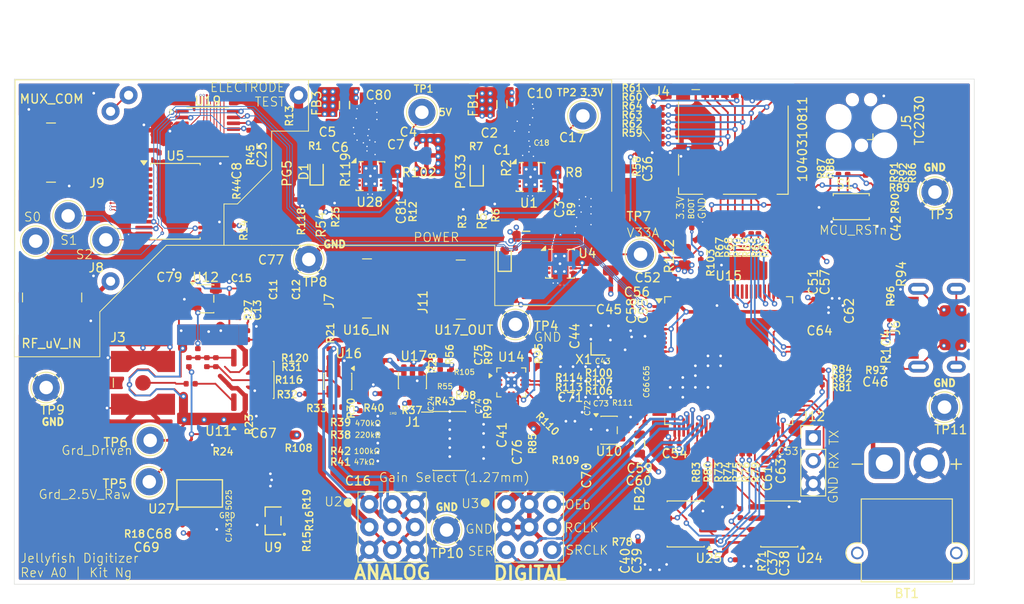
<source format=kicad_pcb>
(kicad_pcb (version 20241229) (generator "pcbnew") (generator_version "9.0")
  (layers (0 "F.Cu" signal) (4 "In1.Cu" signal) (6 "In2.Cu" signal) (2 "B.Cu" signal) (13 "F.Paste" user) (15 "B.Paste" user) (5 "F.SilkS" user "F.Silkscreen") (7 "B.SilkS" user "B.Silkscreen") (1 "F.Mask" user) (3 "B.Mask" user) (25 "Edge.Cuts" user))
  (net 0 "")
  (net 1 "GND")
  (net 2 "Net-(U1-NR{slash}SS)")
  (net 3 "+5V")
  (net 4 "Net-(U5-VCC)")
  (net 5 "Net-(C14-Pad1)")
  (net 6 "Net-(D2-Pad2)")
  (net 7 "Net-(U1-PG)")
  (net 8 "Net-(U1-EN_UV)")
  (net 9 "Net-(U1-FB_PG)")
  (net 10 "Net-(U19-EN)")
  (net 11 "/vbat_post_fb33")
  (net 12 "/ldo_5v")
  (net 13 "/vbat_post_fb5")
  (net 14 "/ldo_3v3")
  (net 15 "/battery")
  (net 16 "Net-(U9-CAT)")
  (net 17 "Net-(U15-BOOT0)")
  (net 18 "/MCU_VDD33")
  (net 19 "Net-(J4-VDD)")
  (net 20 "Net-(U24-VDD)")
  (net 21 "Net-(U25-VDD)")
  (net 22 "Net-(S1-B)")
  (net 23 "Net-(U15-PH1)")
  (net 24 "Net-(U15-PH0)")
  (net 25 "Net-(J6-SHIELD)")
  (net 26 "Net-(J9-In)")
  (net 27 "+3.3V")
  (net 28 "Net-(U15-VDDA)")
  (net 29 "Net-(C61-Pad1)")
  (net 30 "Net-(C65-Pad2)")
  (net 31 "Net-(U15-PC2_C)")
  (net 32 "Net-(U15-PC3_C)")
  (net 33 "Net-(C67-Pad2)")
  (net 34 "Net-(U27-Vin)")
  (net 35 "Net-(U10-EN)")
  (net 36 "Net-(U10-Vbias)")
  (net 37 "Net-(U10-Vref)")
  (net 38 "Net-(U5-COM)")
  (net 39 "Net-(J2-Pin_3)")
  (net 40 "Net-(J4-DAT2)")
  (net 41 "Net-(J4-DAT3{slash}CD)")
  (net 42 "Net-(J4-DAT0)")
  (net 43 "Net-(J4-DAT1)")
  (net 44 "Net-(J4-CMD)")
  (net 45 "Net-(J4-CLK)")
  (net 46 "Net-(J5-VCC)")
  (net 47 "Net-(J5-~{RESET})")
  (net 49 "Net-(J5-SWDIO)")
  (net 50 "Net-(J5-SWCLK)")
  (net 51 "Net-(J6-CC2)")
  (net 52 "Net-(J6-VBUS-PadA9B4)")
  (net 53 "/PA11_USB_DM")
  (net 54 "Net-(J6-CC1)")
  (net 55 "/PA12_USB_DP")
  (net 59 "Net-(J2-Pin_8)")
  (net 60 "Net-(J2-Pin_7)")
  (net 61 "Net-(J2-Pin_4)")
  (net 62 "Net-(J2-Pin_2)")
  (net 63 "Net-(J2-Pin_6)")
  (net 64 "Net-(U9-REF)")
  (net 65 "Net-(R103-Pad1)")
  (net 66 "Net-(U27-Trim{slash}NR)")
  (net 67 "Net-(U11-IN+)")
  (net 68 "Net-(U11-IN-)")
  (net 69 "Net-(U11-Vout)")
  (net 70 "VCM_Guard_2.5V")
  (net 71 "Net-(U12-V+)")
  (net 72 "guard_ring")
  (net 73 "/grd_drv_out")
  (net 74 "Net-(U11-V+)")
  (net 75 "Net-(U19-D)")
  (net 76 "Net-(U16-V+)")
  (net 77 "Net-(U16-+)")
  (net 78 "Net-(U16--)")
  (net 79 "Net-(R115-Pad1)")
  (net 80 "/amp_inverting_input")
  (net 81 "Net-(U17-+)")
  (net 82 "Net-(U17--)")
  (net 83 "Net-(U17-V+)")
  (net 84 "Net-(J1-Pin_5)")
  (net 85 "Net-(J1-Pin_3)")
  (net 86 "Net-(J1-Pin_1)")
  (net 87 "Net-(J1-Pin_9)")
  (net 88 "Net-(J1-Pin_7)")
  (net 89 "Net-(J1-Pin_10)")
  (net 90 "Net-(J10-Pin_9)")
  (net 91 "Net-(J3-In)")
  (net 92 "Net-(R56-Pad2)")
  (net 93 "Net-(U15-PC8)")
  (net 94 "Net-(U15-PC9)")
  (net 95 "Net-(U15-PC10)")
  (net 96 "Net-(U15-PC11)")
  (net 97 "Net-(U15-PC12)")
  (net 98 "PD2_SDMMC1_CMD")
  (net 99 "Net-(U24-~{CE})")
  (net 100 "Net-(U15-PE11)")
  (net 101 "Net-(U15-PE7)")
  (net 102 "Net-(U24-SI{slash}SIO0)")
  (net 103 "Net-(U15-PE8)")
  (net 104 "Net-(U24-SO{slash}SIO1)")
  (net 105 "Net-(U15-PE9)")
  (net 106 "Net-(U24-SIO2)")
  (net 107 "Net-(U24-SIO3)")
  (net 108 "Net-(U15-PE10)")
  (net 109 "PB2_OCTASPI_P1_CLK")
  (net 110 "Net-(U24-SCLK)")
  (net 111 "Net-(U25-~{CE})")
  (net 112 "Net-(U25-SCLK)")
  (net 113 "Net-(U25-SI{slash}SIO0)")
  (net 114 "Net-(U15-PD11)")
  (net 115 "Net-(U25-SO{slash}SIO1)")
  (net 116 "Net-(U15-PD12)")
  (net 117 "Net-(U25-SIO2)")
  (net 118 "PA7_OCTASPI_P1_IO2")
  (net 119 "Net-(U15-PD13)")
  (net 120 "Net-(U25-SIO3)")
  (net 121 "STM32_RSTn")
  (net 122 "Net-(U15-PA14)")
  (net 123 "Net-(U15-PA13)")
  (net 124 "Net-(U15-PA9)")
  (net 125 "Net-(U14A-+IN)")
  (net 126 "Net-(U14A--FB)")
  (net 127 "Net-(U14A--IN)")
  (net 128 "Net-(U14A-+FB)")
  (net 129 "ADC_N")
  (net 130 "Net-(J10-Pin_8)")
  (net 131 "ADC_P")
  (net 132 "Net-(U14A-VOCM)")
  (net 133 "Vref")
  (net 134 "Net-(J10-Pin_5)")
  (net 135 "Net-(J10-Pin_6)")
  (net 136 "Net-(J10-Pin_3)")
  (net 137 "Net-(J10-Pin_2)")
  (net 138 "Net-(J10-Pin_7)")
  (net 139 "Net-(J10-Pin_1)")
  (net 140 "Net-(J10-Pin_10)")
  (net 141 "Net-(J10-Pin_4)")
  (net 142 "Net-(J2-Pin_9)")
  (net 143 "s1")
  (net 144 "s2")
  (net 145 "s0")
  (net 146 "Net-(R21-Pad2)")
  (net 147 "Shift_RCLK")
  (net 148 "Shift_OEb")
  (net 149 "Shift_SRCLRb")
  (net 150 "Shift_SRCLK")
  (net 151 "Shift_SER")
  (net 152 "Net-(J11-In)")
  (net 153 "Net-(R28-Pad1)")
  (net 154 "/USART1_RX")
  (net 155 "/USART1_TX")
  (net 156 "Net-(U4-NR{slash}SS)")
  (net 157 "Net-(U4-PG)")
  (net 158 "Net-(D3-Pad2)")
  (net 159 "Net-(U4-EN_UV)")
  (net 160 "Net-(U4-FB_PG)")
  (net 161 "+3.3VA")
  (net 162 "/vbat_post_fb33A")
  (net 163 "/ldo_3v3A")
  (net 166 "Net-(J2-Pin_1)")
  (net 219 "Net-(R115-Pad2)")
  (net 220 "Net-(U16-~{DIS})")
  (net 221 "Net-(J2-Pin_5)")
  (net 225 "Net-(U27-Vout)")
  (net 227 "Net-(U14A-~{DISABLE})")
  (net 228 "Net-(U14A-+OUT)")
  (net 229 "Net-(U14A--OUT)")
  (net 230 "Net-(C41-Pad1)")
  (net 231 "Net-(U17-~{DIS})")
  (net 232 "Net-(U28-NR{slash}SS)")
  (net 233 "Net-(D1-Pad2)")
  (net 234 "Net-(U28-PG)")
  (net 235 "Net-(J7-In)")
  (net 236 "Net-(U28-FB_PG)")
  (net 237 "Net-(U28-EN_UV)")
  (footprint "PCM_JLCPCB:R_0402" (layer "F.Cu") (at 212.4 99.4)
    (property "Reference" "R84")
    (property "Value" "10Ω" (hide yes))
  )
  (footprint "PCM_JLCPCB:R_0402" (layer "F.Cu") (at 181.846447 103.446447 135)
    (property "Reference" "R110")
    (property "Value" "0Ω" (hide yes))
  )
  (footprint "PCM_JLCPCB:R_0402" (layer "F.Cu") (at 154.6 113.7 -90)
    (property "Reference" "R19")
    (property "Value" "1kΩ" (hide yes))
  )
  (footprint "PCM_JLCPCB:R_0402" (layer "F.Cu") (at 199 108.2 -90)
    (property "Reference" "R83")
    (property "Value" "10Ω" (hide yes))
  )
  (footprint "TestPoint:TestPoint_Loop_D2.54mm_Drill1.5mm_Beaded" (layer "F.Cu") (at 129.0828 82.2198 180)
    (property "Reference" "TP13" (hide yes))
    (property "Value" "RH-5001")
  )
  (footprint "PCM_JLCPCB:R_0805" (layer "F.Cu") (at 197.6 86.77 -90)
    (property "Reference" "R112")
    (property "Value" "0Ω")
  )
  (footprint "PCM_JLCPCB:R_0402" (layer "F.Cu") (at 156 99 180)
    (property "Reference" "R31")
    (property "Value" "0Ω" (hide yes))
  )
  (footprint "PCM_JLCPCB:R_0402" (layer "F.Cu") (at 165.2 109.6)
    (property "Reference" "R41")
    (property "Value" "47kΩ")
  )
  (footprint "PCM_JLCPCB:SW_TS-1088-AR02016" (layer "F.Cu") (at 216.125 81.2)
    (property "Reference" "S1")
    (property "Value" "Tactile Button, 160gf")
  )
  (footprint "PCM_JLCPCB:R_0402" (layer "F.Cu") (at 202.4 108.2 90)
    (property "Reference" "R74")
    (property "Value" "10Ω" (hide yes))
  )
  (footprint "PCM_JLCPCB:R_0402" (layer "F.Cu") (at 176.5 79.9 -90)
    (property "Reference" "R6")
    (property "Value" "12kΩ" (hide yes))
  )
  (footprint "PCM_JLCPCB:C_0402" (layer "F.Cu") (at 188.54125 103.87 180)
    (property "Reference" "C73")
    (property "Value" "100nF")
  )
  (footprint "PCM_JLCPCB:R_0402" (layer "F.Cu") (at 203.8 115.3 -90)
    (property "Reference" "R77" (hide yes))
    (property "Value" "10Ω" (hide yes))
  )
  (footprint "Package_SO:TSSOP-16_4.4x5mm_P0.65mm" (layer "F.Cu") (at 144.6 72.9)
    (property "Reference" "U19")
    (property "Value" "TMUX1108PW")
  )
  (footprint "Package_SON:VSON-10-1EP_3x3mm_P0.5mm_EP1.65x2.4mm_ThermalVias" (layer "F.Cu") (at 162.675 77.8)
    (property "Reference" "U28")
    (property "Value" "TPS7A9401DSCR")
  )
  (footprint "PCM_JLCPCB:C_0402" (layer "F.Cu") (at 149.1 110.6)
    (property "Reference" "C31" (hide yes))
    (property "Value" "1uF")
  )
  (footprint "PCM_JLCPCB:R_0603" (layer "F.Cu") (at 176.5 76.9 -90)
    (property "Reference" "R2")
    (property "Value" "270kΩ")
  )
  (footprint "PCM_JLCPCB:D_0603" (layer "F.Cu") (at 156.7 77.3 90)
    (property "Reference" "D1")
    (property "Value" "Red")
  )
  (footprint "PCM_JLCPCB:C_0402" (layer "F.Cu") (at 150.3 73.2 -90)
    (property "Reference" "C25")
    (property "Value" "100nF")
  )
  (footprint "TestPoint:TestPoint_Loop_D2.54mm_Drill1.5mm_Beaded" (layer "F.Cu") (at 225.425 79.5782)
    (property "Reference" "TP3")
    (property "Value" "RH-5001")
  )
  (footprint "PCM_JLCPCB:C_0805" (layer "F.Cu") (at 218.55 104.8 90)
    (property "Reference" "C21" (hide yes))
    (property "Value" "10uF")
  )
  (footprint "KN_ic:PinHeader_03x03_0.1in" (layer "F.Cu") (at 180.34 116.84)
    (property "Reference" "U3")
    (property "Value" "HX PZ2.54-3x3P ZZ")
  )
  (footprint "PCM_JLCPCB:C_0402" (layer "F.Cu") (at 196 89)
    (property "Reference" "C52")
    (property "Value" "100nF" (hide yes))
  )
  (footprint "PCM_JLCPCB:R_0402" (layer "F.Cu") (at 203.285 119.98 90)
    (property "Reference" "R71")
    (property "Value" "0Ω" (hide yes))
  )
  (footprint "PCM_JLCPCB:C_0805" (layer "F.Cu") (at 178.5 72.9)
    (property "Reference" "C2")
    (property "Value" "10uF")
  )
  (footprint "PCM_JLCPCB:C_0402" (layer "F.Cu") (at 144.5 98.5 -90)
    (property "Reference" "C78" (hide yes))
    (property "Value" "10pF")
  )
  (footprint "PCM_JLCPCB:C_0402" (layer "F.Cu") (at 209 107.5 180)
    (property "Reference" "C53")
    (property "Value" "100nF" (hide yes))
  )
  (footprint "PCM_JLCPCB:R_0402" (layer "F.Cu") (at 205 83.7 90)
    (property "Reference" "R65")
    (property "Value" "10Ω" (hide yes))
  )
  (footprint "PCM_JLCPCB:C_0402" (layer "F.Cu") (at 207.6 108.1 -90)
    (property "Reference" "C63")
    (property "Value" "100nF")
  )
  (footprint "TestPoint:TestPoint_Loop_D2.54mm_Drill1.5mm_Beaded" (layer "F.Cu") (at 178.8 94.3)
    (property "Reference" "TP4")
    (property "Value" "RH-5001")
  )
  (footprint "PCM_JLCPCB:R_1206" (layer "F.Cu") (at 185.3 75.6)
    (property "Reference" "R8")
    (property "Value" "0Ω")
  )
  (footprint "PCM_JLCPCB:C_0805" (layer "F.Cu") (at 149.1 112)
    (property "Reference" "C32" (hide yes))
    (property "Value" "10uF")
  )
  (footprint "PCM_JLCPCB:R_0402" (layer "F.Cu") (at 171.5 100 90)
    (property "Reference" "R56")
    (property "Value" "0Ω" (hide yes))
  )
  (footprint "PCM_JLCPCB:C_0805" (layer "F.Cu") (at 160.7 72.8)
    (property "Reference" "C5")
    (property "Value" "10uF")
  )
  (footprint "PCM_JLCPCB:R_0402" (layer "F.Cu") (at 170.434 98.806 90)
    (property "Reference" "R28")
    (property "Value" "0Ω" (hide yes))
  )
  (footprint "PCM_JLCPCB:FB_0805" (layer "F.Cu") (at 177.3 69.8 -90)
    (property "Reference" "FB1")
    (property "Value" "~")
  )
  (footprint "TestPoint:TestPoint_Loop_D2.54mm_Drill1.5mm_Beaded" (layer "F.Cu") (at 138.2 107.2)
    (property "Reference" "TP6")
    (property "Value" "RH-5000")
  )
  (footprint "PCM_JLCPCB:C_1206" (layer "F.Cu") (at 163.7 70.5 180)
    (property "Reference" "C80")
    (property "Value" "47uF")
  )
  (footprint "PCM_JLCPCB:C_0402" (layer "F.Cu") (at 186.61 108.77 -90)
    (property "Reference" "C70")
    (property "Value" "100nF")
  )
  (footprint "PCM_JLCPCB:C_0402" (layer "F.Cu") (at 205.085 120.08 -90)
    (property "Reference" "C38")
    (property "Value" "100nF")
  )
  (footprint "PCM_JLCPCB:C_0402" (layer "F.Cu") (at 194.85 120.4 -90)
    (property "Reference" "C39")
    (property "Value" "100nF")
  )
  (footprint "PCM_JLCPCB:R_0603" (layer "F.Cu") (at 175 80.4 -90)
    (property "Reference" "R5")
    (property "Value" "270kΩ")
  )
  (footprint "PCM_JLCPCB:C_0402" (layer "F.Cu") (at 179 74.9)
    (property "Reference" "C1")
    (property "Value" "100nF")
  )
  (footprint "PCM_JLCPCB:R_0402" (layer "F.Cu") (at 202.4 83.7 90)
    (property "Reference" "R68")
    (property "Value" "10Ω" (hide yes))
  )
  (footprint "Connector:Tag-Connect_TC2030-IDC-FP_2x03_P1.27mm_Vertical" (layer "F.Cu") (at 217.265 71.835 90)
    (property "Reference" "J5")
    (property "Value" "Conn_ARM_SWD_TagConnect_TC2030")
  )
  (footprint "PCM_JLCPCB:SOT-23-3_L2.9-W1.6-P1.90-LS2.8-BR" (layer "F.Cu") (at 151.86 116.15)
    (property "Reference" "U9")
    (property "Value" "CJ431")
  )
  (footprint "PCM_JLCPCB:R_0402" (layer "F.Cu") (at 179.8 90.7 -90)
    (property "Reference" "R50" (hide yes))
    (property "Value" "12kΩ" (hide yes))
  )
  (footprint "PCM_JLCPCB:R_0402" (layer "F.Cu") (at 167.5 103 180)
    (property "Reference" "R37")
    (property "Value" "0Ω" (hide yes))
  )
  (footprint "PCM_JLCPCB:FB_0805" (layer "F.Cu") (at 159.8 69.9 -90)
    (property "Reference" "FB3")
    (property "Value" "~")
  )
  (footprint "PCM_JLCPCB:C_0402" (layer "F.Cu") (at 212 92 -90)
    (property "Reference" "C51")
    (property "Value" "100nF" (hide yes))
  )
  (footprint "PCM_JLCPCB:R_0402" (layer "F.Cu") (at 214.7 77.1 -90)
    (property "Reference" "R87")
    (property "Value" "0Ω" (hide yes))
  )
  (footprint "PCM_JLCPCB:R_0402" (layer "F.Cu") (at 154.1 108.9)
    (property "Reference" "R108")
    (property "Value" "1Ω" (hide yes))
  )
  (footprint "PCM_JLCPCB:R_0402" (layer "F.Cu") (at 182.3 101.4 180)
    (property "Reference" "R113")
    (property "Value" "0Ω" (hide yes))
  )
  (footprint "PCM_JLCPCB:R_0402" (layer "F.Cu") (at 220.4 93.2 -90)
    (property "Reference" "R96")
    (property "Value" "0Ω" (hide yes))
  )
  (footprint "KN_ic:Electrode_Line_8_Test" (layer "F.Cu") (at 143.8 68.8)
    (property "Reference" "J10" (hide yes))
    (property "Value" "Conn_01x10_Pin")
  )
  (footprint "Connector_Coaxial:SMA_Wurth_60312102114405_Vertical" (layer "F.Cu") (at 172.714 90.424 90)
    (property "Reference" "J11")
    (property "Value" "KH-SMAK-SMT")
  )
  (footprint "Package_SO:SOIC-8_3.9x4.9mm_P1.27mm" (layer "F.Cu") (at 208.125 116.495 180)
    (property "Reference" "U24")
    (property "Value" "APS6404L-3SQR-SN")
  )
  (footprint "PCM_JLCPCB:C_0402" (layer "F.Cu") (at 145.1 117.6)
    (property "Reference" "C68")
    (property "Value" "100nF")
  )
  (footprint "PCM_JLCPCB:R_0402" (layer "F.Cu") (at 204 108.2 90)
    (property "Reference" "R76")
    (property "Value" "10Ω" (hide yes))
  )
  (footprint "PCM_JLCPCB:R_0402" (layer "F.Cu") (at 139.7 75.2 180)
    (property "Reference" "R11" (hide yes))
    (property "Value" "0Ω" (hide yes))
  )
  (footprint "TestPoint:TestPoint_Loop_D2.54mm_Drill1.5mm_Beaded" (layer "F.Cu") (at 155.829 87.0712)
    (property "Reference" "TP8")
    (property "Value" "RH-5001")
  )
  (footprint "PCM_JLCPCB:R_0603" (layer "F.Cu") (at 158.7 76.8 -90)
    (property "Reference" "R119")
    (property "Value" "270kΩ")
  )
  (footprint "PCM_JLCPCB:R_0402" (layer "F.Cu") (at 175.7 99.8 90)
    (property "Reference" "R97")
    (property "Value" "1kΩ" (hide yes))
  )
  (footprint "PCM_JLCPCB:R_1206" (layer "F.Cu") (at 167.44 75.5)
    (property "Reference" "R102")
    (property "Value" "0Ω")
  )
  (footprint "Connector_Coaxial:SMA_Wurth_60312102114405_Vertical" (layer "F.Cu") (at 162.3 90.3 90)
    (property "Reference" "J7")
    (property "Value" "KH-SMAK-SMT")
  )
  (footprint "PCM_JLCPCB:C_0402" (layer "F.Cu") (at 161.5 101.5 90)
    (property "Reference" "C23" (hide yes))
    (property "Value" "100nF")
  )
  (footprint "TestPoint:TestPoint_Loop_D2.54mm_Drill1.5mm_Beaded" (layer "F.Cu") (at 226.4918 103.5)
    (property "Reference" "TP11")
    (property "Value" "RH-5001")
  )
  (footprint "PCM_JLCPCB:R_0402" (layer "F.Cu") (at 146 94 90)
    (property "Reference" "R26" (hide yes))
    (property "Value" "100Ω" (hide yes))
  )
  (footprint "PCM_JLCPCB:R_0402" (layer "F.Cu") (at 219.725 80.3 90)
    (property "Reference" "R90")
    (property "Value" "100kΩ" (hide yes))
  )
  (footprint "PCM_JLCPCB:R_0402" (layer "F.Cu") (at 165.2 106.6)
    (property "Reference" "R38")
    (property "Value" "220kΩ")
  )
  (footprint "PCM_JLCPCB:C_0402" (layer "F.Cu") (at 153.1 113.6 180)
    (property "Reference" "C9" (hide yes))
    (property "Value" "100nF")
  )
  (footprint "PCM_JLCPCB:C_0402" (layer "F.Cu") (at 163.8 74.8 180)
    (property "Reference" "C7")
    (property "Value" "100nF")
  )
  (footprint "PCM_JLCPCB:C_1206" (layer "F.Cu") (at 150.8 108.2)
    (property "Reference" "C67")
    (property "Value" "47uF")
  )
  (footprint "PCM_JLCPCB:R_0402" (layer "F.Cu") (at 159 103.5)
    (property "Reference" "R33")
    (property "Value" "470kΩ" (hide yes))
  )
  (footprint "PCM_JLCPCB:C_0402" (layer "F.Cu") (at 183.1 84.8)
    (property "Reference" "C22" (hide yes))
    (property "Value" "100nF")
  )
  (footprint "PCM_JLCPCB:C_0603" (layer "F.Cu") (at 214.4 92.98 90)
    (property "Reference" "C62")
    (property "Value" "2.2uF")
  )
  (footprint "PCM_JLCPCB:R_0402" (layer "F.Cu") (at 185 79.4 -90)
    (property "Reference" "R9")
    (property "Value" "22kΩ" (hide yes))
  )
  (footprint "PCM_JLCPCB:R_0402" (layer "F.Cu") (at 156.5 98.5 90)
    (property "Reference" "R120")
    (property "Value" "0Ω" (hide yes))
  )
  (footprint "PCM_JLCPCB:R_0402" (layer "F.Cu") (at 186.5 88.9 -90)
    (property "Reference" "R48" (hide yes))
    (property "Value" "22kΩ" (hide yes))
  )
  (footprint "PCM_JLCPCB:C_0402" (layer "F.Cu") (at 137.5 73.2 -90)
    (property "Reference" "C19" (hide yes))
    (property "Value" "10pF")
  )
  (footprint "Connector_PinHeader_1.27mm:PinHeader_2x05_P1.27mm_Vertical_SMD" (layer "F.Cu") (at 171.45 107.27)
    (property "Reference" "J1")
    (property "Value" "HX PZ1.27-2x5P TP")
  )
  (footprint "Package_SO:SOIC-8_3.9x4.9mm_P1.27mm" (layer "F.Cu") (at 197.725 116.495 180)
    (property "Reference" "U25")
    (property "Value" "APS6404L-3SQR-SN")
  )
  (footprint "PCM_JLCPCB:C_0402" (layer "F.Cu") (at 192.7 94.8 180)
    (property "Reference" "C56")
    (property "Value" "100nF")
  )
  (footprint "PCM_JLCPCB:C_0402" (layer "F.Cu") (at 186.6 96.1 90)
    (property "Reference" "C44")
    (property "Value" "10pF")
  )
  (footprint "PCM_JLCPCB:R_0402" (layer "F.Cu") (at 217.725 77.2 -90)
    (property "Reference" "R91")
    (property "Value" "100kΩ" (hide yes))
  )
  (footprint "PCM_JLCPCB:R_0402" (layer "F.Cu") (at 194.6 70.2)
    (property "Reference" "R61")
    (property "Value" "47kΩ" (hide yes))
  )
  (footprint "PCM_JLCPCB:C_1206" (layer "F.Cu") (at 145.1 119.6)
    (property "Reference" "C69")
    (property "Value" "47uF")
  )
  (footprint "PCM_JLCPCB:R_0402" (layer "F.Cu") (at 164 99 -90)
    (property "Reference" "R57" (hide yes))
    (property "Value" "0Ω" (hide yes))
  )
  (footprint "PCM_JLCPCB:FB_0805" (layer "F.Cu") (at 192.6 107.6 -90)
    (property "Reference" "FB2")
    (property "Value" "~")
  )
  (footprint "TestPoint:TestPoint_Loop_D2.54mm_Drill1.5mm_Beaded" (layer "F.Cu") (at 138.1 111.8)
    (property "Reference" "TP5")
    (property "Value" "RH-5000")
  )
  (footprint "PCM_JLCPCB:R_0402" (layer "F.Cu") (at 177.4 89.9 -90)
    (property "Reference" "R46" (hide yes))
    (property "Value" "100kΩ" (hide yes))
  )
  (footprint "PCM_JLCPCB:R_0402" (layer "F.Cu") (at 148.5 114.8 90)
    (property "Reference" "R53" (hide yes))
    (property "Value" "0Ω" (hide yes))
  )
  (footprint "Package_QFP:LQFP-100_14x14mm_P0.5mm" (layer "F.Cu") (at 202.5 98.325)
    (property "Reference" "U15")
    (property "Value" "STM32H7B0VBT6")
  )
  (footprint "PCM_JLCPCB:R_0402" (layer "F.Cu") (at 164.5 99.5 180)
    (property "Reference" "R35" (hide yes))
    (property "Value" "0Ω" (hide yes))
  )
  (footprint "PCM_JLCPCB:R_0402" (layer "F.Cu") (at 162.5 99.5 180)
    (property "Reference" "R115" (hide yes))
    (property "Value" "0Ω" (hide yes))
  )
  (footprint "PCM_JLCPCB:C_0402" (layer "F.Cu") (at 150 95.5 90)
    (property "Reference" "C13")
    (property "Value" "100nF")
  )
  (footprint "TestPoint:TestPoint_Loop_D2.54mm_Drill1.5mm_Beaded" (layer "F.Cu") (at 171.1452 117.1702)
    (property "Reference" "TP10")
    (property "Value" "RH-5001")
  )
  (footprint "Package_TO_SOT_SMD:SOT-23-6" (layer "F.Cu") (at 167.35 100.5375 -90)
    (property "Reference" "U17")
    (property "Value" "OPA847IDBVR")
  )
  (footprint "PCM_JLCPCB:D_0603" (layer "F.Cu") (at 177.6 86.9 90)
    (property "Reference" "D3" (hide yes))
    (property "Value" "Red")
  )
  (footprint "PCM_JLCPCB:R_0402" (layer "F.Cu") (at 221.25 99.25 180)
    (property "Reference" "R93")
    (property "Value" "1MΩ" (hide yes))
  )
  (footprint "PCM_JLCPCB:R_0402" (layer "F.Cu") (at 142.5 98.5 -90)
    (property "Reference" "R22" (hide yes))
    (property "Value" "1kΩ" (hide yes))
  )
  (footprint "PCM_JLCPCB:R_0402" (layer "F.Cu") (at 149.2 73.2 90)
    (property "Reference" "R45")
    (property "Value" "0Ω" (hide yes))
  )
  (footprint "PCM_JLCPCB:R_0402" (layer "F.Cu") (at 194.6 71.8)
    (property "Reference" "R64")
    (property "Value" "47kΩ" (hide yes))
  )
  (footprint "PCM_JLCPCB:R_0402" (layer "F.Cu") (at 164.5 101 180)
    (property "Reference" "R117" (hide yes))
    (property "Value" "0Ω" (hide yes))
  )
  (footprint "PCM_JLCPCB:OSC-SMD_4P-L3.2-W2.5-BL" (layer "F.Cu") (at 189.2 96)
    (property "Reference" "X1")
    (property "Value" "X322516MLB4SI")
  )
  (footprint "KN_ic:PinHeader_03x03_0.1in" (layer "F.Cu") (at 165.1 116.84)
    (property "Reference" "U2")
    (property "Value" "HX PZ2.54-3x3P ZZ")
  )
  (footprint "PCM_JLCPCB:R_0402" (layer "F.Cu") (at 194.6 74.2)
    (property "Reference" "R59")
    (property "Value" "47kΩ" (hide yes))
  )
  (footprint "PCM_JLCPCB:R_0402" (layer "F.Cu") (at 175.7 101.7 -90)
    (property "Reference" "R99")
    (property "Value" "1kΩ" (hide yes))
  )
  (footprint "PCM_JLCPCB:C_0402" (layer "F.Cu") (at 184 79.4 -90)
    (property "Reference" "C3")
    (property "Value" "4.7uF")
  )
  (footprint "PCM_JLCPCB:R_0402" (layer "F.Cu") (at 165.2 105.1)
    (property "Reference" "R39")
    (property "Value" "470kΩ")
  )
  (footprint "PCM_JLCPCB:C_0402" (layer "F.Cu") (at 193.2 74.8 -90)
    (property "Reference" "C36")
    (property "Value" "100nF")
  )
  (footprint "PCM_JLCPCB:C_0402" (layer "F.Cu") (at 192.2 96.6 90)
    (property "Reference" "C58")
    (property "Value" "4.7uF")
  )
  (footprint "PCM_JLCPCB:C_0402" (layer "F.Cu") (at 187.5 88.9 -90)
    (property "Reference" "C27" (hide yes))
    (property "Value" "4.7uF")
  )
  (footprint "PCM_JLCPCB:R_0402" (layer "F.Cu") (at 190.7 100.6 180)
    (property "Reference" "R107")
    (property "Value" "0Ω" (hide yes))
  )
  (footprint "Connector_AMASS:AMASS_XT30PW-M_1x02_P2.50mm_Horizontal" (layer "F.Cu") (at 219.8 109.725 180)
    (property "Reference" "BT1")
    (property "Value" "XT30PW-M30.G.Y")
  )
  (footprint "PCM_JLCPCB:R_0402" (layer "F.Cu") (at 204.05 83.8 90)
    (property "Reference" "R69")
    (property "Value" "10Ω" (hide yes))
  )
  (footprint "PCM_JLCPCB:C_0805" (layer "F.Cu") (at 182.1 72.9 180)
    (property "Reference" "C17")
    (property "Value" "10uF")
  )
  (footprint "PCM_JLCPCB:R_0402" (layer "F.Cu") (at 203.2 83.7 90)
    (property "Reference" "R70")
    (property "Value" "10Ω" (hide yes))
  )
  (footprint "PCM_JLCPCB:C_0402" (layer "F.Cu") (at 192.2 101.6 -90)
    (property "Reference" "C66")
    (property "Value" "470pF")
  )
  (footprint "PCM_JLCPCB:R_0402" (layer "F.Cu") (at 198.9 83.5 180)
    (property "Reference" "R17" (hide yes))
    (property "Value" "0Ω" (hide yes))
  )
  (footprint "PCM_JLCPCB:R_0402" (layer "F.Cu") (at 190.54125 103.87)
    (property "Reference" "R111")
    (property "Value" "0Ω" (hide yes))
  )
  (footprint "PCM_JLCPCB:R_0402" (layer "F.Cu") (at 173.3 101.2)
    (property "Reference" "R98")
    (property "Value" "1kΩ" (hide yes))
  )
  (footprint "PCM_JLCPCB:R_0402" (layer "F.Cu") (at 218.725 77.3 -90)
    (property "Reference" "R92")
    (property "Value" "0Ω" (hide yes))
  )
  (footprint "TestPoint:TestPoint_Loop_D2.54mm_Drill1.5mm_Beaded" (layer "F.Cu") (at 168.4 70.7)
    (property "Reference" "TP1")
    (property "Value" "RH-5000")
  )
  (footprint "PCM_JLCPCB:R_1206" (layer "F.Cu") (at 189.4 86.84 -90)
    (property "Reference" "R51" (hide yes))
    (property "Value" "0Ω")
  )
  (footprint "PCM_JLCPCB:R_0402" (layer "F.Cu") (at 212.4 100.2)
    (property "Reference" "R82")
    (property "Value" "10Ω" (hide yes))
  )
  (footprint "Connector_Coaxial:SMA_Wurth_60312102114405_Vertical" (layer "F.Cu") (at 127.3 91.3)
    (property "Reference" "J8")
    (property "Value" "KH-SMAK-SMT")
  )
  (footprint "PCM_JLCPCB:R_0402" (layer "F.Cu") (at 197.9 83.5 180)
    (property "Reference" "R52" (hide yes))
    (property "Value" "0Ω" (hide yes))
  )
  (footprint "PCM_JLCPCB:C_1206" (layer "F.Cu") (at 184.8 105.3 90)
    (property "Reference" "C71")
    (property "Value" "47uF")
  )
  (footprint "PCM_JLCPCB:R_0402" (layer "F.Cu") (at 165.2 108.1)
    (property "Reference" "R42")
    (property "Value" "100kΩ")
  )
  (footprint "PCM_JLCPCB:C_0402" (layer "F.Cu") (at 212.6 93.4)
    (property "Reference" "C64")
    (property "Value" "100nF")
  )
  (footprint "PCM_JLCPCB:R_0402" (layer "F.Cu") (at 155 79.9 -90)
    (property "Reference" "R118")
    (property "Value" "100kΩ" (hide yes))
  )
  (footprint "Connector_Coaxial:SMA_Wurth_60312102114405_Vertical" (layer "F.Cu") (at 137.4 100.8)
    (property "Reference" "J3")
    (property "Value" "KH-SMAK-SMT")
  )
  (footprint "Package_SO:SOIC-8_3.9x4.9mm_P1.27mm" (layer "F.Cu") (at 149.405 100.475 90)
    (property "Reference" "U11")
    (property "Value" "LMP7721")
  )
  (footprint "PCM_JLCPCB:C_0402" (layer "F.Cu") (at 189.2 93.8)
    (property "Reference" "C45")
    (property "Value" "10pF")
  )
  (footprint "PCM_JLCPCB:C_0402" (layer "F.Cu") (at 174.7 99.8 90)
    (property "Reference" "C75")
    (property "Value" "20pF")
  )
  (footprint "PCM_JLCPCB:R_0402" (layer "F.Cu") (at 165.2 103.6)
    (property "Reference" "R40")
    (property "Value" "1MΩ")
  )
  (footprint "PCM_JLCPCB:R_0402" (layer "F.Cu") (at 174.5 75.4 180)
    (property "Reference" "R7")
    (property "Value" "1kΩ" (hide yes))
  )
  (footprint "PCM_JLCPCB:C_0402" (layer "F.Cu") (at 213 92 -90)
    (property "Reference" "C57")
    (property "Value" "1uF")
  )
  (footprint "PCM_JLCPCB:R_0402" (layer "F.Cu") (at 219.225 79)
    (property "Reference" "R89")
    (property "Value" "1kΩ" (hide yes))
  )
  (footprint "PCM_JLCPCB:C_0402" (layer "F.Cu") (at 169.5 101.5 90)
    (property "Reference" "C24")
    (property "Value" "100nF")
  )
  (footprint "PCM_JLCPCB:C_0402" (layer "F.Cu") (at 204.285 119.98 -90)
    (property "Reference" "C37")
    (property "Value" "1uF")
  )
  (footprint "PCM_JLCPCB:R_0402" (layer "F.Cu") (at 154.7 71.1 -90)
    (property "Reference" "R13")
    (property "Value" "49.9Ω" (hide yes))
  )
  (footprint "PCM_JLCPCB:R_0402" (layer "F.Cu") (at 148.5 115.8 90)
    (property "Reference" "R101" (hide yes))
    (property "Value" "0Ω" (hide yes))
  )
  (footprint "PCM_JLCPCB:C_1206" (layer "F.Cu") (at 152 94 90)
    (property "Reference" "C11")
    (property "Value" "47uF")
  )
  (footprint "Connector_Card:microSD_HC_Molex_104031-0811" (layer "F.Cu") (at 203 74)
    (property "Reference" "J4")
    (property "Value" "1040310811")
  )
  (footprint "PCM_JLCPCB:R_0603" (layer "F.Cu") (at 157.2 80.3 -90)
    (property "Reference" "R54")
    (property "Value" "270kΩ")
  )
  (footprint "PCM_JLCPCB:R_0402" (layer "F.Cu") (at 203.2 108.2 90)
    (property "Reference" "R75")
    (property "Value" "10Ω" (hide yes))
  )
  (footprint "PCM_JLCPCB:R_0402" (layer "F.Cu") (at 156 102 180)
    (property "Reference" "R32")
    (property "Value" "1kΩ" (hide yes))
  )
  (footprint "PCM_JLCPCB:R_0603" (layer "F.Cu") (at 178.6 90.7 -90)
    (property "Reference" "R49" (hide yes))
    (property "Value" "270kΩ")
  )
  (footprint "Connector_Coaxial:SMA_Wurth_60312102114405_Vertical" (layer "F.Cu") (at 127.1778 75.184 90)
    (property "Reference" "J9")
    (property "Value" "KH-SMAK-SMT")
  )
  (footprint "PCM_JLCPCB:R_0402" (layer "F.Cu") (at 194.6 72.6)
    (property "Reference" "R63")
    (property "Value" "47kΩ" (hide yes))
  )
  (footprint "PCM_JLCPCB:R_0402" (layer "F.Cu") (at 156 100.5)
    (property "Reference" "R116")
    (property "Value" "0Ω" (hide yes))
  )
  (footprint "PCM_JLCPCB:R_0402" (layer "F.Cu") (at 147.4 83.8 90)
    (property "Reference" "R14")
    (property "Value" "100Ω" (hide yes))
  )
  (footprint "PCM_JLCPCB:R_0402" (layer "F.Cu") (at 149 95.5 90)
    (property "Reference" "R27")
    (property "Value" "0Ω" (hide yes))
  )
  (footprint "PCM_JLCPCB:R_0402" (layer "F.Cu") (at 212.4 118 -90)
    (property "Reference" "R72" (hide yes))
    (property "Value" "10Ω" (hide yes))
  )
  (footprint "PCM_JLCPCB:R_0603" (layer "F.Cu") (at 221.6 92.22 90)
    (property "Reference" "R94")
    (property "Value" "5.1kΩ")
  )
  (footprint "PCM_JLCPCB:R_0402" (layer "F.Cu") (at 179.3 85.8 180)
    (property "Reference" "R47" (hide yes))
    (property "Value" "1kΩ" (hide yes))
  )
  (footprint "PCM_JLCPCB:C_1206" (layer "F.Cu") (at 142.58 87 180)
    (property "Reference" "C79")
    (property "Value" "47uF")
  )
  (footprint "PCM_JLCPCB:R_0402" (layer "F.Cu") (at 137.5 75.4 90)
    (property "Reference" "R10" (hide yes))
    (property "Value" "0Ω" (hide yes))
  )
  (footprint "PCM_JLCPCB:R_0402" (layer "F.Cu") (at 192.4 74.8 90)
    (property "Reference" "R58")
    (property "Value" "0Ω" (hide yes))
  )
  (footprint "PCM_JLCPCB:R_0402" (layer "F.Cu") (at 161.5 103.4 -90)
    (property "Reference" "R30")
    (property "Value" "0Ω" (hide yes))
  )
  (footprint "PCM_JLCPCB:R_0402" (layer "F.Cu") (at 158.1 97.5 90)
    (property "Reference" "R21")
    (property "Value" "0Ω" (hide yes))
  )
  (footprint "PCM_JLCPCB:D_0603" (layer "F.Cu") (at 174.5 77.4 90)
    (property "Reference" "D2" (hide yes))
    (property "Value" "Red")
  )
  (footprint "PCM_JLCPCB:C_0402" (layer "F.Cu") (at 150.7 113.6)
    (property "Reference" "C14" (hide yes))
    (property "Value" "100nF")
  )
  (footprint "TestPoint:TestPoint_Loop_D2.54mm_Drill1.5mm_Beaded" (layer "F.Cu") (at 192.7 86.5)
    (property "Reference" "TP7")
    (property "Value" "RH-5000")
  )
  (footprint "PCM_JLCPCB:FB_0805" (layer "F.Cu") (at 180 84.5)
    (property "Reference" "FB4" (hide yes))
    (property "Value" "~")
  )
  (footprint "PCM_JLCPCB:R_0402" (layer "F.Cu") (at 201.6 83.7 90)
    (property "Reference" "R67")
    (property "Value" "10Ω" (hide yes))
  )
  (footprint "PCM_JLCPCB:R_0402" (layer "F.Cu") (at 190.8 101.8 180)
    (property "Reference" "R106")
    (property "Value" "49.9Ω" (hide yes))
  )
  (footprint "PCM_JLCPCB:R_0603" (layer "F.Cu") (at 179.7 87.52 -90)
    (property "Reference" "R29" (hide yes))
    (property "Value" "270kΩ")
  )
  (footprint "PCM_JLCPCB:C_0402" (layer "F.Cu") (at 192.7 105.2 180)
    (property "Reference" "C60")
    (property "Value" "1uF")
  )
  (footprint "PCM_JLCPCB:C_0402" (layer "F.Cu") (at 221.25 100.25 180)
    (property "Reference" "C46")
    (property "Value" "100nF")
  )
  (footprint "PCM_JLCPCB:TYPE-C-SMD_HX-TYPE-C-16PIN" (layer "F.Cu") (at 225.42 94.67 90)
    (property "Reference" "J6")
    (property "Value" "Connector, USB-TYPE-C-16P")
  )
  (footprint "PCM_JLCPCB:C_0402" (layer "F.Cu") (at 219.8 82.3 90)
    (property "Reference" "C42")
    (property "Value" "100nF")
  )
  (footprint "PCM_JLCPCB:R_0402" (layer "F.Cu") (at 205.8 83.7 90)
    (property "Reference" "R66")
    (property "Value" "10Ω" (hide yes))
  )
  (footprint "PCM_JLCPCB:R_0402" (layer "F.Cu") (at 145.5 98.5 -90)
    (property "Reference" "R4" (hide yes))
    (property "Value" "10kΩ" (hide yes))
  )
  (footprint "PCM_JLCPCB:R_0402" (layer "F.Cu") (at 146.55 79.3 90)
    (property "Reference" "R44")
    (property "Value" "0Ω" (hide yes))
  )
  (footprint "KN_ic:Electrode_Line_8_Test" (layer "F.Cu") (at 133.8 81.5 90)
    (property "Reference" "J2" (hide yes))
    (property "Value" "Conn_01x10_Pin")
  )
  (footprint "PCM_JLCPCB:C_0805" (layer "F.Cu") (at 187.55 80.9 180)
    (property "Reference" "C29" (hide yes))
    (property "Value" "10uF")
  )
  (footprint "Package_TO_SOT_SMD:SOT-23-5" (layer "F.Cu") (at 189.21 106.07)
    (property "Reference" "U10")
    (property "Value" "REF2033AIDDCR")
  )
  (footprint "TestPoint:TestPoint_Loop_D2.54mm_Drill1.5mm_Beaded" (layer "F.Cu") (at 186.3 71.1)
    (property "Reference" "TP2")
    (property "Value" "RH-5000")
  )
  (footprint "PCM_JLCPCB:C_0402" (layer "F.Cu") (at 181.6 74.9 180)
    (property "Reference" "C18")
    (property "Value" "100nF")
  )
  (footprint "PCM_JLCPCB:R_0402" (layer "F.Cu") (at 142.7 100.9)
    (property "Reference" "R20" (hide yes))
    (property "Value" "0Ω" (hide yes))
  )
  (footprint "PCM_JLCPCB:C_1206" (layer "F.Cu") (at 181.5 70.6 180)
    (property "Reference" "C10")
    (property "Value" "47uF")
  )
  (footprint "TestPoint:TestPoint_Loop_D2.54mm_Drill1.5mm_Beaded" (layer "F.Cu") (at 125.476 85.0392 180)
    (property "Reference" "TP14" (hide yes))
    (property "Value" "RH-5001")
  )
  (footprint "TestPoint:TestPoint_Loop_D2.54mm_Drill1.5mm_Beaded" (layer "F.Cu") (at 133.2738 84.8868)
    (property "Reference" "TP12" (hide yes))
    (property "Value" "RH-5001")
  )
  (footprint "PCM_JLCPCB:C_1206" (layer "F.Cu") (at 187.8 83.2 180)
    (property "Reference" "C28" (hide yes))
    (property "Value" "47uF")
  )
  (footprint "Package_TO_SOT_SMD:SOT-23-6" (layer "F.Cu") (at 159.05 100.6375 -90)
    (property "Reference" "U16")
    (property "Value" "OPA847IDBVR")
  )
  (footprint "PCM_JLCPCB:C_1206" (layer "F.Cu") (at 154.5 94 90)
    (property "Reference" "C12")
    (property "Value" "47uF")
  )
  (footprint "PCM_JLCPCB:C_0402" (layer "F.Cu") (at 186.4 84.8 180)
    (property "Reference" "C30" (hide yes))
    (property "Value" "100nF")
  )
  (footprint "PCM_JLCPCB:C_1206" (layer "F.Cu") (at 147.52 87)
    (property "Reference" "C77")
    (property "Value" "47uF")
  )
  (footprint "PCM_JLCPCB:C_0402" (layer "F.Cu") (at 146.55 77.3 90)
    (property "Reference" "C8")
    (property "Value" "100nF")
  )
  (footprint "PCM_JLCPCB:R_0402" (layer "F.Cu") (at 204.8 108.2 -90)
    (property "Reference" "R79")
    (property "Value" "10Ω" (hide yes))
  )
  (footprint "PCM_JLCPCB:R_0402" (layer "F.Cu") (at 154.6 117.6 -90)
    (property "Reference" "R15")
    (property "Value" "0Ω" (hide yes))
  )
  (footprint "PCM_JLCPCB:C_0603" (layer "F.Cu") (at 206.6 108.58 -90)
    (property "Reference" "C61")
    (property "Value" "2.2uF")
  )
  (footprint "PCM_JLCPCB:C_0402" (layer "F.Cu") (at 196.5 107.5 180)
    (property "Reference" "C54")
    (property "Value" "100nF" (hide yes))
  )
  (footprint "PCM_JLCPCB:SOIC-8_L4.9-W3.9-P1.27-LS6.0-BL" (layer "F.Cu") (at 143.7 113.1)
    (property "Reference" "U27")
    (property "Value" "REF5025AIDR")
  )
  (footprint "PCM_JLCPCB:R_0402" (layer "F.Cu") (at 143.5 97.5 -90)
    (property "Reference" "R34" (hide yes))
    (property "Value" "10kΩ" (hide yes))
  )
  (footprint "PCM_JLCPCB:C_0402" (layer "F.Cu") (at 146 89)
    (property "Reference" "C15")
    (property "Value" "100nF")
  )
  (footprint "Package_SO:SSOP-24_5.3x8.2mm_P0.65mm" (layer "F.Cu") (at 141 80.6)
    (property "Reference" "U5")
    (property "Value" "74HC4067PW,118")
  )
  (footprint "PCM_JLCPCB:C_0402" (layer "F.Cu") (at 221 105.6 90)
    (property "Reference" "C20" (hide yes))
    (property "Value" "100nF")
  )
  (footprint "PCM_JLCPCB:R_0402" (layer "F.Cu") (at 171 100.5 180)
    (property "Reference" "R55")
    (property "Value" "0Ω" (hide yes))
  )
  (footprint "PCM_JLCPCB:R_0402" (layer "F.Cu") (at 164.5 102 180)
    (property "Reference" "R36" (hide yes))
    (property "Value" "1kΩ" (hide yes))
  )
  (footprint "PCM_JLCPCB:R_0402" (layer "F.Cu") (at 154.6 115.6 -90)
    (property "Reference" "R16")
    (property "Value" "0Ω" (hide yes))
  )
  (footprint "PCM_JLCPCB:C_0402" (layer "F.Cu") (at 193.85 120.4 -90)
    (property "Reference" "C40")
    (property "Value" "1uF")
  )
  (footprint "Package_SON:VSON-10-1EP_3x3mm_P0.5mm_EP1.65x2.4mm_ThermalVias" (layer "F.Cu") (at 180.475 77.9)
    (property "Reference" "U1")
    (property "Value" "TPS7A9401DSCR")
  )
  (footprint "PCM_JLCPCB:C_1206" (layer "F.Cu") (at 154.12 111.6 180)
    (property "Reference" "C16")
    (property "Value" "47uF")
  )
  (footprint "PCM_JLCPCB:R_0402" (layer "F.Cu") (at 194.6 73.4)
    (property "Reference" "R62")
    (property "Value" "47kΩ" (hide yes))
  )
  (footprint "PCM_JLCPCB:C_0402" (layer "F.Cu") (at 177.7 104.2 -90)
    (property "Reference" "C41")
    (property "Value" "100nF")
  )
  (footprint "PCM_JLCPCB:R_0402" (layer "F.Cu") (at 219.725 77.4 -90)
    (property "Reference" "R86")
    (property "Value" "0Ω" (hide yes))
  )
  (footprint "PCM_JLCPCB:R_0402" (layer "F.Cu") (at 185.21 108.27 180)
    (property "Reference" "R109")
    (property "Value" "0Ω" (hide yes))
  )
  (footprint "PCM_JLCPCB:R_0402" (layer "F.Cu") (at 173.3 100.4)
    (property "Reference" "R105")
    (property "Value" "1kΩ" (hide yes))
  )
  (footprint "PCM_JLCPCB:R_0402" (layer "F.Cu") (at 172.9 80.3 -90)
    (property "Reference" "R3")
    (property "Value" "100kΩ" (hide yes))
  )
  (footprint "PCM_JLCPCB:C_0402" (layer "F.Cu") (at 186.61 105.47 -90)
    (property "Reference" "C72")
    (property "Value" "100nF")
  )
  (footprint "PCM_JLCPCB:R_0402" (layer "F.Cu") (at 167.2 79.3 -90)
    (property "Reference" "R12")
    (property "Value" "33kΩ" (hide yes))
  )
  (footprint "PCM_JLCPCB:R_0402" (layer "F.Cu") (at 201.6 108.2 90)
    (property "Reference" "R73")
    (property "Value" "10Ω" (hide yes))
  )
  (footprint "PCM_JLCPCB:C_0402" (layer "F.Cu") (at 174.7 101.7 -90)
    (property "Reference" "C74")
    (property "Value" "20pF")
  )
  (footprint "PCM_JLCPCB:R_0402" (layer "F.Cu") (at 156.7 75.3)
    (property "Reference" "R1")
    (property "Value" "1kΩ" (hide yes))
  )
  (footprint "PCM_JLCPCB:R_0402" (layer "F.Cu") (at 212.4 101)
    (property "Reference" "R81")
    (property "Value" "10Ω" (hide yes))
  )
  (footprint "TestPoint:TestPoint_Loop_D2.54mm_Drill1.5mm_Beaded" (layer "F.Cu") (at 126.6444 101.3206)
    (property "Reference" "TP9")
    (property "Value" "RH-5001")
  )
  (footprint "PCM_JLCPCB:R_0402" (layer "F.Cu") (at 192.95 118.4)
    (property "Reference" "R78")
    (property "Value" "0Ω" (hide yes))
  )
  (footprint "PCM_JLCPCB:C_0402" (layer "F.Cu") (at 166.2 79.3 -90)
    (property "Reference" "C81")
    (property "Value" "4.7uF")
  )
  (footprint "PCM_JLCPCB:C_0805" (layer "F.Cu") (at 179.1 105 -90)
    (property "Reference" "C76")
    (property "Value" "10uF")
  )
  (footprint "PCM_JLCPCB:C_0402" (layer "F.Cu") (at 192.7 104.2 180)
    (property "Reference" "C59")
    (property "Value" "100nF")
  )
  (footprint "PCM_JLCPCB:R_0402" (layer "F.Cu") (at 215.725 77.1 90)
    (property "Reference" "R88")
    (property "Value" "0Ω" (hide yes))
  )
  (footprint "PCM_JLCPCB:R_0603" (layer "F.Cu") (at 221.4 97.02 -90)
    (property "Reference" "R104")
    (property "Value" "5.1kΩ")
  )
  (footprint "PCM_JLCPCB:R_0402" (layer "F.Cu") (at 158.7 79.8 -90)
    (property "Reference" "R25")
    (property "Value" "12kΩ" (hide yes))
  )
  (footprint "PCM_JLCPCB:C_0805" (layer "F.Cu") (at 183.75 83.1)
    (property "Reference" "C26" (hide yes))
    (property "Value" "10uF")
  )
  (footprint "PCM_JLCPCB:C_0402" (layer "F.Cu") (at 161.2 74.8)
    (property "Reference" "C6")
    (property "Value" "100nF")
  )
  (footprint "PCM_JLCPCB:R_0402" (layer "F.Cu") (at 146.4 107.5)
    (property "Reference" "R24")
    (property "Value" "0Ω" (hide yes))
  )
  (footprint "PCM_JLCPCB:C_0805" (layer "F.Cu") (at 164.3 72.8 180)
    (property "Reference" "C4")
    (property "Value" "10uF")
  )
  (footprint "PCM_JLCPCB:R_0402" (layer "F.Cu") (at 171 102 180)
    (property "Reference" "R43")
    (property "Value" "0Ω" (hide yes))
  )
  (footprint "PCM_JLCPCB:R_0402" (layer "F.Cu") (at 143.1 117.6)
    (property "Reference" "R18")
    (property "Value" "0Ω" (hide yes))
  )
  (footprint "PCM_JLCPCB:C_0402" (layer "F.Cu") (at 193.2 96.6 90)
    (property "Reference" "C55")
    (property "Value" "100nF" (hide yes))
  )
  (footprint "PCM_JLCPCB:R_0402" (layer "F.Cu") (at 194.6 71)
    (property "Reference" "R60")
    (property "Value" "47kΩ" (hide yes))
  )
  (footprint "PCM_JLCPCB:R_0402" (layer "F.Cu") (at 182.3 100 180)
    (property "Reference" "R114")
    (property "Value" "0Ω" (hide yes))
  )
  (footprint "PCM_JLCPCB:R_0402" (layer "F.Cu") (at 190.7 99.6 180)
    (property "Reference" "R100")
    (property "Value" "49.9Ω" (hide yes))
  )
  (footprint "PCM_JLCPCB:R_0402" (layer "F.Cu") (at 148 107 90)
    (property "Reference" "R23")
    (property "Value" "0Ω" (hide yes))
  )
  (footprint "PCM_JLCPCB:R_0402" (layer "F.Cu") (at 180.6 104.9 -90)
    (property "Reference" "R85")
    (property "Value" "0Ω" (hide yes))
  )
  (footprint "Package_TO_SOT_SMD:SOT-23-5" (layer "F.Cu") (at 144.3625 91.45)
    (property "Reference" "U12")
    (property "Value" "LMP7715")
  )
  (footprint "Connector_PinHeader_2.54mm:PinHeader_1x03_P2.54mm_Vertical" (layer "F.Cu") (at 211.9 106.92)
    (property "Reference" "J12")
    (property "Value" "2.54-1*3PPin")
  )
  (footprint "PCM_JLCPCB:C_0402" (layer "F.Cu") (at 192.2 99.75 -90)
    (property "Reference" "C65")
    (property "Value" "470pF")
  )
  (footprint "PCM_JLCPCB:R_0402" (layer "F.Cu") (at 180.3 97.7 90)
    (property "Reference" "R95")
    (property "Value" "0Ω" (hide yes))
  )
  (footprint "PCM_JLCPCB:R_0402" (layer "F.Cu") (at 200.2 108.2 90)
    (property "Reference" "R80")
    (property "Value" "10Ω" (hide yes))
  )
  (footprint "Package_SON:VSON-10-1EP_3x3mm_P0.5mm_EP1.65x2.4mm_ThermalVias" (layer "F.Cu") (at 183.75 87.55)
    (property "Reference" "U4")
    (property "Value" "TPS7A9401DSCR")
  )
  (footprint "Package_CSP:LFCSP-16-1EP_3x3mm_P0.5mm_EP1.3x1.3mm_ThermalVias" (layer "F.Cu") (at 178.3375 100.75)
    (property "Reference" "U14")
    (property "Value" "ADA4940-1ACPZ-R2")
  )
  (footprint "PCM_JLCPCB:C_0402" (layer "F.Cu") (at 190.3 98.5 180)
    (property "Reference" "C43")
    (property "Value" "100nF")
  )
  (footprint "PCM_JLCPCB:R_0402" (layer "F.Cu") (at 199.4 87.6 -90)
    (property "Reference" "R103")
    (property "Value" "10kΩ" (hide yes))
  )
  (gr_line (start 193 72.9) (end 193.7 73.9) (stroke (width 0.1)) (layer "F.SilkS"))
  (gr_line (start 140 85.5) (end 146.4 85.5) (stroke (width 0.1)) (layer "F.SilkS"))
  (gr_line (start 146.4 80.9) (end 147.9 80.9) (stroke (width 0.1)) (layer "F.SilkS"))
  (gr_line (start 132.6 92.9) (end 140 85.5) (stroke (width 0.1)) (layer "F.SilkS"))
  (gr_line (start 151.7 77.1) (end 151.7 72.8) (stroke (width 0.1)) (layer "F.SilkS"))
  (gr_line (start 146.4 85.5) (end 151.7 85.5) (stroke (width 0.1)) (layer "F.SilkS"))
  (gr_line (start 176.5 92.2) (end 187.7 92.2) (stroke (width 0.1)) (layer "F.SilkS"))
  (gr_line (start 155.8 67.1) (end 123.2 67.1) (stroke (width 0.1)) (layer "F.SilkS"))
  (gr_line (start 123.1 97.9) (end 132.6 97.9) (stroke (width 0.1)) (layer "F.SilkS"))
  (gr_line (start 155.8 72.8) (end 155.8 67.1) (stroke (width 0.1)) (layer "F.SilkS"))
  (gr_line (start 193 68) (end 194 69.5) (stroke (width 0.1)) (layer "F.SilkS"))
  (gr_line (start 189.5 79.5) (end 189.5 67.1) (stroke (width 0.1)) (layer "F.SilkS"))
  (gr_line (start 146.4 85.5) (end 146.4 80.9) (stroke (width 0.1)) (layer "F.SilkS"))
  (gr_line (start 123.2 67.1) (end 123.1 97.9) (stroke (width 0.1)) (layer "F.SilkS"))
  (gr_line (start 151.7 72.8) (end 155.8 72.8) (stroke (width 0.1)) (layer "F.SilkS"))
  (gr_line (start 176.5 85.5) (end 176.5 92.2) (stroke (width 0.1)) (layer "F.SilkS"))
  (gr_line (start 189.5 67.1) (end 155.8 67.1) (stroke (width 0.1)) (layer "F.SilkS"))
  (gr_line (start 151.7 85.5) (end 176.5 85.5) (stroke (width 0.1)) (layer "F.SilkS"))
  (gr_line (start 132.6 97.9) (end 132.6 92.9) (stroke (width 0.1)) (layer "F.SilkS"))
  (gr_line (start 147.9 80.9) (end 151.7 77.1) (stroke (width 0.1)) (layer "F.SilkS"))
  (gr_line (start 123.1 67) (end 123.1 123.2) (stroke (width 0.05)) (layer "Edge.Cuts"))
  (gr_line (start 229.8 67) (end 123.1 67) (stroke (width 0.05)) (layer "Edge.Cuts"))
  (gr_line (start 229.8 123.2) (end 229.8 67) (stroke (width 0.05)) (layer "Edge.Cuts"))
  (gr_line (start 229.8 123.2) (end 123.1 123.2) (stroke (width 0.05)) (layer "Edge.Cuts"))
  (gr_text "S2" (at 129.8702 87.0966 0) (layer "F.SilkS") (effects (font (size 1 1) (thickness 0.1)) (justify left bottom)))
  (gr_text "ELECTRODE\nTEST" (at 153.2636 70.1294 0) (layer "F.SilkS") (effects (font (size 1 1) (thickness 0.1)) (justify right bottom)))
  (gr_text "RF_uV_IN" (at 123.8 97 0) (layer "F.SilkS") (effects (font (size 1 1)) (justify left bottom)))
  (gr_text "GND" (at 214.7 114.3 90) (layer "F.SilkS") (effects (font (size 1 1) (thickness 0.1)) (justify left bottom)))
  (gr_text "U17_OUT" (at 169.672 95.504 0) (layer "F.SilkS") (effects (font (size 1 1)) (justify left bottom)))
  (gr_text "POWER" (at 167.4 85.2 0) (layer "F.SilkS") (effects (font (size 1 1) (thickness 0.1)) (justify left bottom)))
  (gr_text "Grd_Driven" (at 128.27 108.9 0) (layer "F.SilkS") (effects (font (size 1 1) (thickness 0.1)) (justify left bottom)))
  (gr_text "3.3V" (at 197.6 82.7 90) (layer "F.SilkS") (effects (font (size 0.8 0.8) (thickness 0.1)) (justify left bottom)))
  (gr_text "GND" (at 200.01 82.655 90) (layer "F.SilkS") (effects (font (size 0.8 0.8) (thickness 0.1)) (justify left bottom)))
  (gr_text "SRCLK" (at 184.3024 119.9896 0) (layer "F.SilkS") (effects (font (size 1 1) (thickness 0.1)) (justify left bottom)))
  (gr_text "SER" (at 173.4566 120.1166 0) (layer "F.SilkS") (effects (font (size 1 1) (thickness 0.1)) (justify left bottom)))
  (gr_text "OEb" (at 184.2516 114.935 0) (layer "F.SilkS") (effects (font (size 1 1) (thickness 0.1)) (justify left bottom)))
  (gr_text "GND" (at 225.1456 101.2952 0) (layer "F.SilkS") (effects (font (size 0.8 0.8) (thickness 0.2) (bold yes)) (justify left bottom)))
  (gr_text "DIGITAL" (at 176.1998 122.8598 0) (layer "F.SilkS") (effects (font (size 1.5 1.5) (thickness 0.3) (bold yes)) (justify left bottom)))
  (gr_text "RCLK" (at 184.1754 117.5004 0) (layer "F.SilkS") (effects (font (size 1 1) (thickness 0.1)) (justify left bottom)))
  (gr_text "Grd_2.5V_Raw" (at 125.73 113.792 0) (layer "F.SilkS") (effects (font (size 1 1) (thickness 0.1)) (justify left bottom)))
  (gr_text "5025" (at 147.3 115.035 90) (layer "F.SilkS") (effects (font (size 0.6 0.6) (thickness 0.1)) (justify left bottom)))
  (gr_text "GND" (at 224.0534 77.3176 0) (layer "F.SilkS") (effects (font (size 0.8 0.8) (thickness 0.2) (bold yes)) (justify left bottom)))
  (gr_text "TX" (at 214.8 107.8 90) (layer "F.SilkS") (effects (font (size 1 1) (thickness 0.1)) (justify left bottom)))
  (gr_text "GRD" (at 145.8 115.9 0) (layer "F.SilkS") (effects (font (size 0.6 0.6) (thickness 0.1)) (justify left bottom)))
  (gr_text "U16_IN" (at 159.512 95.504 0) (layer "F.SilkS") (effects (font (size 1 1)) (justify left bottom)))
  (gr_text "BOOT" (at 198.7 82.655 90) (layer "F.SilkS") (effects (font (size 0.6 0.6) (thickness 0.1)) (justify left bottom)))
  (gr_text "RX" (at 214.8 110.5 90) (layer "F.SilkS") (effects (font (size 1 1) (thickness 0.1)) (justify left bottom)))
  (gr_text "MUX_COM" (at 123.6 69.8 0) (layer "F.SilkS") (effects (font (size 1 1)) (justify left bottom)))
  (gr_text "GND" (at 157.353 85.852 0) (layer "F.SilkS") (effects (font (size 0.8 0.8) (thickness 0.2) (bold yes)) (justify left bottom)))
  (gr_text "GND" (at 173.1772 117.6528 0) (layer "F.SilkS") (effects (font (size 1 1) (thickness 0.1)) (justify left bottom)))
  (gr_text "Jellyfish Digitizer\nRev A0 | Kit Ng" (at 123.7 122.5 0) (layer "F.SilkS") (effects (font (size 1 1) (thickness 0.1)) (justify left bottom)))
  (gr_text "CJ431" (at 147.3 118.6 90) (layer "F.SilkS") (effects (font (size 0.6 0.6) (thickness 0.1)) (justify left bottom)))
  (gr_text "MCU_RSTn" (at 212.5 84.4 0) (layer "F.SilkS") (effects (font (size 1 1) (thickness 0.1)) (justify left bottom)))
  (gr_text "S1" (at 128.143 85.5218 0) (layer "F.SilkS") (effects (font (size 1 1) (thickness 0.1)) (justify left bottom)))
  (gr_text "Gain Select (1.27mm)" (at 172.0088 111.9124 0) (layer "F.SilkS") (effects (font (size 1 1) (thickness 0.1)) (justify bottom)))
  (gr_text "S0" (at 124.1044 82.931 0) (layer "F.SilkS") (effects (font (size 1 1) (thickness 0.1)) (justify left bottom)))
  (gr_text "GND" (at 180.8 96.3 0) (layer "F.SilkS") (effects (font (size 1 1) (thickness 0.1)) (justify left bottom)))
  (gr_text "V33A" (at 191.1 84.7 0) (layer "F.SilkS") (effects (font (size 1 1) (thickness 0.1)) (justify left bottom)))
  (gr_text "ANALOG" (at 160.7058 122.7836 0) (layer "F.SilkS") (effects (font (size 1.5 1.5) (thickness 0.3) (bold yes)) (justify left bottom)))
  (gr_text "GND" (at 169.8244 115.0874 0) (layer "F.SilkS") (effects (font (size 0.8 0.8) (thickness 0.2) (bold yes)) (justify left bottom)))
  (gr_text "GND" (at 126.0348 105.6132 0) (layer "F.SilkS") (effects (font (size 0.8 0.8) (thickness 0.2) (bold yes)) (justify left bottom)))
  (segment (start 135.925 84.175) (end 135.8 84.3) (width 0.2) (layer "F.Cu") (net 1))
  (segment (start 137.5 72.7) (end 137.5 72.1) (width 0.2) (layer "F.Cu") (net 1))
  (segment (start 197.26 74.7) (end 197.26 75.54) (width 0.2) (layer "F.Cu") (net 1))
  (segment (start 137.4 103.6) (end 133.4 103.6) (width 0.2) (layer "F.Cu") (net 1))
  (segment (start 204.285 121.115) (end 204.2 121.2) (width 0.2) (layer "F.Cu") (net 1))
  (segment (start 149 87) (end 149 87.5) (width 0.2) (layer "F.Cu") (net 1))
  (segment (start 210.6 114.59) (end 210.6 114.2) (width 0.2) (layer "F.Cu") (net 1))
  (segment (start 130 78.1) (end 129.2 78.9) (width 0.5) (layer "F.Cu") (net 1))
  (segment (start 159.775455 98.341086) (end 159.258914 98.341086) (width 0.2) (layer "F.Cu") (net 1))
  (segment (start 150.55 116.15) (end 150.1 116.6) (width 0.2) (layer "F.Cu") (net 1))
  (segment (start 177.85 104.7) (end 179.1 105.95) (width 0.2) (layer "F.Cu") (net 1))
  (segment (start 184.81 104.67) (end 184.41 105.07) (width 0.2) (layer "F.Cu") (net 1))
  (segment (start 146.58 118.58) (end 145.6 117.6) (width 0.2) (layer "F.Cu") (net 1))
  (segment (start 192.375 105.175) (end 192.2 105) (width 0.2) (layer "F.Cu") (net 1))
  (segment (start 184.81 104.19) (end 186.09 104.19) (width 0.2) (layer "F.Cu") (net 1))
  (segment (start 192.2 94.8) (end 191.8 94.8) (width 0.2) (layer "F.Cu") (net 1))
  (segment (start 144.5 82.875) (end 145.875 82.875) (width 0.2) (layer "F.Cu") (net 1))
  (segment (start 213.5 92.5) (end 213.6 92.4) (width 0.2) (layer "F.Cu") (net 1))
  (segment (start 143.225 91.45) (end 142.05 91.45) (width 0.2) (layer "F.Cu") (net 1))
  (segment (start 155.5 100.5) (end 155 100.5) (width 0.2) (layer "F.Cu") (net 1))
  (segment (start 188.7 93.8) (end 188.7 94.016036) (width 0.2) (layer "F.Cu") (net 1))
  (segment (start 184.81 104.47) (end 185.41 105.07) (width 0.2) (layer "F.Cu") (net 1))
  (segment (start 205.085 120.58) (end 205.58 120.58) (width 0.2) (layer "F.Cu") (net 1))
  (segment (start 147.496383 71.891117) (end 149.118903 71.891117) (width 0.2) (layer "F.Cu") (net 1))
  (segment (start 210.6 114.2) (end 210.4 114) (width 0.2) (layer "F.Cu") (net 1))
  (segment (start 166.2 79.8) (end 167.2 79.8) (width 0.2) (layer "F.Cu") (net 1))
  (segment (start 196.5 74.7) (end 196 75.2) (width 0.2) (layer "F.Cu") (net 1))
  (segment (start 178.233082 112.522) (end 179.413541 111.341541) (width 0.5) (layer "F.Cu") (net 1))
  (segment (start 221.93 91.47) (end 222.92 91.47) (width 0.2) (layer "F.Cu") (net 1))
  (segment (start 213.2 93.4) (end 214.4 92.2) (width 0.2) (layer "F.Cu") (net 1))
  (segment (start 159.05 98.55) (end 159.05 99.5) (width 0.2) (layer "F.Cu") (net 1))
  (segment (start 164 101) (end 163 101) (width 0.2) (layer "F.Cu") (net 1))
  (segment (start 196.5 89) (end 197 89.5) (width 0.2) (layer "F.Cu") (net 1))
  (segment (start 178.054 112.522) (end 178.233082 112.522) (width 0.5) (layer "F.Cu") (net 1))
  (segment (start 189 98.4) (end 188.8 98.6) (width 0.2) (layer "F.Cu") (net 1))
  (segment (start 137.4 98) (end 137.4 96.9) (width 0.2) (layer "F.Cu") (net 1))
  (segment (start 152.6 111.64) (end 152.64 111.6) (width 0.2) (layer "F.Cu") (net 1))
  (segment (start 168.568769 100.568769) (end 167.878624 100.568769) (width 0.2) (layer "F.Cu") (net 1))
  (segment (start 150 95) (end 150 94.52) (width 0.2) (layer "F.Cu") (net 1))
  (segment (start 141.1 87.9) (end 140.8 88.2) (width 0.2) (layer "F.Cu") (net 1))
  (segment (start 155 81) (end 155.1 81.1) (width 0.2) (layer "F.Cu") (net 1))
  (segment (start 184.81 104.19) (end 184.81 104.47) (width 0.2) (layer "F.Cu") (net 1))
  (segment (start 185.225 89.225) (end 185.4 89.4) (width 0.5) (layer "F.Cu") (net 1))
  (segment (start 200.2 114.59) (end 200.109502 114.59) (width 0.2) (layer "F.Cu") (net 1))
  (segment (start 172.9 81.4) (end 173 81.5) (width 0.2) (layer "F.Cu") (net 1))
  (segment (start 207.6 108.6) (end 207.36 108.6) (width 0.2) (layer "F.Cu") (net 1))
  (segment (start 131.4 94.1) (end 131.6 93.9) (width 0.5) (layer "F.Cu") (net 1))
  (segment (start 194.825 96.825) (end 193.925 96.825) (width 0.2) (layer "F.Cu") (net 1))
  (segment (start 211.675 92.825) (end 212 92.5) (width 0.2) (layer "F.Cu") (net 1))
  (segment (start 190.744408 96.88) (end 190.989 97.124592) (width 0.2) (layer "F.Cu") (net 1))
  (segment (start 141.7375 71.925) (end 141.000001 71.925) (width 0.2) (layer "F.Cu") (net 1))
  (segment (start 167.35 99.4) (end 167.35 100.040145) (width 0.2) (layer "F.Cu") (net 1))
  (segment (start 169 101) (end 168.568769 100.568769) (width 0.2) (layer "F.Cu") (net 1))
  (segment (start 205.085 121.115) (end 205 121.2) (width 0.2) (layer "F.Cu") (net 1))
  (segment (start 210.175 92.825) (end 211.675 92.825) (width 0.2) (layer "F.Cu") (net 1))
  (segment (start 187.92 95.12) (end 187.2 94.4) (width 0.2) (layer "F.Cu") (net 1))
  (segment (start 146.58 119.6) (end 146.58 118.58) (width 0.2) (layer "F.Cu") (net 1))
  (segment (start 201.79 114.59) (end 201.8 114.6) (width 0.2) (layer "F.Cu") (net 1))
  (segment (start 188.7 94.016036) (end 189.139197 94.455233) (width 0.2) (layer "F.Cu") (net 1))
  (segment (start 149 87.5) (end 147 89.5) (width 0.2) (layer "F.Cu") (net 1))
  (segment (start 219.8 82.8) (end 219.6 82.8) (width 0.2) (layer "F.Cu") (net 1))
  (segment (start 218.207849 70.565) (end 219.74345 69.029399) (width 0.2) (layer "F.Cu") (net 1))
  (segment (start 142.05 91.45) (end 142 91.5) (width 0.2) (layer "F.Cu") (net 1))
  (segment (start 164.15 78.8) (end 165.2 78.8) (width 0.2) (layer "F.Cu") (net 1))
  (segment (start 196 107) (end 195.8 106.8) (width 0.2) (layer "F.Cu") (net 1))
  (segment (start 207.249 109.36) (end 207.4 109.511) (width 0.2) (layer "F.Cu") (net 1))
  (segment (start 189.41 95.99) (end 189.404859 95.99) (width 0.2) (layer "F.Cu") (net 1))
  (segment (start 199.4 83.1) (end 199.6 82.9) (width 0.2) (layer "F.Cu") (net 1))
  (segment (start 150.876309 111.6) (end 151.562718 110.913591) (width 0.2) (layer "F.Cu") (net 1))
  (segment (start 167.35 99.4) (end 167.35 98.65) (width 0.2) (layer "F.Cu") (net 1))
  (segment (start 208 104.1) (end 208.1 104) (width 0.2) (layer "F.Cu") (net 1))
  (segment (start 213.6 93) (end 213.6 92.4) (width 0.2) (layer "F.Cu") (net 1))
  (segment (start 214.4 92.2) (end 215.2 92.2) (width 0.2) (layer "F.Cu") (net 1))
  (segment (start 197.26 75.54) (end 197.2 75.6) (width 0.2) (layer "F.Cu") (net 1))
  (segment (start 145.61 115.87) (end 145.61 117.09) (width 0.1) (layer "F.Cu") (net 1))
  (segment (start 205.085 120.58) (end 205.085 121.115) (width 0.2) (layer "F.Cu") (net 1))
  (segment (start 152.6 113.6) (end 152.6 111.64) (width 0.2) (layer "F.Cu") (net 1))
  (segment (start 152.64 111.6) (end 152.249127 111.6) (width 0.2) (layer "F.Cu") (net 1))
  (segment (start 186.61 105.97) (end 187.9725 105.97) (width 0.2) (layer "F.Cu") (net 1))
  (segment (start 199.4 83.5) (end 199.4 83.1) (width 0.2) (layer "F.Cu") (net 1))
  (segment (start 151.7 111.6) (end 151.7 112.149127) (width 0.2) (layer "F.Cu") (net 1))
  (segment (start 151.7 112.149127) (end 151.562718 112.286409) (width 0.2) (layer "F.Cu") (net 1))
  (segment (start 180.34 114.3) (end 180.34 116.84) (width 0.5) (layer "F.Cu") (net 1))
  (segment (start 194.825 101.325) (end 195.975 101.325) (width 0.2) (layer "F.Cu") (net 1))
  (segment (start 140.4 97.6) (end 140 98) (width 0.2) (layer "F.Cu") (net 1))
  (segment (start 151.7 111.6) (end 151.7 111.050873) (width 0.2) (layer "F.Cu") (net 1))
  (segment (start 137.5 84.175) (end 135.925 84.175) (width 0.2) (layer "F.Cu") (net 1))
  (segment (start 154.6 108.9) (end 154.6 109.64) (width 0.2) (layer "F.Cu") (net 1))
  (segment (start 145.6 115.875) (end 145.55 115.825) (width 0.2) (layer "F.Cu") (net 1))
  (segment (start 205.395 69.124999) (end 205.119999 69.4) (width 0.2) (layer "F.Cu") (net 1))
  (segment (start 159.05 99.854468) (end 159.05 99.5) (width 0.2) (layer "F.Cu") (net 1))
  (segment (start 213.1 92.6) (end 213 92.5) (width 0.2) (layer "F.Cu") (net 1))
  (segment (start 193.2 96.1) (end 192.2 96.1) (width 0.2) (layer "F.Cu") (net 1))
  (segment (start 161 100.5) (end 159.695532 100.5) (width 0.2) (layer "F.Cu") (net 1))
  (segment (start 220.75 99.25) (end 220.05 99.25) (width 0.2) (layer "F.Cu") (net 1))
  (segment (start 177.8 116.84) (end 176.333 115.373) (width 0.5) (layer "F.Cu") (net 1))
  (segment (start 137.4 98) (end 133.5 98) (width 0.2) (layer "F.Cu") (net 1))
  (segment (start 207.6 108.6) (end 208.5 107.7) (width 0.2) (layer "F.Cu") (net 1))
  (segment (start 197.26 74.7) (end 197.9 74.7) (width 0.2) (layer "F.Cu") (net 1))
  (segment (start 154.5 92.52) (end 152 92.52) (width 0.2) (layer "F.Cu") (net 1))
  (segment (start 145.6 117.6) (end 145.6 115.875) (width 0.2) (layer "F.Cu") (net 1))
  (segment (start 151 113.6) (end 152.6 113.6) (width 0.2) (layer "F.Cu") (net 1))
  (segment (start 194.85 120.9) (end 194.85 121.55) (width 0.2) (layer "F.Cu") (net 1))
  (segment (start 193.85 120.9) (end 193.3 120.9) (width 0.2) (layer "F.Cu") (net 1))
  (segment (start 214.05 81.2) (end 214.05 82.775) (width 0.2) (layer "F.Cu") (net 1))
  (segment (start 146.55 76.8) (end 146.4 76.8) (width 0.2) (layer "F.Cu") (net 1))
  (segment (start 186.834422 95.6) (end 187.178077 95.943655) (width 0.2) (layer "F.Cu") (net 1))
  (segment (start 185.41 104.07) (end 185.41 103.99) (width 0.2) (layer "F.Cu") (net 1))
  (segment (start 140 98) (end 137.4 98) (width 0.2) (layer "F.Cu") (net 1))
  (segment (start 180.34 114.3) (end 180.34 113.104918) (width 0.5) (layer "F.Cu") (net 1))
  (segment (start 145.3 107.5) (end 145.1 107.7) (width 0.2) (layer "F.Cu") (net 1))
  (segment (start 186.6 95.6) (end 186.834422 95.6) (width 0.2) (layer "F.Cu") (net 1))
  (segment (start 212.625 81.2) (end 212.54345 81.28155) (width 0.2) (layer "F.Cu") (net 1))
  (segment (start 185.225 88.55) (end 185.225 89.225) (width 0.5) (layer "F.Cu") (net 1))
  (segment (start 189.8 98.4) (end 189 98.4) (width 0.2) (layer "F.Cu") (net 1))
  (segment (start 200.2 114.59) (end 201.79 114.59) (width 0.2) (layer "F.Cu") (net 1))
  (segment (start 208.5 107.7) (end 208.5 107.5) (width 0.2) (layer "F.Cu") (net 1))
  (segment (start 127.3 88.5) (end 131.5 88.5) (width 0.5) (layer "F.Cu") (net 1))
  (segment (start 214.4 91.8) (end 214 91.4) (width 0.2) (layer "F.Cu") (net 1))
  (segment (start 196.549 106.049) (end 196.5 106) (width 0.2) (layer "F.Cu") (net 1))
  (segment (start 193.2 96.1) (end 193.2 95.61) (width 0.2) (layer "F.Cu") (net 1))
  (segment (start 130 74.5) (end 130 78.1) (width 0.5) (layer "F.Cu") (net 1))
  (segment (start 221.87 97.87) (end 222.92 97.87) (width 0.2) (layer "F.Cu") (net 1))
  (segment (start 220.8 91.4) (end 220.6 91.6) (width 0.2) (layer "F.Cu") (net 1))
  (segment (start 189.404859 95.99) (end 189.355622 96.039237) (width 0.2) (layer "F.Cu") (net 1))
  (segment (start 151.7 111.050873) (end 151.562718 110.913591) (width 0.2) (layer "F.Cu") (net 1))
  (segment (start 221.6 91.4) (end 220.8 91.4) (width 0.2) (layer "F.Cu") (net 1))
  (segment (start 150.3 73.7) (end 150.3 74.5) (width 0.1) (layer "F.Cu") (net 1))
  (segment (start 195.975 101.325) (end 196 101.3) (width 0.2) (layer "F.Cu") (net 1))
  (segment (start 177.8 112.776) (end 178.054 112.522) (width 0.5) (layer "F.Cu") (net 1))
  (segment (start 212 92.5) (end 213 92.5) (width 0.2) (layer "F.Cu") (net 1))
  (segment (start 172.9 80.8) (end 172.9 81.4) (width 0.2) (layer "F.Cu") (net 1))
  (segment (start 154.6 109.64) (end 152.64 111.6) (width 0.2) (layer "F.Cu") (net 1))
  (segment (start 196.419 107.181) (end 196.419 107.14345) (width 0.2) (layer "F.Cu") (net 1))
  (segment (start 207.6 108.6) (end 207.8 108.6) (width 0.2) (layer "F.Cu") (net 1))
  (segment (start 150.04 102.95) (end 150.04 101.88853) (width 0.2) (layer "F.Cu") (net 1))
  (segment (start 177.7 104.7) (end 177.85 104.7) (width 0.2) (layer "F.Cu") (net 1))
  (segment (start 196.599 106.96345) (end 196.599 106.932824) (width 0.2) (layer "F.Cu") (net 1))
  (segment (start 220.05 99.25) (end 220 99.2) (width 0.2) (layer "F.Cu") (net 1))
  (segment (start 188.1 95.12) (end 187.92 95.12) (width 0.2) (layer "F.Cu") (net 1))
  (segment (start 220.75 100.25) (end 220.05 100.25) (width 0.2) (layer "F.Cu") (net 1))
  (segment (start 207.8 108.6) (end 208.2 109) (width 0.2) (layer "F.Cu") (net 1))
  (segment (start 188.54 95.12) (end 189.41 95.99) (width 0.2) (layer "F.Cu") (net 1))
  (segment (start 208 107) (end 208 106) (width 0.2) (layer "F.Cu") (net 1))
  (segment (start 152.249127 111.6) (end 151.562718 112.286409) (width 0.2) (layer "F.Cu") (net 1))
  (segment (start 150.04 101.88853) (end 149.825735 101.674265) (width 0.2) (layer "F.Cu") (net 1))
  (segment (start 205.58 120.58) (end 205.6 120.6) (width 0.2) (layer "F.Cu") (net 1))
  (segment (start 145.61 117.09) (end 145.6 117.1) (width 0.1) (layer "F.Cu") (net 1))
  (segment (start 177.8 116.84) (end 180.34 116.84) (width 0.5) (layer "F.Cu") (net 1))
  (segment (start 150 94.52) (end 152 92.52) (width 0.2) (layer "F.Cu") (net 1))
  (segment (start 196 107.5) (end 196.1 107.5) (width 0.2) (layer "F.Cu") (net 1))
  (segment (start 188.1 95.12) (end 188.54 95.12) (width 0.2) (layer "F.Cu") (net 1))
  (segment (start 196.419 107.14345) (end 196.599 106.96345) (width 0.2) (layer "F.Cu") (net 1))
  (segment (start 206.6 109.36) (end 207.249 109.36) (width 0.2) (layer "F.Cu") (net 1))
  (segment (start 183 78.9) (end 184 79.9) (width 0.2) (layer "F.Cu") (net 1))
  (segment (start 191.6 104.6) (end 191.8 104.6) (width 0.2) (layer "F.Cu") (net 1))
  (segment (start 197 89.5) (end 197 90.65) (width 0.2) (layer "F.Cu") (net 1))
  (segment (start 193.925 96.825) (end 193.2 96.1) (width 0.2) (layer "F.Cu") (net 1))
  (segment (start 193.3 120.9) (end 193.2 121) (width 0.2) (layer "F.Cu") (net 1))
  (segment (start 158.7 80.3) (end 158.7 80.8) (width 0.2) (layer "F.Cu") (net 1))
  (segment (start 194.85 121.55) (end 194.8 121.6) (width 0.2) (layer "F.Cu") (net 1))
  (segment (start 205.395 68.55) (end 205.395 69.124999) (width 0.2) (layer "F.Cu") (net 1))
  (segment (start 204.985 120.48) (end 205.085 120.58) (width 0.2) (layer "F.Cu") (net 1))
  (segment (start 176.5 80.4) (end 176.5 80.9) (width 0.2) (layer "F.Cu") (net 1))
  (segment (start 207.36 108.6) (end 206.6 109.36) (width 0.2) (layer "F.Cu") (net 1))
  (segment (start 193.85 120.9) (end 193.85 121.55) (width 0.2) (layer "F.Cu") (net 1))
  (segment (start 167.35 98.65) (end 167.5 98.5) (width 0.2) (layer "F.Cu") (net 1))
  (segment (start 214.05 82.775) (end 213.94345 82.88155) (width 0.2) (layer "F.Cu") (net 1))
  (segment (start 196.599 106.932824) (end 196.549 106.882824) (width 0.2) (layer "F.Cu") (net 1))
  (segment (start 191.8 104.6) (end 192.2 104.2) (width 0.2) (layer "F.Cu") (net 1))
  (segment (start 204.285 120.48) (end 204.985 120.48) (width 0.2) (layer "F.Cu") (net 1))
  (segment (start 197.26 74.7) (end 196.5 74.7) (width 0.2) (layer "F.Cu") (net 1))
  (segment (start 187.62 95.6) (end 188.1 95.12) (width 0.2) (layer "F.Cu") (net 1))
  (segment (start 219.8 82.8) (end 220.6 82.8) (width 0.2) (layer "F.Cu") (net 1))
  (segment (start 159.258914 98.341086) (end 159.05 98.55) (width 0.2) (layer "F.Cu") (net 1))
  (segment (start 184.81 104.19) (end 184.81 104.67) (width 0.2) (layer "F.Cu") (net 1))
  (segment (start 213 92.5) (end 213.5 92.5) (width 0.2) (layer "F.Cu") (net 1))
  (segment (start 177.249348 112.776) (end 177.8 112.776) (width 0.5) (layer "F.Cu") (net 1))
  (segment (start 176.333 115.373) (end 176.333 113.692348) (width 0.5) (layer "F.Cu") (net 1))
  (segment (start 146.5 89) (end 147 89.5) (width 0.2) (layer "F.Cu") (net 1))
  (segment (start 155 80.4) (end 155 81) (width 0.2) (layer "F.Cu") (net 1))
  (segment (start 150.6 111.6) (end 150.876309 111.6) (width 0.2) (layer "F.Cu") (net 1))
  (segment (start 167.35 100.040145) (end 167.878624 100.568769) (width 0.2) (layer "F.Cu") (net 1))
  (segment (start 150.876309 111.6) (end 151.562718 112.286409) (width 0.2) (layer "F.Cu") (net 1))
  (segment (start 180.758459 112.686459) (end 182.409459 111.035459) (width 0.5) (layer "F.Cu") (net 1))
  (segment (start 193.85 120.9) (end 194.85 120.9) (width 0.2) (layer "F.Cu") (net 1))
  (segment (start 185.4 89.4) (end 186.5 89.4) (width 0.5) (layer "F.Cu") (net 1))
  (segment (start 197.9 74.7) (end 198 74.8) (width 0.2) (layer "F.Cu") (net 1))
  (segment (start 161.5 101) (end 161 100.5) (width 0.2) (layer "F.Cu") (net 1))
  (segment (start 145.875 82.875) (end 145.9 82.9) (width 0.2) (layer "F.Cu") (net 1))
  (segment (start 154.6 118.1) (end 152.57 118.1) (width 0.2) (layer "F.Cu") (net 1))
  (segment (start 188.0725 106.07) (end 189.01 106.07) (width 0.2) (layer "F.Cu") (net 1))
  (segment (start 159.695532 100.5) (end 159.05 99.854468) (width 0.2) (layer "F.Cu") (net 1))
  (segment (start 221.4 97.84) (end 220.44 97.84) (width 0.2) (layer "F.Cu") (net 1))
  (segment (start 214.05 81.2) (end 212.625 81.2) (width 0.2) (layer "F.Cu") (net 1))
  (segment (start 193.2 75.3) (end 193.9 75.3) (width 0.2) (layer "F.Cu") (net 1))
  (segment (start 208.5 107.9) (end 208.8 108.2) (width 0.2) (layer "F.Cu") (net 1))
  (segment (start 221.6 91.4) (end 221.6 90.4) (width 0.2) (layer "F.Cu") (net 1))
  (segment (start 220.44 97.84) (end 220.4 97.8) (width 0.2) (layer "F.Cu") (net 1))
  (segment (start 127.3 94.1) (end 131.4 94.1) (width 0.5) (layer "F.Cu") (net 1))
  (segment (start 204.285 120.48) (end 204.285 121.115) (width 0.2) (layer "F.Cu") (net 1))
  (segment (start 192.2 104) (end 192.2 105) (width 0.2) (layer "F.Cu") (net 1))
  (segment (start 208.5 107.5) (end 208.5 107.9) (width 0.2) (layer "F.Cu") (net 1))
  (segment (start 186.6 95.6) (end 187.62 95.6) (width 0.2) (layer "F.Cu") (net 1))
  (segment (start 193.85 121.55) (end 193.8 121.6) (width 0.2) (layer "F.Cu") (net 1))
  (segment (start 213.1 93.4) (end 213.2 93.4) (width 0.2) (layer "F.Cu") (net 1))
  (segment (start 200.109502 114.59) (end 199.639502 115.06) (width 0.2) (layer "F.Cu") (net 1))
  (segment (start 214.4 91.8) (end 214.8 91.4) (width 0.2) (layer "F.Cu") (net 1))
  (segment (start 140.4 72.525001) (end 140.4 72.8) (width 0.2) (layer "F.Cu") (net 1))
  (segment (start 141.1 87) (end 141.1 87.9) (width 0.2) (layer "F.Cu") (net 1))
  (segment (start 195.5 120.9) (end 195.6 121) (width 0.2) (layer "F.Cu") (net 1))
  (segment (start 190.2 100.6) (end 189.4 100.6) (width 0.2) (layer "F.Cu") (net 1))
  (segment (start 165.2 78.8) (end 166.2 79.8) (width 0.2) (layer "F.Cu") (net 1))
  (segment (start 181.95 78.9) (end 183 78.9) (width 0.2) (layer "F.Cu") (net 1))
  (segment (start 192.12853 96.1) (end 191.714265 95.685735) (width 0.2) (layer "F.Cu") (net 1))
  (segment (start 180.34 113.104918) (end 180.758459 112.686459) (width 0.5) (layer "F.Cu") (net 1))
  (segment (start 140.4 96.8) (end 140.4 97.6) (width 0.2) (layer "F.Cu") (net 1))
  (segment (start 196 107.5) (end 196 107) (width 0.2) (layer "F.Cu") (net 1))
  (segment (start 146.4 76.8) (end 146 76.4) (width 0.2) (layer "F.Cu") (net 1))
  (segment (start 188.1 94.4) (end 188.7 93.8) (width 0.2) (layer "F.Cu") (net 1))
  (segment (start 217.9 70.565) (end 218.207849 70.565) (width 0.2) (layer "F.Cu") (net 1))
  (segment (start 188.1 95.12) (end 188.1 94.4) (width 0.2) (layer "F.Cu") (net 1))
  (segment (start 186.09 104.19) (end 186.21 104.07) (width 0.2) (layer "F.Cu") (net 1))
  (segment (start 193.9 75.3) (end 194 75.2) (width 0.2) (layer "F.Cu") (net 1))
  (segment (start 137.4 103.6) (end 140 103.6) (width 0.2) (layer "F.Cu") (net 1))
  (segment (start 184 79.9) (end 185 79.9) (width 0.2) (layer "F.Cu") (net 1))
  (segment (start 194.85 120.9) (end 195.5 120.9) (width 0.2) (layer "F.Cu") (net 1))
  (segment (start 137.4 103.6) (end 137.4 103.8) (width 0.2) (layer "F.Cu") (net 1))
  (segment (start 219.74345 69.029399) (end 219.74345 68.88155) (width 0.2) (layer "F.Cu") (net 1))
  (segment (start 150.6 111.6) (end 152.64 111.6) (width 0.2) (layer "F.Cu") (net 1))
  (segment (start 213.1 93.4) (end 213.1 92.6) (width 0.2) (layer "F.Cu") (net 1))
  (segment (start 208.5 107.5) (end 208 107) (width 0.2) (layer "F.Cu") (net 1))
  (segment (start 169.5 101) (end 169 101) (width 0.2) (layer "F.Cu") (net 1))
  (segment (start 221.55 97.55) (end 221.87 97.87) (width 0.2) (layer "F.Cu") (net 1))
  (segment (start 210.6 114.59) (end 209.21 114.59) (width 0.2) (layer "F.Cu") (net 1))
  (segment (start 196.5 106) (end 196.5 103.3) (width 0.2) (layer "F.Cu") (net 1))
  (segment (start 150.04 102.95) (end 150.04 104.46) (width 0.2) (layer "F.Cu") (net 1))
  (segment (start 189.41 95.99) (end 190.3 96.88) (width 0.2) (layer "F.Cu") (net 1))
  (segment (start 152.249127 111.6) (end 151.562718 110.913591) (width 0.2) (layer "F.Cu") (net 1))
  (segment (start 196.549 106.882824) (end 196.549 106.049) (width 0.2) (layer "F.Cu") (net 1))
  (segment (start 131.5 88.5) (end 131.9 88.9) (width 0.5) (layer "F.Cu") (net 1))
  (segment (start 190.3 96.88) (end 190.744408 96.88) (width 0.2) (layer "F.Cu") (net 1))
  (segment (start 214.4 92.2) (end 214.4 91.8) (width 0.2) (layer "F.Cu") (net 1))
  (segment (start 219.6 82.8) (end 219 83.4) (width 0.2) (layer "F.Cu") (net 1))
  (segment (start 176.333 113.692348) (end 177.249348 112.776) (width 0.5) (layer "F.Cu") (net 1))
  (segment (start 220.05 100.25) (end 220 100.2) (width 0.2) (layer "F.Cu") (net 1))
  (segment (start 196.5 103.3) (end 197.4 102.4) (width 0.2) (layer "F.Cu") (net 1))
  (segment (start 209.21 114.59) (end 209.206765 114.593235) (width 0.2) (layer "F.Cu") (net 1))
  (segment (start 150.62 116.15) (end 150.55 116.15) (width 0.2) (layer "F.Cu") (net 1))
  (segment (start 208 106) (end 208 104.1) (width 0.2) (layer "F.Cu") (net 1))
  (segment (start 192.2 96.1) (end 192.12853 96.1) (width 0.2) (layer "F.Cu") (net 1))
  (segment (start 152.57 118.1) (end 150.62 116.15) (width 0.2) (layer "F.Cu") (net 1))
  (segment (start 147.4625 71.925) (end 147.496383 71.891117) (width 0.2) (layer "F.Cu") (net 1))
  (segment (start 141.000001 71.925) (end 140.4 72.525001) (width 0.2) (layer "F.Cu") (net 1))
  (segment (start 196.1 107.5) (end 196.419 107.181) (width 0.2) (layer "F.Cu") (net 1))
  (segment (start 191.8 94.8) (end 191.6 95) (width 0.2) (layer "F.Cu") (net 1))
  (segment (start 130.7 75.2) (end 130 74.5) (width 0.5) (layer "F.Cu") (net 1))
  (segment (start 145.9 107.5) (end 145.3 107.5) (width 0.2) (layer "F.Cu") (net 1))
  (segment (start 150.04 104.46) (end 150 104.5) (width 0.2) (layer "F.Cu") (net 1))
  (segment (start 192.2 96.1) (end 192.2 94.8) (width 0.2) (layer "F.Cu") (net 1))
  (via (at 140.4 96.8) (size 0.6) (drill 0.3) (layers "F.Cu" "B.Cu") (net 1))
  (via (at 196 75.2) (size 0.6) (drill 0.3) (layers "F.Cu" "B.Cu") (net 1))
  (via (at 135.8 84.3) (size 0.4) (drill 0.15) (layers "F.Cu" "B.Cu") (net 1))
  (via (at 173 81.5) (size 0.6) (drill 0.3) (layers "F.Cu" "B.Cu") (net 1))
  (via (at 198.8 101.3) (size 0.6) (drill 0.3) (layers "F.Cu" "B.Cu") (net 1))
  (via (at 220.4 97.8) (size 0.6) (drill 0.3) (layers "F.Cu" "B.Cu") (net 1))
  (via (at 162.4 79.8) (size 0.4) (drill 0.15) (layers "F.Cu" "B.Cu") (net 1))
  (via (at 185.2 100.6) (size 0.6) (drill 0.3) (layers "F.Cu" "B.Cu") (net 1))
  (via (at 183.8 99) (size 0.6) (drill 0.3) (layers "F.Cu" "B.Cu") (net 1))
  (via (at 193.2 95.61) (size 0.6) (drill 0.3) (layers "F.Cu" "B.Cu") (net 1))
  (via (at 151.562718 112.286409) (size 0.6) (drill 0.3) (layers "F.Cu" "B.Cu") (net 1))
  (via (at 186.1 81.8) (size 0.4) (drill 0.15) (layers "F.Cu" "B.Cu") (net 1))
  (via (at 167.878624 100.568769) (size 0.6) (drill 0.3) (layers "F.Cu" "B.Cu") (net 1))
  (via (at 199.6 82.9) (size 0.4) (drill 0.15) (layers "F.Cu" "B.Cu") (net 1))
  (via (at 131.9276 68.58) (size 0.6) (drill 0.3) (layers "F.Cu" "B.Cu") (net 1))
  (via (at 214 91.4) (size 0.6) (drill 0.3) (layers "F.Cu" "B.Cu") (net 1))
  (via (at 213.6 92.4) (size 0.6) (drill 0.3) (layers "F.Cu" "B.Cu") (net 1))
  (via (at 175.26 106.426) (size 0.6) (drill 0.3) (layers "F.Cu" "B.Cu") (net 1))
  (via (at 183 89.7) (size 0.4) (drill 0.15) (layers "F.Cu" "B.Cu") (net 1))
  (via (at 197.2 75.6) (size 0.6) (drill 0.3) (layers "F.Cu" "B.Cu") (net 1))
  (via (at 175 104) (size 0.6) (drill 0.3) (layers "F.Cu" "B.Cu") (net 1))
  (via (at 175.26 105.41) (size 0.6) (drill 0.3) (layers "F.Cu" "B.Cu") (net 1))
  (via (at 208.1 104) (size 0.4) (drill 0.15) (layers "F.Cu" "B.Cu") (net 1))
  (via (at 191.6 104.6) (size 0.6) (drill 0.3) (layers "F.Cu" "B.Cu") (net 1))
  (via (at 140.8 88.2) (size 0.6) (drill 0.3) (layers "F.Cu" "B.Cu") (net 1))
  (via (at 205.119999 69.4) (size 0.6) (drill 0.3) (layers "F.Cu" "B.Cu") (net 1))
  (via (at 205 121.2) (size 0.6) (drill 0.3) (layers "F.Cu" "B.Cu") (net 1))
  (via (at 180.4 74.5) (size 0.4) (drill 0.15) (layers "F.Cu" "B.Cu") (net 1))
  (via (at 140.4 72.8) (size 0.6) (drill 0.3) (layers "F.Cu" "B.Cu") (net 1))
  (via (at 180.8 75.6) (size 0.4) (drill 0.15) (layers "F.Cu" "B.Cu") (net 1))
  (via (at 195.6 121) (size 0.6) (drill 0.3) (layers "F.Cu" "B.Cu") (net 1))
  (via (at 163.4 70.7) (size 0.4) (drill 0.15) (layers "F.Cu" "B.Cu") (net 1))
  (via (at 219 83.4) (size 0.6) (drill 0.3) (layers "F.Cu" "B.Cu") (net 1))
  (via (at 161.9 74.1) (size 0.4) (drill 0.15) (layers "F.Cu" "B.Cu") (net 1))
  (via (at 215.2 92.2) (size 0.6) (drill 0.3) (layers "F.Cu" "B.Cu") (net 1))
  (via (at 171.5 106) (size 0.6) (drill 0.3) (layers "F.Cu" "B.Cu") (net 1))
  (via (at 171.5 105) (size 0.6) (drill 0.3) (layers "F.Cu" "B.Cu") (net 1))
  (via (at 220.6 91.6) (size 0.6) (drill 0.3) (layers "F.Cu" "B.Cu") (net 1))
  (via (at 200.2 97.8) (size 0.6) (drill 0.3) (layers "F.Cu" "B.Cu") (net 1))
  (via (at 162.5 72.6) (size 0.4) (drill 0.15) (layers "F.Cu" "B.Cu") (net 1))
  (via (at 163.2 74) (size 0.4) (drill 0.15) (layers "F.Cu" "B.Cu") (net 1))
  (via (at 197.4 102.4) (size 0.6) (drill 0.3) (layers "F.Cu" "B.Cu") (net 1))
  (via (at 185.6 82.4) (size 0.4) (drill 0.15) (layers "F.Cu" "B.Cu") (net 1))
  (via (at 186.6 80.1) (size 0.4) (drill 0.15) (layers "F.Cu" "B.Cu") (net 1))
  (via (at 171.5 107) (size 0.6) (drill 0.3) (layers "F.Cu" "B.Cu") (net 1))
  (via (at 163.4 71.5) (size 0.4) (drill 0.15) (layers "F.Cu" "B.Cu") (net 1))
  (via (at 205.6 120.6) (size 0.6) (drill 0.3) (layers "F.Cu" "B.Cu") (net 1))
  (via (at 150 94.52) (size 0.6) (drill 0.3) (layers "F.Cu" "B.Cu") (net 1))
  (via (at 183.8 102.4) (size 0.6) (drill 0.3) (layers "F.Cu" "B.Cu") (net 1))
  (via (at 197.4 100.2) (size 0.6) (drill 0.3) (layers "F.Cu" "B.Cu") (net 1))
  (via (at 150.1 116.6) (size 0.6) (drill 0.3) (layers "F.Cu" "B.Cu") (net 1))
  (via (at 185.4 84.1) (size 0.4) (drill 0.15) (layers "F.Cu" "B.Cu") (net 1))
  (via (at 133.5 98) (size 0.6) (drill 0.3) (layers "F.Cu" "B.Cu") (net 1))
  (via (at 163 101) (size 0.6) (drill 0.3) (layers "F.Cu" "B.Cu") (net 1))
  (via (at 171.5 108) (size 0.6) (drill 0.3) (layers "F.Cu" "B.Cu") (net 1))
  (via (at 155.1 81.1) (size 0.6) (drill 0.3) (layers "F.Cu" "B.Cu") (net 1))
  (via (at 220.6 82.8) (size 0.6) (drill 0.3) (layers "F.Cu" "B.Cu") (net 1))
  (via (at 196.85 89.35) (size 0.6) (drill 0.3) (layers "F.Cu" "B.Cu") (net 1))
  (via (at 189.4 102.4) (size 0.6) (drill 0.3) (layers "F.Cu" "B.Cu") (net 1))
  (via (at 185.41 105.07) (size 0.6) (drill 0.3) (layers "F.Cu" "B.Cu") (net 1))
  (via (at 187.21 105.97) (size 0.6) (drill 0.3) (layers "F.Cu" "B.Cu") (net 1))
  (via (at 180.8 70.3) (size 0.4) (drill 0.15) (layers "F.Cu" "B.Cu") (net 1))
  (via (at 180.7 80) (size 0.4) (drill 0.15) (layers "F.Cu" "B.Cu") (net 1))
  (via (at 174 103) (size 0.6) (drill 0.3) (layers "F.Cu" "B.Cu") (net 1))
  (via (at 198 74.8) (size 0.6) (drill 0.3) (layers "F.Cu" "B.Cu") (net 1))
  (via (at 163.5 107.5) (size 0.6) (drill 0.3) (layers "F.Cu" "B.Cu") (net 1))
  (via (at 220 99.2) (size 0.6) (drill 0.3) (layers "F.Cu" "B.Cu") (net 1))
  (via (at 175.26 107.95) (size 0.6) (drill 0.3) (layers "F.Cu" "B.Cu") (net 1))
  (via (at 188 102.4) (size 0.6) (drill 0.3) (layers "F.Cu" "B.Cu") (net 1))
  (via (at 201.6 97.8) (size 0.6) (drill 0.3) (layers "F.Cu" "B.Cu") (net 1))
  (via (at 163.2 69.7) (size 0.4) (drill 0.15) (layers "F.Cu" "B.Cu") (net 1))
  (via (at 186.61 110.07) (size 0.6) (drill 0.3) (layers "F.Cu" "B.Cu") (net 1))
  (via (at 200.2 101.3) (size 0.6) (drill 0.3) (layers "F.Cu" "B.Cu") (net 1))
  (via (at 188 99) (size 0.6) (drill 0.3) (layers "F.Cu" "B.Cu") (net 1))
  (via (at 124.714 70.3834) (size 0.6) (drill 0.3) (layers "F.Cu" "B.Cu") (net 1))
  (via (at 210.4 114) (size 0.6) (drill 0.3) (layers "F.Cu" "B.Cu") (net 1))
  (via (at 162.3 74.5) (size 0.4) (drill 0.15) (layers "F.Cu" "B.Cu") (net 1))
  (via (at 213.6 93) (size 0.6) (drill 0.3) (layers "F.Cu" "B.Cu") (net 1))
  (via (at 150 104.5) (size 0.6) (drill 0.3) (layers "F.Cu" "B.Cu") (net 1))
  (via (at 185.2 102.4) (size 0.6) (drill 0.3) (layers "F.Cu" "B.Cu") (net 1))
  (via (at 133.4 103.6) (size 0.6) (drill 0.3) (layers "F.Cu" "B.Cu") (net 1))
  (via (at 221.6 90.4) (size 0.6) (drill 0.3) (layers "F.Cu" "B.Cu") (net 1))
  (via (at 185.9 80.4) (size 0.4) (drill 0.15) (layers "F.Cu" "B.Cu") (net 1))
  (via (at 187.2 83.2) (size 0.4) (drill 0.15) (layers "F.Cu" "B.Cu") (net 1))
  (via (at 178.7 72.8) (size 0.4) (drill 0.15) (layers "F.Cu" "B.Cu") (net 1))
  (via (at 180.2 80) (size 0.4) (drill 0.15) (layers "F.Cu" "B.Cu") (net 1))
  (via (at 189.355622 96.039237) (size 0.6) (drill 0.3) (layers "F.Cu" "B.Cu") (net 1))
  (via (at 155 100.5) (size 0.6) (drill 0.3) (layers "F.Cu" "B.Cu") (net 1))
  (via (at 163.5 109.5) (size 0.6) (drill 0.3) (layers "F.Cu" "B.Cu") (net 1))
  (via (at 163.5 104.5) (size 0.6) (drill 0.3) (layers "F.Cu" "B.Cu") (net 1))
  (via (at 185.2 99) (size 0.6) (drill 0.3) (layers "F.Cu" "B.Cu") (net 1))
  (via (at 137.5 72.1) (size 0.6) (drill 0.3) (layers "F.Cu" "B.Cu") (net 1))
  (via (at 150.3 74.5) (size 0.6) (drill 0.3) (layers "F.Cu" "B.Cu") (net 1))
  (via (at 131.9 88.9) (size 0.6) (drill 0.3) (layers "F.Cu" "B.Cu") (net 1))
  (via (at 180.3 75.1) (size 0.4) (drill 0.15) (layers "F.Cu" "B.Cu") (net 1))
  (via (at 198.8 100) (size 0.6) (drill 0.3) (layers "F.Cu" "B.Cu") (net 1))
  (via (at 161.1 71.4) (size 0.4) (drill 0.15) (layers "F.Cu" "B.Cu") (net 1))
  (via (at 195.8 106.8) (size 0.6) (drill 0.3) (layers "F.Cu" "B.Cu") (net 1))
  (via (at 145.1 107.7) (size 0.6) (drill 0.3) (layers "F.Cu" "B.Cu") (net 1))
  (via (at 208.2 109) (size 0.6) (drill 0.3) (layers "F.Cu" "B.Cu") (net 1))
  (via (at 176.5 80.9) (size 0.6) (drill 0.3) (layers "F.Cu" "B.Cu") (net 1))
  (via (at 220 100.2) (size 0.6) (drill 0.3) (layers "F.Cu" "B.Cu") (net 1))
  (via (at 162.6 73.8) (size 0.4) (drill 0.15) (layers "F.Cu" "B.Cu") (net 1))
  (via (at 147 89.5) (size 0.6) (drill 0.3) (layers "F.Cu" "B.Cu") (net 1))
  (via (at 162.4 73.3) (size 0.4) (drill 0.15) (layers "F.Cu" "B.Cu") (net 1))
  (via (at 186.6 100.6) (size 0.6) (drill 0.3) (layers "F.Cu" "B.Cu") (net 1))
  (via (at 179 71.7) (size 0.4) (drill 0.15) (layers "F.Cu" "B.Cu") (net 1))
  (via (at 163.2 75.4) (size 0.4) (drill 0.15) (layers "F.Cu" "B.Cu") (net 1))
  (via (at 201.7 87.7) (size 0.6) (drill 0.3) (layers "F.Cu" "B.Cu") (net 1))
  (via (at 179.6 75.5) (size 0.4) (drill 0.15) (layers "F.Cu" "B.Cu") (net 1))
  (via (at 163.5 105.5) (size 0.6) (drill 0.3) (layers "F.Cu" "B.Cu") (net 1))
  (via (at 187.2 94.4) (size 0.6) (drill 0.3) (layers "F.Cu" "B.Cu") (net 1))
  (via (at 197.4 101.3) (size 0.6) (drill 0.3) (layers "F.Cu" "B.Cu") (net 1))
  (via (at 190.989 97.124592) (size 0.6) (drill 0.3) (layers "F.Cu" "B.Cu") (net 1))
  (via (at 194 75.2) (size 0.6) (drill 0.3) (layers "F.Cu" "B.Cu") (net 1))
  (via (at 159.775455 98.341086) (size 0.6) (drill 0.3) (layers "F.Cu" "B.Cu") (net 1))
  (via (at 201.2 92.2) (size 0.6) (drill 0.3) (layers "F.Cu" "B.Cu") (net 1))
  (via (at 188.8 98.6) (size 0.6) (drill 0.3) (layers "F.Cu" "B.Cu") (net 1))
  (via (at 213.94345 82.88155) (size 0.6) (drill 0.3) (layers "F.Cu" "B.Cu") (net 1))
  (via (at 187.2 81.2) (size 0.4) (drill 0.15) (layers "F.Cu" "B.Cu") (net 1))
  (via (at 187.178077 95.943655) (size 0.6) (drill 0.3) (layers "F.Cu" "B.Cu") (net 1))
  (via (at 137.4 96.9) (size 0.6) (drill 0.3) (layers "F.Cu" "B.Cu") (net 1))
  (via (at 160.8 72.4) (size 0.4) (drill 0.15) (layers "F.Cu" "B.Cu") (net 1))
  (via (at 184.41 105.07) (size 0.6) (drill 0.3) (layers "F.Cu" "B.Cu") (net 1))
  (via (at 193.2 121) (size 0.6) (drill 0.3) (layers "F.Cu" "B.Cu") (net 1))
  (via (at 209.206765 114.593235) (size 0.6) (drill 0.3) (layers "F.Cu" "B.Cu") (net 1))
  (via (at 214.8 91.4) (size 0.6) (drill 0.3) (layers "F.Cu" "B.Cu") (net 1))
  (via (at 149.825735 101.674265) (size 0.6) (drill 0.3) (layers "F.Cu" "B.Cu") (net 1))
  (via (at 180.7 71.3) (size 0.4) (drill 0.15) (layers "F.Cu" "B.Cu") (net 1))
  (via (at 208.8 108.2) (size 0.6) (drill 0.3) (layers "F.Cu" "B.Cu") (net 1))
  (via (at 142 91.5) (size 0.6) (drill 0.3) (layers "F.Cu" "B.Cu") (net 1))
  (via (at 171.5 104) (size 0.6) (drill 0.3) (layers "F.Cu" "B.Cu") (net 1))
  (via (at 193.8 121.6) (size 0.6) (drill 0.3) (layers "F.Cu" "B.Cu") (net 1))
  (via (at 191.6 95) (size 0.6) (drill 0.3) (layers "F.Cu" "B.Cu") (net 1))
  (via (at 169.5 99.5) (size 0.6) (drill 0.3) (layers "F.Cu" "B.Cu") (net 1))
  (via (at 204.2 121.2) (size 0.6) (drill 0.3) (layers "F.Cu" "B.Cu") (net 1))
  (via (at 183.8 84.3) (size 0.4) (drill 0.15) (layers "F.Cu" "B.Cu") (net 1))
  (via (at 219.74345 68.88155) (size 0.6) (drill 0.3) (layers "F.Cu" "B.Cu") (net 1))
  (via (at 186.6 99) (size 0.6) (drill 0.3) (layers "F.Cu" "B.Cu") (net 1))
  (via (at 186.21 104.07) (size 0.6) (drill 0.3) (layers "F.Cu" "B.Cu") (net 1))
  (via (at 189.01 106.07) (size 0.6) (drill 0.3) (layers "F.Cu" "B.Cu") (net 1))
  (via (at 151.7 111.6) (size 0.6) (drill 0.3) (layers "F.Cu" "B.Cu") (net 1))
  (via (at 187.2 82) (size 0.4) (drill 0.15) (layers "F.Cu" "B.Cu") (net 1))
  (via (at 188 100.6) (size 0.6) (drill 0.3) (layers "F.Cu" "B.Cu") (net 1))
  (via (at 201.8 114.6) (size 0.6) (drill 0.3) (layers "F.Cu" "B.Cu") (net 1))
  (via (at 161.2 70.3) (size 0.4) (drill 0.15) (layers "F.Cu" "B.Cu") (net 1))
  (via (at 167.5 98.5) (size 0.6) (drill 0.3) (layers "F.Cu" "B.Cu") (net 1))
  (via (at 189.139197 94.455233) (size 0.6) (drill 0.3) (layers "F.Cu" "B.Cu") (net 1))
  (via (at 180.3 72.9) (size 0.4) (drill 0.15) (layers "F.Cu" "B.Cu") (net 1))
  (via (at 151.562718 110.913591) (size 0.6) (drill 0.3) (layers "F.Cu" "B.Cu") (net 1))
  (via (at 180.4 72.1) (size 0.4) (drill 0.15) (layers "F.Cu" "B.Cu") (net 1))
  (via (at 196 101.3) (size 0.6) (drill 0.3) (layers "F.Cu" "B.Cu") (net 1))
  (via (at 180.7 69.8) (size 0.4) (drill 0.15) (layers "F.Cu" "B.Cu") (net 1))
  (via (at 149.118903 71.891117) (size 0.6) (drill 0.3) (layers "F.Cu" "B.Cu") (net 1))
  (via (at 194.8 121.6) (size 0.6) (drill 0.3) (layers "F.Cu" "B.Cu") (net 1))
  (via (at 185.5 83.4) (size 0.4) (drill 0.15) (layers "F.Cu" "B.Cu") (net 1))
  (via (at 129.2 78.9) (size 0.6) (drill 0.3) (layers "F.Cu" "B.Cu") (net 1))
  (via (at 207.4 109.511) (size 0.6) (drill 0.3) (layers "F.Cu" "B.Cu") (net 1))
  (via (at 171.5 109) (size 0.6) (drill 0.3) (layers "F.Cu" "B.Cu") (net 1))
  (via (at 162.9 79.8) (size 0.4) (drill 0.15) (layers "F.Cu" "B.Cu") (net 1))
  (via (at 185.9 81.1) (size 0.4) (drill 0.15) (layers "F.Cu" "B.Cu") (net 1))
  (via (at 160.9 73.1) (size 0.4) (drill 0.15) (layers "F.Cu" "B.Cu") (net 1))
  (via (at 183.8 100.6) (size 0.6) (drill 0.3) (layers "F.Cu" "B.Cu") (net 1))
  (via (at 163.5 106.5) (size 0.6) (drill 0.3) (layers "F.Cu" "B.Cu") (net 1))
  (via (at 161.2 73.8) (size 0.4) (drill 0.15) (layers "F.Cu" "B.Cu") (net 1))
  (via (at 181.4 74.1) (size 0.4) (drill 0.15) (layers "F.Cu" "B.Cu") (net 1))
  (via (at 162.3 75) (size 0.4) (drill 0.15) (layers "F.Cu" "B.Cu") (net 1))
  (via (at 131.6 93.9) (size 0.6) (drill 0.3) (layers "F.Cu" "B.Cu") (net 1))
  (via (at 163.5 108.5) (size 0.6) (drill 0.3) (layers "F.Cu" "B.Cu") (net 1))
  (via (at 187.2 80.3) (size 0.4) (drill 0.15) (layers "F.Cu" "B.Cu") (net 1))
  (via (at 200.2 98.9) (size 0.6) (drill 0.3) (layers "F.Cu" "B.Cu") (net 1))
  (via (at 158.7 80.8) (size 0.6) (drill 0.3) (layers "F.Cu" "B.Cu") (net 1))
  (via (at 186.6 102.4) (size 0.6) (drill 0.3) (layers "F.Cu" "B.Cu") (net 1))
  (via (at 198.8 98.9) (size 0.6) (drill 0.3) (layers "F.Cu" "B.Cu") (net 1))
  (via (at 180.3 73.9) (size 0.4) (drill 0.15) (layers "F.Cu" "B.Cu") (net 1))
  (via (at 199.639502 115.06) (size 0.6) (drill 0.3) (layers "F.Cu" "B.Cu") (net 1))
  (via (at 145.6 117.1) (size 0.6) (drill 0.3) (layers "F.Cu" "B.Cu") (net 1))
  (via (at 146 76.4) (size 0.6) (drill 0.3) (layers "F.Cu" "B.Cu") (net 1))
  (via (at 189.4 100.6) (size 0.6) (drill 0.3) (layers "F.Cu" "B.Cu") (net 1))
  (via (at 183.5 89.7) (size 0.4) (drill 0.15) (layers "F.Cu" "B.Cu") (net 1))
  (via (at 191.714265 95.685735) (size 0.6) (drill 0.3) (layers "F.Cu" "B.Cu") (net 1))
  (via (at 212.54345 81.28155) (size 0.6) (drill 0.3) (layers "F.Cu" "B.Cu") (net 1))
  (via (at 145.9 82.9) (size 0.6) (drill 0.3) (layers "F.Cu" "B.Cu") (net 1))
  (via (at 201.6 98.9) (size 0.6) (drill 0.3) (layers "F.Cu" "B.Cu") (net 1))
  (via (at 175.26 109.22) (size 0.6) (drill 0.3) (layers "F.Cu" "B.Cu") (net 1))
  (segment (start 183.5 78.4) (end 181.95 78.4) (width 0.2) (layer "F.Cu") (net 2))
  (segment (start 185 78.9) (end 184 78.9) (width 0.2) (layer "F.Cu") (net 2))
  (segment (start 184 78.9) (end 183.5 78.4) (width 0.2) (layer "F.Cu") (net 2))
  (segment (start 166.9 103.1) (end 167 103) (width 0.2) (layer "F.Cu") (net 3))
  (segment (start 149 94.106372) (end 149 95) (width 0.2) (layer "F.Cu") (net 3))
  (segment (start 149.1 93.5) (end 149.1 94.006372) (width 0.2) (layer "F.Cu") (net 3))
  (segment (start 154.6 112.6) (end 154.6 113.2) (width 0.2) (layer "F.Cu") (net 3))
  (segment (start 147.4 80.65) (end 146.55 79.8) (width 0.2) (layer "F.Cu") (net 3))
  (segment (start 180.6 105.4) (end 180.6 105.7) (width 0.2) (layer "F.Cu") (net 3))
  (segment (start 183.47 108.27) (end 184.71 108.27) (width 1) (layer "F.Cu") (net 3))
  (segment (start 180.6 105.4) (end 183.47 108.27) (width 1) (layer "F.Cu") (net 3))
  (segment (start 166.5 103.1) (end 166.9 103.1) (width 0.2) (layer "F.Cu") (net 3))
  (segment (start 147.4 83.3) (end 147.4 80.65) (width 0.2) (layer "F.Cu") (net 3))
  (segment (start 183.47 108.63) (end 177.8 114.3) (width 1) (layer "F.Cu") (net 3))
  (segment (start 142.6 120.34116) (end 143.05984 120.801) (width 0.2) (layer "F.Cu") (net 3))
  (segment (start 149.1 94.006372) (end 149 94.106372) (width 0.2) (layer "F.Cu") (net 3))
  (segment (start 155.6 111.6) (end 154.6 112.6) (width 0.2) (layer "F.Cu") (net 3))
  (segment (start 154 113.2) (end 153.6 113.6) (width 0.2) (layer "F.Cu") (net 3))
  (segment (start 143.05984 120.801) (end 152.83655 120.801) (width 0.2) (layer "F.Cu") (net 3))
  (segment (start 155.6 118.03755) (end 155.6 111.6) (width 0.2) (layer "F.Cu") (net 3))
  (segment (start 152.83655 120.801) (end 155.6 118.03755) (width 0.2) (layer "F.Cu") (net 3))
  (segment (start 180.6 105.7) (end 180.8 105.9) (width 0.2) (layer "F.Cu") (net 3))
  (segment (start 149.2 73.7) (end 149.2 77.15) (width 0.1) (layer "F.Cu") (net 3))
  (segment (start 142 117.6) (end 141.9 117.5) (width 0.2) (layer "F.Cu") (net 3))
  (segment (start 161.5 103.9) (end 161.3 103.9) (width 0.2) (layer "F.Cu") (net 3))
  (segment (start 149.2 77.15) (end 146.55 79.8) (width 0.1) (layer "F.Cu") (net 3))
  (segment (start 142.6 117.6) (end 142 117.6) (width 0.2) (layer "F.Cu") (net 3))
  (segment (start 161.3 103.9) (end 161.1 103.7) (width 0.2) (layer "F.Cu") (net 3))
  (segment (start 154.6 113.2) (end 154 113.2) (width 0.2) (layer "F.Cu") (net 3))
  (segment (start 148.1 83.3) (end 147.4 83.3) (width 0.2) (layer "F.Cu") (net 3))
  (segment (start 183.47 108.27) (end 183.47 108.63) (width 1) (layer "F.Cu") (net 3))
  (segment (start 142.6 117.6) (end 142.6 120.34116) (width 0.2) (layer "F.Cu") (net 3))
  (via (at 169.4 77.3) (size 0.6) (drill 0.3) (layers "F.Cu" "B.Cu") (net 3))
  (via (at 148.1 83.3) (size 0.6) (drill 0.3) (layers "F.Cu" "B.Cu") (net 3))
  (via (at 166.5 103.1) (size 0.6) (drill 0.3) (layers "F.Cu" "B.Cu") (net 3))
  (via (at 168.6 77.3) (size 0.6) (drill 0.3) (layers "F.Cu" "B.Cu") (net 3))
  (via (at 180.8 105.9) (size 0.6) (drill 0.3) (layers "F.Cu" "B.Cu") (net 3))
  (via (at 170.2 73.8) (size 0.6) (drill 0.3) (layers "F.Cu" "B.Cu") (net 3))
  (via (at 168.5 73.8) (size 0.6) (drill 0.3) (layers "F.Cu" "B.Cu") (net 3))
  (via (at 169.3 73.8) (size 0.6) (drill 0.3) (layers "F.Cu" "B.Cu") (net 3))
  (via (at 170.2 75.6) (size 0.6) (drill 0.3) (layers "F.Cu" "B.Cu") (net 3))
  (via (at 167.8 74.2) (size 0.6) (drill 0.3) (layers "F.Cu" "B.Cu") (net 3))
  (via (at 161.1 103.7) (size 0.6) (drill 0.3) (layers "F.Cu" "B.Cu") (net 3))
  (via (at 141.9 117.5) (size 0.6) (drill 0.3) (layers "F.Cu" "B.Cu") (net 3))
  (via (at 149.1 93.5) (size 0.6) (drill 0.3) (layers "F.Cu" "B.Cu") (net 3))
  (via (at 170.2 74.7) (size 0.6) (drill 0.3) (layers "F.Cu" "B.Cu") (net 3))
  (via (at 167.8 77) (size 0.6) (drill 0.3) (layers "F.Cu" "B.Cu") (net 3))
  (via (at 170.2 76.4) (size 0.6) (drill 0.3) (layers "F.Cu" "B.Cu") (net 3))
  (via (at 170.2 77.3) (size 0.6) (drill 0.3) (layers "F.Cu" "B.Cu") (net 3))
  (segment (start 145.775 77.025) (end 146.55 77.8) (width 0.2) (layer "F.Cu") (net 4))
  (segment (start 144.575 77.1) (end 144.5 77.025) (width 0.2) (layer "F.Cu") (net 4))
  (segment (start 144.5 77.025) (end 145.775 77.025) (width 0.2) (layer "F.Cu") (net 4))
  (segment (start 146.55 77.8) (end 146.55 78.8) (width 0.2) (layer "F.Cu") (net 4))
  (segment (start 149.32 108.2) (end 149.32 109.68) (width 0.2) (layer "F.Cu") (net 5))
  (segment (start 149.1 113.4) (end 149.3 113.6) (width 0.2) (layer "F.Cu") (net 5))
  (segment (start 148.62 107.5) (end 149.32 108.2) (width 0.2) (layer "F.Cu") (net 5))
  (segment (start 148.5 115.3) (end 148.90104 115.3) (width 0.2) (layer "F.Cu") (net 5))
  (segment (start 149.32 109.68) (end 149.1 109.9) (width 0.2) (layer "F.Cu") (net 5))
  (segment (start 149.4 114.8) (end 149.4 113.7) (width 0.2) (layer "F.Cu") (net 5))
  (segment (start 149.4 113.7) (end 149.5 113.6) (width 0.2) (layer "F.Cu") (net 5))
  (segment (start 149.1 115.10104) (end 149.1 115.1) (width 0.2) (layer "F.Cu") (net 5))
  (segment (start 149.3 113.6) (end 149.5 113.6) (width 0.2) (layer "F.Cu") (net 5))
  (segment (start 149.1 115.1) (end 149.4 114.8) (width 0.2) (layer "F.Cu") (net 5))
  (segment (start 148 107.5) (end 148.62 107.5) (width 0.2) (layer "F.Cu") (net 5))
  (segment (start 148.90104 115.3) (end 149.1 115.10104) (width 0.2) (layer "F.Cu") (net 5))
  (segment (start 149.1 109.9) (end 149.1 113.4) (width 0.2) (layer "F.Cu") (net 5))
  (segment (start 150 113.6) (end 149.5 113.6) (width 0.2) (layer "F.Cu") (net 5))
  (segment (start 174.5 76.61) (end 174.5 75.9) (width 0.2) (layer "F.Cu") (net 6))
  (segment (start 174.5 75.9) (end 174 75.4) (width 0.2) (layer "F.Cu") (net 6))
  (segment (start 174.71 78.4) (end 174.5 78.19) (width 0.2) (layer "F.Cu") (net 7))
  (segment (start 179 78.4) (end 174.71 78.4) (width 0.2) (layer "F.Cu") (net 7))
  (segment (start 172.9 77.6) (end 172.9 79.8) (width 0.2) (layer "F.Cu") (net 8))
  (segment (start 176.5 77.72) (end 176.229 77.449) (width 0.2) (layer "F.Cu") (net 8))
  (segment (start 176.5 77.72) (end 176.68 77.9) (width 0.2) (layer "F.Cu") (net 8))
  (segment (start 176.229 77.449) (end 173.051 77.449) (width 0.2) (layer "F.Cu") (net 8))
  (segment (start 173.051 77.449) (end 172.9 77.6) (width 0.2) (layer "F.Cu") (net 8))
  (segment (start 176.68 77.9) (end 179 77.9) (width 0.2) (layer "F.Cu") (net 8))
  (segment (start 176.5 79.4) (end 178.5 79.4) (width 0.2) (layer "F.Cu") (net 9))
  (segment (start 175.18 79.4) (end 175 79.58) (width 0.2) (layer "F.Cu") (net 9))
  (segment (start 176.5 79.4) (end 175.18 79.4) (width 0.2) (layer "F.Cu") (net 9))
  (segment (start 178.5 79.4) (end 179 78.9) (width 0.2) (layer "F.Cu") (net 9))
  (segment (start 149.075 72.575) (end 149.2 72.7) (width 0.1) (layer "F.Cu") (net 10))
  (segment (start 141.7375 71.275) (end 142.675 71.275) (width 0.1) (layer "F.Cu") (net 10))
  (segment (start 147.4625 72.575) (end 149.075 72.575) (width 0.1) (layer "F.Cu") (net 10))
  (segment (start 142.675 71.275) (end 142.7 71.3) (width 0.1) (layer "F.Cu") (net 10))
  (segment (start 149.2 72.7) (end 150.3 72.7) (width 0.1) (layer "F.Cu") (net 10))
  (via (at 148.6 72.5) (size 0.6) (drill 0.3) (layers "F.Cu" "B.Cu") (net 10))
  (via (at 142.7 71.3) (size 0.6) (drill 0.3) (layers "F.Cu" "B.Cu") (net 10))
  (segment (start 146.46551 72.5) (end 148.6 72.5) (width 0.1) (layer "B.Cu") (net 10))
  (segment (start 142.7 71.3) (end 142.95 71.05) (width 0.1) (layer "B.Cu") (net 10))
  (segment (start 142.95 71.05) (end 145.01551 71.05) (width 0.1) (layer "B.Cu") (net 10))
  (segment (start 145.01551 71.05) (end 146.46551 72.5) (width 0.1) (layer "B.Cu") (net 10))
  (segment (start 175 75.4) (end 175.82 75.4) (width 0.2) (layer "F.Cu") (net 11))
  (segment (start 175.82 75.4) (end 176.5 76.08) (width 0.2) (layer "F.Cu") (net 11))
  (segment (start 168.1 71.7) (end 165.98 73.82) (width 0.2) (layer "F.Cu") (net 12))
  (segment (start 165.98 73.82) (end 165.98 75.5) (width 0.2) (layer "F.Cu") (net 12))
  (segment (start 157.2 81.3) (end 157.7 81.8) (width 0.2) (layer "F.Cu") (net 12))
  (segment (start 165.7 77.3) (end 165.2 77.8) (width 0.2) (layer "F.Cu") (net 12))
  (segment (start 157.2 81.12) (end 157.2 81.3) (width 0.2) (layer "F.Cu") (net 12))
  (segment (start 165.2 77.8) (end 164.15 77.8) (width 0.2) (layer "F.Cu") (net 12))
  (via (at 157.7 81.8) (size 0.6) (drill 0.3) (layers "F.Cu" "B.Cu") (net 12))
  (via (at 165.7 77.3) (size 0.6) (drill 0.3) (layers "F.Cu" "B.Cu") (net 12))
  (segment (start 163.7 81.8) (end 165.7 79.8) (width 0.2) (layer "B.Cu") (net 12))
  (segment (start 165.7 79.8) (end 165.7 77.3) (width 0.2) (layer "B.Cu") (net 12))
  (segment (start 157.7 81.8) (end 163.7 81.8) (width 0.2) (layer "B.Cu") (net 12))
  (segment (start 158.02 75.3) (end 158.7 75.98) (width 0.2) (layer "F.Cu") (net 13))
  (segment (start 157.2 75.3) (end 158.02 75.3) (width 0.2) (layer "F.Cu") (net 13))
  (segment (start 175 81.4) (end 175.5 81.9) (width 0.2) (layer "F.Cu") (net 14))
  (segment (start 183 77.9) (end 181.95 77.9) (width 0.2) (layer "F.Cu") (net 14))
  (segment (start 183.84 73.56) (end 183.84 75.6) (width 0.2) (layer "F.Cu") (net 14))
  (segment (start 186.3 71.1) (end 183.84 73.56) (width 0.2) (layer "F.Cu") (net 14))
  (segment (start 175 81.22) (end 175 81.4) (width 0.2) (layer "F.Cu") (net 14))
  (segment (start 183.5 77.4) (end 183 77.9) (width 0.2) (layer "F.Cu") (net 14))
  (via (at 183.5 77.4) (size 0.6) (drill 0.3) (layers "F.Cu" "B.Cu") (net 14))
  (via (at 175.5 81.9) (size 0.6) (drill 0.3) (layers "F.Cu" "B.Cu") (net 14))
  (segment (start 175.5 81.9) (end 181.5 81.9) (width 0.2) (layer "B.Cu") (net 14))
  (segment (start 181.5 81.9) (end 183.5 79.9) (width 0.2) (layer "B.Cu") (net 14))
  (segment (start 183.5 79.9) (end 183.5 77.4) (width 0.2) (layer "B.Cu") (net 14))
  (segment (start 178.94 84.5) (end 178.8 84.5) (width 0.2) (layer "F.Cu") (net 15))
  (segment (start 221 106.1) (end 218.9 106.1) (width 0.5) (layer "F.Cu") (net 15))
  (segment (start 218.55 108.475) (end 219.8 109.725) (width 0.5) (layer "F.Cu") (net 15))
  (segment (start 178.94 84.5) (end 178.94 83.54) (width 0.2) (layer "F.Cu") (net 15))
  (segment (start 178.94 84.5) (end 178.7 84.5) (width 0.2) (layer "F.Cu") (net 15))
  (segment (start 178.8 84.5) (end 178.3 85) (width 0.2) (layer "F.Cu") (net 15))
  (segment (start 178.94 83.54) (end 178.9 83.5) (width 0.2) (layer "F.Cu") (net 15))
  (segment (start 218.9 106.1) (end 218.55 105.75) (width 0.5) (layer "F.Cu") (net 15))
  (segment (start 178.7 84.5) (end 178.2 84) (width 0.2) (layer "F.Cu") (net 15))
  (segment (start 218.55 105.75) (end 218.55 108.475) (width 0.5) (layer "F.Cu") (net 15))
  (via (at 161.1 69.1) (size 0.6) (drill 0.3) (layers "F.Cu" "B.Cu") (net 15))
  (via (at 178.9 83.5) (size 0.6) (drill 0.3) (layers "F.Cu" "B.Cu") (net 15))
  (via (at 175.1 70.3) (size 0.6) (drill 0.3) (layers "F.Cu" "B.Cu") (net 15))
  (via (at 178.4 68.5) (size 0.6) (drill 0.3) (layers "F.Cu" "B.Cu") (net 15))
  (via (at 161.1 68.4) (size 0.6) (drill 0.3) (layers "F.Cu" "B.Cu") (net 15))
  (via (at 176 68.6) (size 0.6) (drill 0.3) (layers "F.Cu" "B.Cu") (net 15))
  (via (at 176 71.1) (size 0.6) (drill 0.3) (layers "F.Cu" "B.Cu") (net 15))
  (via (at 176 69.4) (size 0.6) (drill 0.3) (layers "F.Cu" "B.Cu") (net 15))
  (via (at 175.1 69.4) (size 0.6) (drill 0.3) (layers "F.Cu" "B.Cu") (net 15))
  (via (at 158.5 68.4) (size 0.6) (drill 0.3) (layers "F.Cu" "B.Cu") (net 15))
  (via (at 175.1 68.6) (size 0.6) (drill 0.3) (layers "F.Cu" "B.Cu") (net 15))
  (via (at 178.4 69.3) (size 0.6) (drill 0.3) (layers "F.Cu" "B.Cu") (net 15))
  (via (at 178.3 85) (size 0.6) (drill 0.3) (layers "F.Cu" "B.Cu") (net 15))
  (via (at 157.6 68.4) (size 0.6) (drill 0.3) (layers "F.Cu" "B.Cu") (net 15))
  (via (at 157.6 70) (size 0.6) (drill 0.3) (layers "F.Cu" "B.Cu") (net 15))
  (via (at 175.1 71.1) (size 0.6) (drill 0.3) (layers "F.Cu" "B.Cu") (net 15))
  (via (at 157.6 69.2) (size 0.6) (drill 0.3) (layers "F.Cu" "B.Cu") (net 15))
  (via (at 158.5 70) (size 0.6) (drill 0.3) (layers "F.Cu" "B.Cu") (net 15))
  (via (at 158.5 69.2) (size 0.6) (drill 0.3) (layers "F.Cu" "B.Cu") (net 15))
  (via (at 176 70.3) (size 0.6) (drill 0.3) (layers "F.Cu" "B.Cu") (net 15))
  (via (at 157.6 70.9) (size 0.6) (drill 0.3) (layers "F.Cu" "B.Cu") (net 15))
  (via (at 158.5 70.9) (size 0.6) (drill 0.3) (layers "F.Cu" "B.Cu") (net 15))
  (via (at 178.2 84) (size 0.6) (drill 0.3) (layers "F.Cu" "B.Cu") (net 15))
  (segment (start 154.5 115.2) (end 154.6 115.1) (width 0.2) (layer "F.Cu") (net 16))
  (segment (start 154.6 114.2) (end 154.6 115.1) (width 0.2) (layer "F.Cu") (net 16))
  (segment (start 148.90104 116.3) (end 150.00104 115.2) (width 0.2) (layer "F.Cu") (net 16))
  (segment (start 148.5 116.3) (end 148.90104 116.3) (width 0.2) (layer "F.Cu") (net 16))
  (segment (start 153.1 115.2) (end 154.5 115.2) (width 0.2) (layer "F.Cu") (net 16))
  (segment (start 150.00104 115.2) (end 153.1 115.2) (width 0.2) (layer "F.Cu") (net 16))
  (segment (start 199.5 90.65) (end 199.5 88.2) (width 0.2) (layer "F.Cu") (net 17))
  (segment (start 199.5 88.2) (end 199.4 88.1) (width 0.2) (layer "F.Cu") (net 17))
  (segment (start 213.8 79.175057) (end 211.94245 81.032607) (width 0.2) (layer "F.Cu") (net 18))
  (segment (start 194.825 94.825) (end 193.225 94.825) (width 0.2) (layer "F.Cu") (net 18))
  (segment (start 197.6 87.68) (end 196.74103 87.68) (width 0.4) (layer "F.Cu") (net 18))
  (segment (start 192.45 118.4) (end 192.45 117.95) (width 0.2) (layer "F.Cu") (net 18))
  (segment (start 197.6 87.68) (end 197.6 88.4) (width 0.4) (layer "F.Cu") (net 18))
  (segment (start 196.5 90.07897) (end 195.5 89.07897) (width 0.2) (layer "F.Cu") (net 18))
  (segment (start 192.45 117.95) (end 192.4 117.9) (width 0.2) (layer "F.Cu") (net 18))
  (segment (start 212 91.5) (end 213 91.5) (width 0.2) (layer "F.Cu") (net 18))
  (segment (start 197.775756 92.901) (end 208.623756 92.901) (width 0.4) (layer "F.Cu") (net 18))
  (segment (start 197.6 87.68) (end 196.28 87.68) (width 0.4) (layer "F.Cu") (net 18))
  (segment (start 192.4 75.3) (end 192 75.3) (width 0.2) (layer "F.Cu") (net 18))
  (segment (start 217.8 78.6) (end 218.325 78.6) (width 0.2) (layer "F.Cu") (net 18))
  (segment (start 197.42 87.68) (end 196.9 88.2) (width 0.4) (layer "F.Cu") (net 18))
  (segment (start 197.6 87.68) (end 196.911 87.68) (width 0.4) (layer "F.Cu") (net 18))
  (segment (start 196.449 90.02797) (end 196.449 91.574244) (width 0.4) (layer "F.Cu") (net 18))
  (segment (start 208.5 106.5) (end 209.5 107.5) (width 0.2) (layer "F.Cu") (net 18))
  (segment (start 211.5 91.5) (end 211.3 91.3) (width 0.2) (layer "F.Cu") (net 18))
  (segment (start 208.623756 92.901) (end 209.250756 92.274) (width 0.4) (layer "F.Cu") (net 18))
  (segment (start 209.250756 92.274) (end 210.175 92.274) (width 0.4) (layer "F.Cu") (net 18))
  (segment (start 197 107.5) (end 197 106) (width 0.2) (layer "F.Cu") (net 18))
  (segment (start 192.2 97.1) (end 193.2 97.1) (width 0.2) (layer "F.Cu") (net 18))
  (segment (start 197.6 87.7) (end 198.3 88.4) (width 0.4) (layer "F.Cu") (net 18))
  (segment (start 195.5 89.07897) (end 195.5 89) (width 0.2) (layer "F.Cu") (net 18))
  (segment (start 196.1 97.1) (end 195.875 97.325) (width 0.2) (layer "F.Cu") (net 18))
  (segment (start 197.6 87.68) (end 197.42 87.68) (width 0.4) (layer "F.Cu") (net 18))
  (segment (start 193.375 96.925) (end 193.2 97.1) (width 0.2) (layer "F.Cu") (net 18))
  (segment (start 202.72 120.48) (end 202.7 120.5) (width 0.2) (layer "F.Cu") (net 18))
  (segment (start 198.38 87.68) (end 198.4 87.7) (width 0.4) (layer "F.Cu") (net 18))
  (segment (start 196.28 87.68) (end 195.5 88.46) (width 0.4) (layer "F.Cu") (net 18))
  (segment (start 197.6 87.68) (end 198.38 87.68) (width 0.4) (layer "F.Cu") (net 18))
  (segment (start 197.6 87.68) (end 197.6 87.7) (width 0.4) (layer "F.Cu") (net 18))
  (segment (start 212 91.5) (end 211.5 91.5) (width 0.2) (layer "F.Cu") (net 18))
  (segment (start 195.875 97.325) (end 194.825 97.325) (width 0.2) (layer "F.Cu") (net 18))
  (segment (start 196.449 91.574244) (end 197.775756 92.901) (width 0.4) (layer "F.Cu") (net 18))
  (segment (start 211.94245 85.84245) (end 213.4 87.3) (width 0.2) (layer "F.Cu") (net 18))
  (segment (start 196.911 87.68) (end 196.7 87.469) (width 0.4) (layer "F.Cu") (net 18))
  (segment (start 194.825 94.825) (end 196.075 94.825) (width 0.2) (layer "F.Cu") (net 18))
  (segment (start 196.74103 87.68) (end 195.819 88.60203) (width 0.4) (layer "F.Cu") (net 18))
  (segment (start 196.5 90.65) (end 196.5 90.07897) (width 0.2) (layer "F.Cu") (net 18))
  (segment (start 218.325 78.6) (end 218.725 79) (width 0.2) (layer "F.Cu") (net 18))
  (segment (start 195.5 88.46) (end 195.5 89) (width 0.4) (layer "F.Cu") (net 18))
  (segment (start 208.5 106) (end 208.5 105.030244) (width 0.2) (layer "F.Cu") (net 18))
  (segment (start 203.285 120.48) (end 202.72 120.48) (width 0.2) (layer "F.Cu") (net 18))
  (segment (start 193.2 97.1) (end 193.425 97.325) (width 0.2) (layer "F.Cu") (net 18))
  (segment (start 193.225 94.825) (end 193.2 94.8) (width 0.2) (layer "F.Cu") (net 18))
  (segment (start 208.5 106) (end 208.5 106.5) (width 0.2) (layer "F.Cu") (net 18))
  (segment (start 195.819 88.60203) (end 195.819 89.39797) (width 0.4) (layer "F.Cu") (net 18))
  (segment (start 197 106) (end 197 108.1) (width 0.2) (layer "F.Cu") (net 18))
  (segment (start 210.175 92.325) (end 211.175 92.325) (width 0.2) (layer "F.Cu") (net 18))
  (segment (start 192 75.3) (end 191.6 75.7) (width 0.2) (layer "F.Cu") (net 18))
  (segment (start 197 107.5) (end 197 108.1) (width 0.2) (layer "F.Cu") (net 18))
  (segment (start 193.425 97.325) (end 194.825 97.325) (width 0.2) (layer "F.Cu") (net 18))
  (segment (start 195.819 89.39797) (end 196.449 90.02797) (width 0.4) (layer "F.Cu") (net 18))
  (segment (start 211.94245 81.032607) (end 211.94245 85.84245) (width 0.2) (layer "F.Cu") (net 18))
  (segment (start 213.8 77.8) (end 213.8 79.175057) (width 0.2) (layer "F.Cu") (net 18))
  (segment (start 218.725 79) (end 218.725 77.8) (width 0.2) (layer "F.Cu") (net 18))
  (segment (start 211.175 92.325) (end 212 91.5) (width 0.2) (layer "F.Cu") (net 18))
  (segment (start 208.5 105.030244) (end 208.561747 104.968497) (width 0.2) (layer "F.Cu") (net 18))
  (segment (start 196.075 94.825) (end 196.1 94.8) (width 0.2) (layer "F.Cu") (net 18))
  (via (at 198.4 87.7) (size 0.6) (drill 0.3) (layers "F.Cu" "B.Cu") (net 18))
  (via (at 196.1 94.8) (size 0.6) (drill 0.3) (layers "F.Cu" "B.Cu") (net 18))
  (via (at 196.1 97.1) (size 0.6) (drill 0.3) (layers "F.Cu" "B.Cu") (net 18))
  (via (at 208.561747 104.968497) (size 0.6) (drill 0.3) (layers "F.Cu" "B.Cu") (net 18))
  (via (at 211.3 91.3) (size 0.6) (drill 0.3) (layers "F.Cu" "B.Cu") (net 18))
  (via (at 196.7 87.469) (size 0.6) (drill 0.3) (layers "F.Cu" "B.Cu") (net 18))
  (via (at 217.8 78.6) (size 0.6) (drill 0.3) (layers "F.Cu" "B.Cu") (net 18))
  (via (at 196.9 88.2) (size 0.6) (drill 0.3) (layers "F.Cu" "B.Cu") (net 18))
  (via (at 197.6 88.4) (size 0.6) (drill 0.3) (layers "F.Cu" "B.Cu") (net 18))
  (via (at 192.4 117.9) (size 0.6) (drill 0.3) (layers "F.Cu" "B.Cu") (net 18))
  (via (at 213.8 77.8) (size 0.6) (drill 0.3) (layers "F.Cu" "B.Cu") (net 18))
  (via (at 191.6 75.7) (size 0.6) (drill 0.3) (layers "F.Cu" "B.Cu") (net 18))
  (via (at 197.775756 92.901) (size 0.6) (drill 0.3) (layers "F.Cu" "B.Cu") (net 18))
  (via (at 202.7 120.5) (size 0.6) (drill 0.3) (layers "F.Cu" "B.Cu") (net 18))
  (via (at 213.4 87.3) (size 0.6) (drill 0.3) (layers "F.Cu" "B.Cu") (net 18))
  (via (at 197 108.1) (size 0.6) (drill 0.3) (layers "F.Cu" "B.Cu") (net 18))
  (via (at 198.3 88.4) (size 0.6) (drill 0.3) (layers "F.Cu" "B.Cu") (net 18))
  (segment (start 217 77.8) (end 217.8 78.6) (width 0.2) (layer "B.Cu") (net 18))
  (segment (start 191.6 82.369) (end 196.7 87.469) (width 0.2) (layer "B.Cu") (net 18))
  (segment (start 213.8 77.8) (end 217 77.8) (width 0.2) (layer "B.Cu") (net 18))
  (segment (start 191.6 75.7) (end 191.6 82.369) (width 0.2) (layer "B.Cu") (net 18))
  (segment (start 197.775756 92.901) (end 196.1 94.576756) (width 0.2) (layer "B.Cu") (net 18))
  (segment (start 196.1 94.576756) (end 196.1 94.8) (width 0.2) (layer "B.Cu") (net 18))
  (segment (start 196.1 94.8) (end 196.1 97.1) (width 0.2) (layer "B.Cu") (net 18))
  (segment (start 194.1 69.6) (end 194.2 69.5) (width 0.2) (layer "F.Cu") (net 19))
  (segment (start 194.1 70.2) (end 194.1 69.6) (width 0.2) (layer "F.Cu") (net 19))
  (segment (start 203.195 68.55) (end 203.195 69.195) (width 0.2) (layer "F.Cu") (net 19))
  (segment (start 194.1 70.2) (end 194.1 74.2) (width 0.2) (layer "F.Cu") (net 19))
  (segment (start 203.195 69.195) (end 203.4 69.4) (width 0.2) (layer "F.Cu") (net 19))
  (segment (start 194 74.3) (end 194.1 74.2) (width 0.2) (layer "F.Cu") (net 19))
  (segment (start 192.4 74.3) (end 194 74.3) (width 0.2) (layer "F.Cu") (net 19))
  (via (at 194.2 69.5) (size 0.6) (drill 0.3) (layers "F.Cu" "B.Cu") (net 19))
  (via (at 203.4 69.4) (size 0.6) (drill 0.3) (layers "F.Cu" "B.Cu") (net 19))
  (segment (start 203.4 69.4) (end 194.3 69.4) (width 0.2) (layer "B.Cu") (net 19))
  (segment (start 194.3 69.4) (end 194.2 69.5) (width 0.2) (layer "B.Cu") (net 19))
  (segment (start 205.65 119.015) (end 205.085 119.58) (width 0.2) (layer "F.Cu") (net 20))
  (segment (start 205.65 118.4) (end 205.65 119.015) (width 0.2) (layer "F.Cu") (net 20))
  (segment (start 203.385 119.58) (end 203.285 119.48) (width 0.2) (layer "F.Cu") (net 20))
  (segment (start 205.085 119.58) (end 203.385 119.58) (width 0.2) (layer "F.Cu") (net 20))
  (segment (start 194.85 118.8) (end 195.25 118.4) (width 0.2) (layer "F.Cu") (net 21))
  (segment (start 193.85 119.9) (end 194.85 119.9) (width 0.2) (layer "F.Cu") (net 21))
  (segment (start 195.25 118.4) (end 193.45 118.4) (width 0.2) (layer "F.Cu") (net 21))
  (segment (start 194.85 119.9) (end 194.85 118.8) (width 0.2) (layer "F.Cu") (net 21))
  (segment (start 219.8 80.875) (end 219.725 80.8) (width 0.2) (layer "F.Cu") (net 22))
  (segment (start 218.6 80.8) (end 218.2 81.2) (width 0.2) (layer "F.Cu") (net 22))
  (segment (start 219.725 80.8) (end 218.6 80.8) (width 0.2) (layer "F.Cu") (net 22))
  (segment (start 219.8 81.8) (end 219.8 80.875) (width 0.2) (layer "F.Cu") (net 22))
  (segment (start 191.39535 97.8) (end 191.82135 98.226) (width 0.2) (layer "F.Cu") (net 23))
  (segment (start 191.82135 98.226) (end 193.892176 98.226) (width 0.2) (layer "F.Cu") (net 23))
  (segment (start 193.942176 98.276) (end 194.776 98.276) (width 0.2) (layer "F.Cu") (net 23))
  (segment (start 193.892176 98.226) (end 193.942176 98.276) (width 0.2) (layer "F.Cu") (net 23))
  (segment (start 194.776 98.276) (end 194.825 98.325) (width 0.2) (layer "F.Cu") (net 23))
  (segment (start 186.6 96.6) (end 187.82 96.6) (width 0.2) (layer "F.Cu") (net 23))
  (segment (start 188.1 96.88) (end 189.02 97.8) (width 0.2) (layer "F.Cu") (net 23))
  (segment (start 189.02 97.8) (end 191.39535 97.8) (width 0.2) (layer "F.Cu") (net 23))
  (segment (start 187.82 96.6) (end 188.1 96.88) (width 0.2) (layer "F.Cu") (net 23))
  (segment (start 191.98745 97.825) (end 194.825 97.825) (width 0.2) (layer "F.Cu") (net 24))
  (segment (start 191.589 96.409) (end 191.589 97.42655) (width 0.2) (layer "F.Cu") (net 24))
  (segment (start 190.3 95.12) (end 190.3 94.4) (width 0.2) (layer "F.Cu") (net 24))
  (segment (start 190.3 94.4) (end 189.7 93.8) (width 0.2) (layer "F.Cu") (net 24))
  (segment (start 190.3 95.12) (end 191.589 96.409) (width 0.2) (layer "F.Cu") (net 24))
  (segment (start 191.589 97.42655) (end 191.98745 97.825) (width 0.2) (layer "F.Cu") (net 24))
  (segment (start 221.75 100.25) (end 221.75 99.25) (width 0.2) (layer "F.Cu") (net 25))
  (segment (start 227.8 92.05) (end 227.8 90.34) (width 0.2) (layer "F.Cu") (net 25))
  (segment (start 228.42 96.67) (end 227.8 97.29) (width 0.2) (layer "F.Cu") (net 25))
  (segment (start 227.8 97.29) (end 227.8 99) (width 0.2) (layer "F.Cu") (net 25))
  (segment (start 226.42 92.67) (end 225.93 92.67) (width 0.2) (layer "F.Cu") (net 25))
  (segment (start 225.93 92.67) (end 223.6 90.34) (width 0.2) (layer "F.Cu") (net 25))
  (segment (start 226.42 96.67) (end 225.93 96.67) (width 0.2) (layer "F.Cu") (net 25))
  (segment (start 221.75 99.25) (end 223.35 99.25) (width 0.2) (layer "F.Cu") (net 25))
  (segment (start 223.35 99.25) (end 223.6 99) (width 0.2) (layer "F.Cu") (net 25))
  (segment (start 228.42 92.67) (end 227.8 92.05) (width 0.2) (layer "F.Cu") (net 25))
  (segment (start 225.93 96.67) (end 223.6 99) (width 0.2) (layer "F.Cu") (net 25))
  (segment (start 130.723522 70.2564) (end 127.5436 70.2564) (width 0.5) (layer "F.Cu") (net 26))
  (segment (start 131.318 70.850878) (end 130.723522 70.2564) (width 0.5) (layer "F.Cu") (net 26))
  (segment (start 131.318 71.7042) (end 131.318 70.850878) (width 0.5) (layer "F.Cu") (net 26))
  (segment (start 127.2 70.6) (end 127.2 74.5) (width 0.5) (layer "F.Cu") (net 26))
  (segment (start 139.2 75.2) (end 138.939 74.939) (width 0.5) (layer "F.Cu") (net 26))
  (segment (start 137.5 74.9) (end 137.5 73.7) (width 0.5) (layer "F.Cu") (net 26))
  (segment (start 127.5436 70.2564) (end 127.2 70.6) (width 0.5) (layer "F.Cu") (net 26))
  (segment (start 138.939 74.939) (end 134.5528 74.939) (width 0.5) (layer "F.Cu") (net 26))
  (segment (start 134.5528 74.939) (end 131.318 71.7042) (width 0.5) (layer "F.Cu") (net 26))
  (segment (start 198.7 79.8) (end 198.7 76.9) (width 1) (layer "F.Cu") (net 27))
  (segment (start 197.4 81.1) (end 198.7 79.8) (width 1) (layer "F.Cu") (net 27))
  (segment (start 198.7 76.9) (end 193.1 76.9) (width 1) (layer "F.Cu") (net 27))
  (segment (start 197.2 85.46) (end 197.2 83.6) (width 1) (layer "F.Cu") (net 27))
  (segment (start 197.274 82.874) (end 197.274 83.4) (width 1) (layer "F.Cu") (net 27))
  (segment (start 197.2 83.6) (end 197.4 83.4) (width 0.2) (layer "F.Cu") (net 27))
  (segment (start 193.1 76.9) (end 193 77) (width 1) (layer "F.Cu") (net 27))
  (segment (start 197.4 82.6) (end 197.4 81.1) (width 1) (layer "F.Cu") (net 27))
  (segment (start 193 77) (end 190.9 77) (width 1) (layer "F.Cu") (net 27))
  (segment (start 197.2 82.8) (end 197.274 82.874) (width 1) (layer "F.Cu") (net 27))
  (segment (start 189.5 75.6) (end 186.76 75.6) (width 1) (layer "F.Cu") (net 27))
  (segment (start 197.6 85.86) (end 197.2 85.46) (width 0.2) (layer "F.Cu") (net 27))
  (segment (start 190.9 77) (end 189.5 75.6) (width 1) (layer "F.Cu") (net 27))
  (segment (start 197.2 82.8) (end 197.4 82.6) (width 1) (layer "F.Cu") (net 27))
  (segment (start 192.6 106.54) (end 192.6 105.8) (width 0.2) (layer "F.Cu") (net 28))
  (segment (start 193.991176 102.325) (end 193.2 103.116176) (width 0.2) (layer "F.Cu") (net 28))
  (segment (start 193.2 103.116176) (end 193.2 104.2) (width 0.2) (layer "F.Cu") (net 28))
  (segment (start 193.2 105) (end 193.2 104) (width 0.2) (layer "F.Cu") (net 28))
  (segment (start 193.375 105.175) (end 193.2 105) (width 0.2) (layer "F.Cu") (net 28))
  (segment (start 194.825 102.325) (end 193.991176 102.325) (width 0.2) (layer "F.Cu") (net 28))
  (segment (start 192.6 105.8) (end 193.2 105.2) (width 0.2) (layer "F.Cu") (net 28))
  (segment (start 212.1 93.4) (end 212.025 93.325) (width 0.2) (layer "F.Cu") (net 29))
  (segment (start 206.6 107.8) (end 207.4 107.8) (width 0.2) (layer "F.Cu") (net 29))
  (segment (start 207.6 107.6) (end 207.5 107.5) (width 0.2) (layer "F.Cu") (net 29))
  (segment (start 209.341176 93.325) (end 207.5 95.166176) (width 0.2) (layer "F.Cu") (net 29))
  (segment (start 207.5 95.166176) (end 207.5 106) (width 0.2) (layer "F.Cu") (net 29))
  (segment (start 207.4 107.8) (end 207.6 107.6) (width 0.2) (layer "F.Cu") (net 29))
  (segment (start 212.1 93.4) (end 212.711 94.011) (width 0.2) (layer "F.Cu") (net 29))
  (segment (start 210.175 93.325) (end 209.341176 93.325) (width 0.2) (layer "F.Cu") (net 29))
  (segment (start 207.5 107.5) (end 207.5 106) (width 0.2) (layer "F.Cu") (net 29))
  (segment (start 212.711 94.011) (end 214.149 94.011) (width 0.2) (layer "F.Cu") (net 29))
  (segment (start 212.025 93.325) (end 210.175 93.325) (width 0.2) (layer "F.Cu") (net 29))
  (segment (start 214.149 94.011) (end 214.4 93.76) (width 0.2) (layer "F.Cu") (net 29))
  (segment (start 192.2 100.25) (end 192.2 100.6) (width 0.2) (layer "F.Cu") (net 30))
  (segment (start 191.2 100.6) (end 192.2 100.6) (width 0.2) (layer "F.Cu") (net 30))
  (segment (start 192.2 100.6) (end 192.2 101.1) (width 0.2) (layer "F.Cu") (net 30))
  (segment (start 194.825 100.325) (end 193.275 100.325) (width 0.2) (layer "F.Cu") (net 31))
  (segment (start 191.85 99.6) (end 192.2 99.25) (width 0.2) (layer "F.Cu") (net 31))
  (segment (start 191.2 99.6) (end 191.85 99.6) (width 0.2) (layer "F.Cu") (net 31))
  (segment (start 193.275 100.325) (end 192.2 99.25) (width 0.2) (layer "F.Cu") (net 31))
  (segment (start 191.3 101.8) (end 191.9 101.8) (width 0.2) (layer "F.Cu") (net 32))
  (segment (start 194.825 100.825) (end 193.475 100.825) (width 0.2) (layer "F.Cu") (net 32))
  (segment (start 191.9 101.8) (end 192.2 102.1) (width 0.2) (layer "F.Cu") (net 32))
  (segment (start 193.475 100.825) (end 192.2 102.1) (width 0.2) (layer "F.Cu") (net 32))
  (segment (start 153.6 108.9) (end 152.28 108.9) (width 0.2) (layer "F.Cu") (net 33))
  (segment (start 143.6 117.6) (end 143.6 116.41) (width 0.2) (layer "F.Cu") (net 34))
  (segment (start 143.6 117.6) (end 144.6 117.6) (width 0.2) (layer "F.Cu") (net 34))
  (segment (start 143.6 116.41) (end 143.06 115.87) (width 0.2) (layer "F.Cu") (net 34))
  (segment (start 144.6 118.62) (end 143.62 119.6) (width 0.2) (layer "F.Cu") (net 34))
  (segment (start 144.6 117.6) (end 144.6 118.62) (width 0.2) (layer "F.Cu") (net 34))
  (segment (start 186.61 108.27) (end 186.61 107.990001) (width 0.2) (layer "F.Cu") (net 35))
  (segment (start 185.61 107.15) (end 185.61 108.17) (width 0.2) (layer "F.Cu") (net 35))
  (segment (start 185.41 106.95) (end 188.0025 106.95) (width 0.2) (layer "F.Cu") (net 35))
  (segment (start 188.0725 107.02) (end 190.3475 107.02) (width 0.2) (layer "F.Cu") (net 35))
  (segment (start 187.580001 107.02) (end 188.0725 107.02) (width 0.2) (layer "F.Cu") (net 35))
  (segment (start 186.61 107.990001) (end 187.580001 107.02) (width 0.2) (layer "F.Cu") (net 35))
  (segment (start 185.41 106.95) (end 185.61 107.15) (width 0.2) (layer "F.Cu") (net 35))
  (segment (start 185.61 108.17) (end 185.71 108.27) (width 0.2) (layer "F.Cu") (net 35))
  (segment (start 185.91 105.67) (end 186.61 104.97) (width 0.2) (layer "F.Cu") (net 36))
  (segment (start 186.76 105.12) (end 186.61 104.97) (width 0.2) (layer "F.Cu") (net 36))
  (segment (start 184.07 105.67) (end 185.91 105.67) (width 0.2) (layer "F.Cu") (net 36))
  (segment (start 182.2 103.8) (end 184.07 105.67) (width 0.2) (layer "F.Cu") (net 36))
  (segment (start 182.5 104.009943) (end 182.290057 103.8) (width 0.2) (layer "F.Cu") (net 36))
  (segment (start 188.0725 105.12) (end 186.76 105.12) (width 0.2) (layer "F.Cu") (net 36))
  (segment (start 182.290057 103.8) (end 182.2 103.8) (width 0.2) (layer "F.Cu") (net 36))
  (segment (start 190.3475 105.3075) (end 190.3475 105.12) (width 0.2) (layer "F.Cu") (net 37))
  (segment (start 190.04125 103.87) (end 190.04125 104.81375) (width 0.2) (layer "F.Cu") (net 37))
  (segment (start 189.04125 103.87) (end 190.04125 103.87) (width 0.2) (layer "F.Cu") (net 37))
  (segment (start 190.04125 104.81375) (end 190.3475 105.12) (width 0.2) (layer "F.Cu") (net 37))
  (segment (start 137.5 75.9) (end 137.3 75.7) (width 0.5) (layer "F.Cu") (net 38))
  (segment (start 137.5 77.025) (end 137.5 75.9) (width 0.5) (layer "F.Cu") (net 38))
  (segment (start 134.6 80.8) (end 133.8 80.8) (width 0.1) (layer "F.Cu") (net 39))
  (segment (start 134.725 80.925) (end 134.6 80.8) (width 0.1) (layer "F.Cu") (net 39))
  (segment (start 137.5 80.925) (end 134.725 80.925) (width 0.1) (layer "F.Cu") (net 39))
  (segment (start 201.6 71.005) (end 199.895 69.3) (width 0.2) (layer "F.Cu") (net 40))
  (segment (start 201.6 74.2) (end 201.6 71.005) (width 0.2) (layer "F.Cu") (net 40))
  (segment (start 201.6 78.399) (end 201.6 74.2) (width 0.2) (layer "F.Cu") (net 40))
  (segment (start 199.895 69.3) (end 199.895 68.55) (width 0.2) (layer "F.Cu") (net 40))
  (segment (start 195.1 74.2) (end 195.8 74.2) (width 0.2) (layer "F.Cu") (net 40))
  (segment (start 201.6 83.2) (end 201.6 80.351) (width 0.2) (layer "F.Cu") (net 40))
  (segment (start 201.6 80.351) (end 202.011 80.351) (width 0.2) (layer "F.Cu") (net 40))
  (segment (start 202.011 80.351) (end 202.011 78.399) (width 0.2) (layer "F.Cu") (net 40))
  (segment (start 202.011 78.399) (end 201.6 78.399) (width 0.2) (layer "F.Cu") (net 40))
  (via (at 201.6 74.2) (size 0.6) (drill 0.3) (layers "F.Cu" "B.Cu") (net 40))
  (via (at 195.8 74.2) (size 0.6) (drill 0.3) (layers "F.Cu" "B.Cu") (net 40))
  (segment (start 195.8 74.2) (end 201.6 74.2) (width 0.2) (layer "B.Cu") (net 40))
  (segment (start 202.4 83.2) (end 202.412 83.188) (width 0.2) (layer "F.Cu") (net 41))
  (segment (start 195.1 73.4) (end 195.8 73.4) (width 0.2) (layer "F.Cu") (net 41))
  (segment (start 202.412 73.4) (end 202.412 70.717) (width 0.2) (layer "F.Cu") (net 41))
  (segment (start 200.995 69.3) (end 200.995 68.55) (width 0.2) (layer "F.Cu") (net 41))
  (segment (start 202.412 83.188) (end 202.412 73.4) (width 0.2) (layer "F.Cu") (net 41))
  (segment (start 202.412 70.717) (end 200.995 69.3) (width 0.2) (layer "F.Cu") (net 41))
  (via (at 195.8 73.4) (size 0.6) (drill 0.3) (layers "F.Cu" "B.Cu") (net 41))
  (via (at 202.412 73.4) (size 0.6) (drill 0.3) (layers "F.Cu" "B.Cu") (net 41))
  (segment (start 195.8 73.4) (end 202.412 73.4) (width 0.2) (layer "B.Cu") (net 41))
  (segment (start 205 70.522) (end 206.495 69.027) (width 0.2) (layer "F.Cu") (net 42))
  (segment (start 195.1 71) (end 195.8 71) (width 0.2) (layer "F.Cu") (net 42))
  (segment (start 205 83.2) (end 205 70.8) (width 0.2) (layer "F.Cu") (net 42))
  (segment (start 205 70.8) (end 205 70.522) (width 0.2) (layer "F.Cu") (net 42))
  (segment (start 206.495 69.027) (end 206.495 68.55) (width 0.2) (layer "F.Cu") (net 42))
  (via (at 195.8 71) (size 0.6) (drill 0.3) (layers "F.Cu" "B.Cu") (net 42))
  (via (at 205 70.8) (size 0.6) (drill 0.3) (layers "F.Cu" "B.Cu") (net 42))
  (segment (start 195.8 71) (end 204.8 71) (width 0.2) (layer "B.Cu") (net 42))
  (segment (start 204.8 71) (end 205 70.8) (width 0.2) (layer "B.Cu") (net 42))
  (segment (start 195 70) (end 195.8 70) (width 0.2) (layer "F.Cu") (net 43))
  (segment (start 205.401 71.444) (end 206.7225 70.1225) (width 0.2) (layer "F.Cu") (net 43))
  (segment (start 207.545 69.3) (end 207.545 68.55) (width 0.2) (layer "F.Cu") (net 43))
  (segment (start 205.8 80.672) (end 205.401 80.273) (width 0.2) (layer "F.Cu") (net 43))
  (segment (start 206.7225 70.1225) (end 207.545 69.3) (width 0.2) (layer "F.Cu") (net 43))
  (segment (start 205.8 83.2) (end 205.8 80.672) (width 0.2) (layer "F.Cu") (net 43))
  (segment (start 205.401 80.273) (end 205.401 71.444) (width 0.2) (layer "F.Cu") (net 43))
  (via (at 195.8 70) (size 0.6) (drill 0.3) (layers "F.Cu" "B.Cu") (net 43))
  (via (at 206.7225 70.1225) (size 0.6) (drill 0.3) (layers "F.Cu" "B.Cu") (net 43))
  (segment (start 195.8 70) (end 206.6 70) (width 0.2) (layer "B.Cu") (net 43))
  (segment (start 206.6 70) (end 206.7225 70.1225) (width 0.2) (layer "B.Cu") (net 43))
  (segment (start 195.1 72.6) (end 195.8 72.6) (width 0.2) (layer "F.Cu") (net 44))
  (segment (start 203.2 70.132) (end 202.095 69.027) (width 0.2) (layer "F.Cu") (net 44))
  (segment (start 203.2 83.2) (end 203.2 72.6) (width 0.2) (layer "F.Cu") (net 44))
  (segment (start 202.095 69.027) (end 202.095 68.55) (width 0.2) (layer "F.Cu") (net 44))
  (segment (start 203.2 72.6) (end 203.2 70.132) (width 0.2) (layer "F.Cu") (net 44))
  (via (at 203.2 72.6) (size 0.6) (drill 0.3) (layers "F.Cu" "B.Cu") (net 44))
  (via (at 195.8 72.6) (size 0.6) (drill 0.3) (layers "F.Cu" "B.Cu") (net 44))
  (segment (start 195.8 72.6) (end 203.2 72.6) (width 0.2) (layer "B.Cu") (net 44))
  (segment (start 204.05 71.8) (end 204.05 68.795) (width 0.2) (layer "F.Cu") (net 45))
  (segment (start 204.05 68.795) (end 204.295 68.55) (width 0.2) (layer "F.Cu") (net 45))
  (segment (start 195.1 71.8) (end 195.8 71.8) (width 0.2) (layer "F.Cu") (net 45))
  (segment (start 204.05 83.3) (end 204.05 71.8) (width 0.2) (layer "F.Cu") (net 45))
  (via (at 204.05 71.8) (size 0.6) (drill 0.3) (layers "F.Cu" "B.Cu") (net 45))
  (via (at 195.8 71.8) (size 0.6) (drill 0.3) (layers "F.Cu" "B.Cu") (net 45))
  (segment (start 195.8 71.8) (end 204.05 71.8) (width 0.2) (layer "B.Cu") (net 45))
  (segment (start 218.1113 76.3137) (end 217.725 76.7) (width 0.2) (layer "F.Cu") (net 46))
  (segment (start 218.725 76.8) (end 217.825 76.8) (width 0.2) (layer "F.Cu") (net 46))
  (segment (start 217.825 76.8) (end 217.725 76.7) (width 0.2) (layer "F.Cu") (net 46))
  (segment (start 217.9 73.105) (end 218.1113 73.3163) (width 0.2) (layer "F.Cu") (net 46))
  (segment (start 218.1113 73.3163) (end 218.1113 76.3137) (width 0.2) (layer "F.Cu") (net 46))
  (segment (start 221.34345 73.737753) (end 221.34345 75.28155) (width 0.2) (layer "F.Cu") (net 47))
  (segment (start 221.34345 75.28155) (end 219.725 76.9) (width 0.2) (layer "F.Cu") (net 47))
  (segment (start 220.442247 72.83655) (end 221.34345 73.737753) (width 0.2) (layer "F.Cu") (net 47))
  (segment (start 217.9 71.835) (end 218.90155 72.83655) (width 0.2) (layer "F.Cu") (net 47))
  (segment (start 218.90155 72.83655) (end 220.442247 72.83655) (width 0.2) (layer "F.Cu") (net 47))
  (segment (start 216.26345 73.47155) (end 216.26345 75.26155) (width 0.2) (layer "F.Cu") (net 49))
  (segment (start 216.63 73.105) (end 216.26345 73.47155) (width 0.2) (layer "F.Cu") (net 49))
  (segment (start 215.725 75.8) (end 215.725 76.6) (width 0.2) (layer "F.Cu") (net 49))
  (segment (start 216.26345 75.26155) (end 215.725 75.8) (width 0.2) (layer "F.Cu") (net 49))
  (segment (start 213.18655 75.02465) (end 214.74345 76.58155) (width 0.2) (layer "F.Cu") (net 50))
  (segment (start 215.62845 72.83655) (end 214.087753 72.83655) (width 0.2) (layer "F.Cu") (net 50))
  (segment (start 216.63 71.835) (end 215.62845 72.83655) (width 0.2) (layer "F.Cu") (net 50))
  (segment (start 214.087753 72.83655) (end 213.18655 73.737753) (width 0.2) (layer "F.Cu") (net 50))
  (segment (start 213.18655 73.737753) (end 213.18655 75.02465) (width 0.2) (layer "F.Cu") (net 50))
  (segment (start 221.55 92.85) (end 222.85 92.85) (width 0.2) (layer "F.Cu") (net 51))
  (segment (start 222.85 92.85) (end 222.92 92.92) (width 0.2) (layer "F.Cu") (net 51))
  (segment (start 222.92 92.27) (end 223.119 92.469) (width 0.2) (layer "F.Cu") (net 52))
  (segment (start 223.119 96.871) (end 222.92 97.07) (width 0.2) (layer "F.Cu") (net 52))
  (segment (start 223.119 92.469) (end 224.6 92.469) (width 0.2) (layer "F.Cu") (net 52))
  (segment (start 220.6 92.4) (end 220.73 92.27) (width 0.2) (layer "F.Cu") (net 52))
  (segment (start 224.6 96.871) (end 223.119 96.871) (width 0.2) (layer "F.Cu") (net 52))
  (segment (start 220.73 92.27) (end 222.92 92.27) (width 0.2) (layer "F.Cu") (net 52))
  (segment (start 224.6 92.469) (end 224.6 96.871) (width 0.2) (layer "F.Cu") (net 52))
  (segment (start 223.872 94.42) (end 223.921 94.469) (width 0.2) (layer "F.Cu") (net 53))
  (segment (start 223.872 95.42) (end 222.92 95.42) (width 0.2) (layer "F.Cu") (net 53))
  (segment (start 211.039724 94.825) (end 211.634724 95.42) (width 0.2) (layer "F.Cu") (net 53))
  (segment (start 222.92 94.42) (end 223.872 94.42) (width 0.2) (layer "F.Cu") (net 53))
  (segment (start 223.921 95.371) (end 223.872 95.42) (width 0.2) (layer "F.Cu") (net 53))
  (segment (start 223.921 94.469) (end 223.921 95.371) (width 0.2) (layer "F.Cu") (net 53))
  (segment (start 211.634724 95.42) (end 222.92 95.42) (width 0.2) (layer "F.Cu") (net 53))
  (segment (start 210.175 94.825) (end 211.039724 94.825) (width 0.2) (layer "F.Cu") (net 53))
  (segment (start 221.968 95.92) (end 222.92 95.92) (width 0.2) (layer "F.Cu") (net 54))
  (segment (start 221.55 96.338) (end 221.968 95.92) (width 0.2) (layer "F.Cu") (net 54))
  (segment (start 221.55 96.55) (end 221.55 96.338) (width 0.2) (layer "F.Cu") (net 54))
  (segment (start 221.869 95.019) (end 211.800824 95.019) (width 0.2) (layer "F.Cu") (net 55))
  (segment (start 211.106824 94.325) (end 210.175 94.325) (width 0.2) (layer "F.Cu") (net 55))
  (segment (start 221.919 94.969) (end 221.869 95.019) (width 0.2) (layer "F.Cu") (net 55))
  (segment (start 221.968 93.92) (end 222.92 93.92) (width 0.2) (layer "F.Cu") (net 55))
  (segment (start 221.919 93.969) (end 221.968 93.92) (width 0.2) (layer "F.Cu") (net 55))
  (segment (start 211.800824 95.019) (end 211.106824 94.325) (width 0.2) (layer "F.Cu") (net 55))
  (segment (start 221.919 94.871) (end 221.919 93.969) (width 0.2) (layer "F.Cu") (net 55))
  (segment (start 222.92 94.92) (end 221.968 94.92) (width 0.2) (layer "F.Cu") (net 55))
  (segment (start 221.968 94.92) (end 221.919 94.871) (width 0.2) (layer "F.Cu") (net 55))
  (segment (start 221.919 93.969) (end 221.919 94.969) (width 0.2) (layer "F.Cu") (net 55))
  (segment (start 133.8 78.9) (end 135.025 77.675) (width 0.1) (layer "F.Cu") (net 59))
  (segment (start 135.025 77.675) (end 137.5 77.675) (width 0.1) (layer "F.Cu") (net 59))
  (segment (start 135.157842 78.325) (end 137.5 78.325) (width 0.1) (layer "F.Cu") (net 60))
  (segment (start 133.8 79.4) (end 134.082842 79.4) (width 0.1) (layer "F.Cu") (net 60))
  (segment (start 134.082842 79.4) (end 135.157842 78.325) (width 0.1) (layer "F.Cu") (net 60))
  (segment (start 136.325001 80.5) (end 134.3 80.5) (width 0.1) (layer "F.Cu") (net 61))
  (segment (start 137.5 80.275) (end 136.550001 80.275) (width 0.1) (layer "F.Cu") (net 61))
  (segment (start 134.3 80.5) (end 134.224 80.424) (width 0.1) (layer "F.Cu") (net 61))
  (segment (start 136.550001 80.275) (end 136.325001 80.5) (width 0.1) (layer "F.Cu") (net 61))
  (segment (start 134.224 80.424) (end 133.8 80.424) (width 0.1) (layer "F.Cu") (net 61))
  (segment (start 137.5 81.575) (end 136.075 81.575) (width 0.1) (layer "F.Cu") (net 62))
  (segment (start 134.5 81.2) (end 133.85 81.2) (width 0.1) (layer "F.Cu") (net 62))
  (segment (start 134.6 81.3) (end 134.5 81.2) (width 0.1) (layer "F.Cu") (net 62))
  (segment (start 136.075 81.575) (end 135.8 81.3) (width 0.1) (layer "F.Cu") (net 62))
  (segment (start 135.8 81.3) (end 134.6 81.3) (width 0.1) (layer "F.Cu") (net 62))
  (segment (start 137.5 78.975) (end 135.025 78.975) (width 0.1) (layer "F.Cu") (net 63))
  (segment (start 134.2 79.8) (end 133.8 79.8) (width 0.1) (layer "F.Cu") (net 63))
  (segment (start 135.025 78.975) (end 134.4 79.6) (width 0.1) (layer "F.Cu") (net 63))
  (segment (start 134.4 79.6) (end 134.2 79.8) (width 0.1) (layer "F.Cu") (net 63))
  (segment (start 154.6 117.1) (end 154.6 116.1) (width 0.2) (layer "F.Cu") (net 64))
  (segment (start 153.1 117.1) (end 154.6 117.1) (width 0.2) (layer "F.Cu") (net 64))
  (segment (start 199.424265 86.424265) (end 199.424265 87.075735) (width 0.2) (layer "F.Cu") (net 65))
  (segment (start 199.424265 87.075735) (end 199.4 87.1) (width 0.2) (layer "F.Cu") (net 65))
  (segment (start 198.4 84) (end 198.4 83.5) (width 0.2) (layer "F.Cu") (net 65))
  (via (at 199.424265 86.424265) (size 0.6) (drill 0.3) (layers "F.Cu" "B.Cu") (net 65))
  (via (at 198.4 84) (size 0.4) (drill 0.15) (layers "F.Cu" "B.Cu") (net 65))
  (segment (start 198.4 85.4) (end 199.424265 86.424265) (width 0.2) (layer "B.Cu") (net 65))
  (segment (start 198.4 85.4) (end 198.4 84) (width 0.2) (layer "B.Cu") (net 65))
  (segment (start 147.675 111.6) (end 146.88 111.6) (width 0.2) (layer "F.Cu") (net 66))
  (segment (start 146.88 111.6) (end 145.61 110.33) (width 0.2) (layer "F.Cu") (net 66))
  (segment (start 148.15 111.05) (end 148.6 110.6) (width 0.2) (layer "F.Cu") (net 66))
  (segment (start 148.15 112) (end 148.15 111.05) (width 0.2) (layer "F.Cu") (net 66))
  (segment (start 145.45 100.9) (end 143.2 100.9) (width 0.2) (layer "F.Cu") (net 67))
  (segment (start 147.5 102.95) (end 145.45 100.9) (width 0.2) (layer "F.Cu") (net 67))
  (segment (start 145.5 98) (end 147.5 98) (width 0.2) (layer "F.Cu") (net 68))
  (segment (start 143.5 98) (end 144.5 98) (width 0.2) (layer "F.Cu") (net 68))
  (segment (start 143.5 98) (end 142.5 98) (width 0.2) (layer "F.Cu") (net 68))
  (segment (start 144.5 98) (end 145.5 98) (width 0.2) (layer "F.Cu") (net 68))
  (segment (start 155.26 99) (end 151.31 102.95) (width 0.2) (layer "F.Cu") (net 69))
  (segment (start 151.31 102.31) (end 151.31 102.95) (width 0.2) (layer "F.Cu") (net 69))
  (segment (start 145.8 99) (end 147.3 100.5) (width 0.2) (layer "F.Cu") (net 69))
  (segment (start 147.3 100.5) (end 149.5 100.5) (width 0.2) (layer "F.Cu") (net 69))
  (segment (start 145.5 99) (end 145.8 99) (width 0.2) (layer "F.Cu") (net 69))
  (segment (start 149.5 100.5) (end 151.31 102.31) (width 0.2) (layer "F.Cu") (net 69))
  (segment (start 145.5 99) (end 144.5 99) (width 0.2) (layer "F.Cu") (net 69))
  (segment (start 155.5 99) (end 155.26 99) (width 0.2) (layer "F.Cu") (net 69))
  (segment (start 155.4 102.1) (end 155.5 102) (width 0.2) (layer "F.Cu") (net 70))
  (segment (start 138.1 111.8) (end 142.8 107.1) (width 0.3) (layer "F.Cu") (net 70))
  (segment (start 145.9 106.5) (end 145.999 106.599) (width 0.2) (layer "F.Cu") (net 70))
  (segment (start 172.8 101.2) (end 172.8 101.6) (width 0.5) (layer "F.Cu") (net 70))
  (segment (start 154.5 106.6) (end 148.1 106.6) (width 1) (layer "F.Cu") (net 70))
  (segment (start 148.1 106.6) (end 148 106.5) (width 1) (layer "F.Cu") (net 70))
  (segment (start 147.901 106.599) (end 145.999 106.599) (width 1) (layer "F.Cu") (net 70))
  (segment (start 148 106.5) (end 147.901 106.599) (width 1) (layer "F.Cu") (net 70))
  (segment (start 154.8 102.1) (end 155.4 102.1) (width 0.2) (layer "F.Cu") (net 70))
  (segment (start 142.8 106.5) (end 145.9 106.5) (width 0.2) (layer "F.Cu") (net 70))
  (segment (start 145.999 106.599) (end 146.9 107.5) (width 0.2) (layer "F.Cu") (net 70))
  (segment (start 142.5 99.3) (end 142.8 99.6) (width 0.2) (layer "F.Cu") (net 70))
  (segment (start 172.8 101.6) (end 172.5 101.9) (width 0.5) (layer "F.Cu") (net 70))
  (segment (start 142.5 99) (end 142.5 99.3) (width 0.2) (layer "F.Cu") (net 70))
  (segment (start 163.2 102) (end 164 102) (width 0.5) (layer "F.Cu") (net 70))
  (segment (start 142.8 107.1) (end 142.8 106.5) (width 0.3) (layer "F.Cu") (net 70))
  (via (at 154.8 102.1) (size 0.6) (drill 0.3) (layers "F.Cu" "B.Cu") (net 70))
  (via (at 154.5 106.6) (size 0.6) (drill 0.3) (layers "F.Cu" "B.Cu") (net 70))
  (via (at 142.8 99.6) (size 0.6) (drill 0.3) (layers "F.Cu" "B.Cu") (net 70))
  (via (at 163.2 102) (size 0.6) (drill 0.3) (layers "F.Cu" "B.Cu") (net 70))
  (via (at 142.8 106.5) (size 0.6) (drill 0.3) (layers "F.Cu" "B.Cu") (net 70))
  (via (at 172.5 101.9) (size 0.6) (drill 0.3) (layers "F.Cu" "B.Cu") (net 70))
  (segment (start 142.8 99.6) (end 142.8 106.5) (width 0.2) (layer "B.Cu") (net 70))
  (segment (start 145.5 88.5) (end 146.04 87.96) (width 1) (layer "F.Cu") (net 71))
  (segment (start 147.4 84.7) (end 147.3 84.8) (width 1) (layer "F.Cu") (net 71))
  (segment (start 147.3 85.74) (end 146.04 87) (width 1) (layer "F.Cu") (net 71))
  (segment (start 146.04 87.96) (end 146.04 87) (width 1) (layer "F.Cu") (net 71))
  (segment (start 145.5 89) (end 145.5 88.5) (width 1) (layer "F.Cu") (net 71))
  (segment (start 147.4 84.3) (end 147.4 84.7) (width 1) (layer "F.Cu") (net 71))
  (segment (start 147.3 85.2) (end 147.3 85.74) (width 1) (layer "F.Cu") (net 71))
  (segment (start 144.06 87) (end 146.04 87) (width 1) (layer "F.Cu") (net 71))
  (segment (start 145.5 90.5) (end 145.5 89) (width 1) (layer "F.Cu") (net 71))
  (segment (start 147.3 84.8) (end 147.3 85.2) (width 1) (layer "F.Cu") (net 71))
  (segment (start 138 99.3) (end 138.8 100.1) (width 0.2) (layer "F.Cu") (net 72))
  (segment (start 165.1 119.38) (end 167.64 116.84) (width 0.3) (layer "F.Cu") (net 72))
  (segment (start 142 95) (end 141.8 95.2) (width 1) (layer "F.Cu") (net 72))
  (segment (start 138.2 107.2) (end 140.2 107.2) (width 0.3) (layer "F.Cu") (net 72))
  (segment (start 148.77 98) (end 148.77 98.93) (width 0.2) (layer "F.Cu") (net 72))
  (segment (start 162.56 116.84) (end 165.1 119.38) (width 0.3) (layer "F.Cu") (net 72))
  (segment (start 141.7 102.1) (end 141.5 102.1) (width 0.2) (layer "F.Cu") (net 72))
  (segment (start 146 94.5) (end 148.77 97.27) (width 0.5) (layer "F.Cu") (net 72))
  (segment (start 146.9329 101.0329) (end 146.9329 101) (width 0.5) (layer "F.Cu") (net 72))
  (segment (start 154.300003 90.300003) (end 157 93) (width 0.2) (layer "F.Cu") (net 72))
  (segment (start 135.9 101.5) (end 135.9 101) (width 0.2) (layer "F.Cu") (net 72))
  (segment (start 146.55 95.05) (end 146.5 95.1) (width 1) (layer "F.Cu") (net 72))
  (segment (start 147.3 101.4) (end 146.9329 101.0329) (width 0.5) (layer "F.Cu") (net 72))
  (segment (start 135.9 101) (end 135.9 100.2) (width 0.2) (layer "F.Cu") (net 72))
  (segment (start 148.77 102.27) (end 147.9 101.4) (width 0.5) (layer "F.Cu") (net 72))
  (segment (start 147.694999 105) (end 148.77 103.924999) (width 0.5) (layer "F.Cu") (net 72))
  (segment (start 147 94.6) (end 146.55 95.05) (width 0.2) (layer "F.Cu") (net 72))
  (segment (start 138.2 102.2) (end 136.6 102.2) (width 0.2) (layer "F.Cu") (net 72))
  (segment (start 146.5 95.1) (end 142.1 95.1) (width 1) (layer "F.Cu") (net 72))
  (segment (start 147.9 101.4) (end 147.3 101.4) (width 0.5) (layer "F.Cu") (net 72))
  (segment (start 147 90.300003) (end 154.300003 90.300003) (width 0.2) (layer "F.Cu") (net 72))
  (segment (start 141.399 91.021532) (end 142.920532 89.5) (width 0.2) (layer "F.Cu") (net 72))
  (segment (start 141.9 104.8) (end 142.1 105) (width 1) (layer "F.Cu") (net 72))
  (segment (start 148.77 98.93) (end 148.1 99.6) (width 0.2) (layer "F.Cu") (net 72))
  (segment (start 162.56 116.84) (end 162.56 116.72813) (width 0.3) (layer "F.Cu") (net 72))
  (segment (start 142.920532 89.5) (end 143.5 89.5) (width 0.2) (layer "F.Cu") (net 72))
  (segment (start 141.9 102.3) (end 141.7 102.1) (width 0.2) (layer "F.Cu") (net 72))
  (segment (start 148.77 103.924999) (end 148.77 102.95) (width 0.2) (layer "F.Cu") (net 72))
  (segment (start 142 95) (end 141.399 94.399) (width 0.2) (layer "F.Cu") (net 72))
  (segment (start 142.1 95.1) (end 142 95) (width 1) (layer "F.Cu") (net 72))
  (segment (start 136.8 99.3) (end 138 99.3) (width 0.2) (layer "F.Cu") (net 72))
  (segment (start 148.1 99.6) (end 147.1 99.6) (width 0.2) (layer "F.Cu") (net 72))
  (segment (start 146.9329 101) (end 145.96645 100.03355) (width 0.5) (layer "F.Cu") (net 72))
  (segment (start 147.845999 105.151) (end 147.694999 105) (width 0.3) (layer "F.Cu") (net 72))
  (segment (start 141.9 102.3) (end 141.9 104.8) (width 1) (layer "F.Cu") (net 72))
  (segment (start 141.8 96.948623) (end 141.81116 96.959783) (width 1) (layer "F.Cu") (net 72))
  (segment (start 147 90.300003) (end 147 94.6) (width 0.2) (layer "F.Cu") (net 72))
  (segment (start 141.8 95.2) (end 141.8 96.948623) (width 1) (layer "F.Cu") (net 72))
  (segment (start 138.9 101.5) (end 138.2 102.2) (width 0.2) (layer "F.Cu") (net 72))
  (segment (start 135.9 100.2) (end 136.8 99.3) (width 0.2) (layer "F.Cu") (net 72))
  (segment (start 141.399 94.399) (end 141.399 91.021532) (width 0.2) (layer "F.Cu") (net 72))
  (segment (start 141.6 97.170943) (end 141.81116 96.959783) (width 0.2) (layer "F.Cu") (net 72))
  (segment (start 148.77 97.27) (end 148.77 98) (width 0.2) (layer "F.Cu") (net 72))
  (segment (start 162.56 116.72813) (end 157.226 111.39413) (width 1) (layer "F.Cu") (net 72))
  (segment (start 141.5 102.1) (end 140.9 101.5) (width 0.2) (layer "F.Cu") (net 72))
  (segment (start 146 94.5) (end 146.55 95.05) (width 1) (layer "F.Cu") (net 72))
  (segment (start 167.64 116.84) (end 165.1 114.3) (width 0.3) (layer "F.Cu") (net 72))
  (segment (start 140.2 107.2) (end 140.3 107.1) (width 0.3) (layer "F.Cu") (net 72))
  (segment (start 140.3 107.1) (end 142.1 105.3) (width 0.3) (layer "F.Cu") (net 72))
  (segment (start 140.9 101.5) (end 138.9 101.5) (width 0.2) (layer "F.Cu") (net 72))
  (segment (start 142.1 105.3) (end 142.1 105) (width 0.3) (layer "F.Cu") (net 72))
  (segment (start 138.8 100.1) (end 141.6 100.1) (width 0.2) (layer "F.Cu") (net 72))
  (segment (start 142.1 105) (end 147.694999 105) (width 1) (layer "F.Cu") (net 72))
  (segment (start 148.77 102.95) (end 148.77 102.27) (width 0.5) (layer "F.Cu") (net 72))
  (segment (start 157.226 111.39413) (end 157.226 107.188) (width 1) (layer "F.Cu") (net 72))
  (segment (start 136.6 102.2) (end 135.9 101.5) (width 0.2) (layer "F.Cu") (net 72))
  (segment (start 155.189 105.151) (end 147.845999 105.151) (width 0.3) (layer "F.Cu") (net 72))
  (segment (start 157.226 107.188) (end 155.189 105.151) (width 0.8) (layer "F.Cu") (net 72))
  (segment (start 141.6 100.1) (end 141.6 97.170943) (width 0.2) (layer "F.Cu") (net 72))
  (segment (start 147.1 99.6) (end 146.5 99) (width 0.2) (layer "F.Cu") (net 72))
  (segment (start 157 93) (end 157 95.5) (width 0.2) (layer "F.Cu") (net 72))
  (via (at 141.9 102.3) (size 0.6) (drill 0.3) (layers "F.Cu" "B.Cu") (net 72))
  (via (at 147 90.300003) (size 0.6) (drill 0.3) (layers "F.Cu" "B.Cu") (net 72))
  (via (at 141.81116 96.959783) (size 0.6) (drill 0.3) (layers "F.Cu" "B.Cu") (net 72))
  (via (at 146.05 94.996) (size 0.6) (drill 0.3) (layers "F.Cu" "B.Cu") (net 72))
  (via (at 141.647333 94.996) (size 0.6) (drill 0.3) (layers "F.Cu" "B.Cu") (net 72))
  (via (at 141.986 104.902) (size 0.6) (drill 0.3) (layers "F.Cu" "B.Cu") (net 72))
  (via (at 135.9 101) (size 0.6) (drill 0.3) (layers "F.Cu" "B.Cu") (net 72))
  (via (at 146.388667 104.902) (size 0.6) (drill 0.3) (layers "F.Cu" "B.Cu") (net 72))
  (via (at 143.5 89.5) (size 0.6) (drill 0.3) (layers "F.Cu" "B.Cu") (net 72))
  (via (at 144.7 95.1) (size 0.6) (drill 0.3) (layers "F.Cu" "B.Cu") (net 72))
  (via (at 144.187333 104.902) (size 0.6) (drill 0.3) (layers "F.Cu" "B.Cu") (net 72))
  (segment (start 164.592 113.792) (end 164.592 111.506) (width 0.3) (layer "B.Cu") (net 72))
  (segment (start 159.258 96.737346) (end 158.786654 96.266) (width 0.3) (layer "B.Cu") (net 72))
  (segment (start 157.48 110.49) (end 159.923 112.933) (width 0.3) (layer "B.Cu") (net 72))
  (segment (start 159.923 112.933) (end 161.99377 112.933) (width 0.3) (layer "B.Cu") (net 72))
  (segment (start 141.7 102.4) (end 141.8 102.4) (width 0.2) (layer "B.Cu") (net 72))
  (segment (start 138 99.4) (end 138.7 100.1) (width 0.2) (layer "B.Cu") (net 72))
  (segment (start 165.1 114.3) (end 164.592 113.792) (width 0.3) (layer "B.Cu") (net 72))
  (segment (start 143.5 89.5) (end 144.300003 90.300003) (width 0.2) (layer "B.Cu") (net 72))
  (segment (start 160.528 111.252) (end 158.85 109.574) (width 0.3) (layer "B.Cu") (net 72))
  (segment (start 164.592 111.506) (end 164.338 111.252) (width 0.3) (layer "B.Cu") (net 72))
  (segment (start 158.786654 96.266) (end 158.242 96.266) (width 0.3) (layer "B.Cu") (net 72))
  (segment (start 135.9 100.3) (end 136.8 99.4) (width 0.2) (layer "B.Cu") (net 72))
  (segment (start 157.48 97.028) (end 157.48 110.49) (width 0.3) (layer "B.Cu") (net 72))
  (segment (start 141.7 102.4) (end 141.8 102.3) (width 0.2) (layer "B.Cu") (net 72))
  (segment (start 140.8 101.5) (end 141.7 102.4) (width 0.2) (layer "B.Cu") (net 72))
  (segment (start 159.258 97.382) (end 159.258 96.737346) (width 0.3) (layer "B.Cu") (net 72))
  (segment (start 141.81116 96.98884) (end 141.81116 96.959783) (width 0.2) (layer "B.Cu") (net 72))
  (segment (start 138.9 101.5) (end 140.8 101.5) (width 0.2) (layer "B.Cu") (net 72))
  (segment (start 158.85 109.574) (end 158.85 97.79) (width 0.3) (layer "B.Cu") (net 72))
  (segment (start 158.85 97.79) (end 159.258 97.382) (width 0.3) (layer "B.Cu") (net 72))
  (segment (start 161.193 115.473) (end 162.56 116.84) (width 0.3) (layer "B.Cu") (net 72))
  (segment (start 141.5 100.1) (end 141.5 97.3) (width 0.2) (layer "B.Cu") (net 72))
  (segment (start 135.9 101.6) (end 136.5 102.2) (width 0.2) (layer "B.Cu") (net 72))
  (segment (start 135.9 101) (end 135.9 100.3) (width 0.2) (layer "B.Cu") (net 72))
  (segment (start 164.338 111.252) (end 160.528 111.252) (width 0.3) (layer "B.Cu") (net 72))
  (segment (start 136.5 102.2) (end 138.2 102.2) (width 0.2) (layer "B.Cu") (net 72))
  (segment (start 135.9 101) (end 135.9 101.6) (width 0.2) (layer "B.Cu") (net 72))
  (segment (start 138.7 100.1) (end 141.5 100.1) (width 0.2) (layer "B.Cu") (net 72))
  (segment (start 141.8 102.3) (end 141.9 102.3) (width 0.2) (layer "B.Cu") (net 72))
  (segment (start 158.242 96.266) (end 157.48 97.028) (width 0.3) (layer "B.Cu") (net 72))
  (segment (start 136.8 99.4) (end 138 99.4) (width 0.2) (layer "B.Cu") (net 72))
  (segment (start 144.300003 90.300003) (end 147 90.300003) (width 0.2) (layer "B.Cu") (net 72))
  (segment (start 161.99377 112.933) (end 161.193 113.73377) (width 0.3) (layer "B.Cu") (net 72))
  (segment (start 138.2 102.2) (end 138.9 101.5) (width 0.2) (layer "B.Cu") (net 72))
  (segment (start 161.193 113.73377) (end 161.193 115.473) (width 0.3) (layer "B.Cu") (net 72))
  (segment (start 141.5 97.3) (end 141.81116 96.98884) (width 0.2) (layer "B.Cu") (net 72))
  (segment (start 145.5 93) (end 146 93.5) (width 0.2) (layer "F.Cu") (net 73))
  (segment (start 145.5 92.4) (end 145.5 93) (width 0.2) (layer "F.Cu") (net 73))
  (segment (start 143.225 90.5) (end 143.6 90.5) (width 0.2) (layer "F.Cu") (net 73))
  (segment (start 143.6 90.5) (end 145.5 92.4) (width 0.2) (layer "F.Cu") (net 73))
  (segment (start 150 96) (end 150 97.96) (width 0.2) (layer "F.Cu") (net 74))
  (segment (start 154.5 95.48) (end 152 95.48) (width 0.2) (layer "F.Cu") (net 74))
  (segment (start 149 96) (end 150 96) (width 0.2) (layer "F.Cu") (net 74))
  (segment (start 150.52 95.48) (end 150 96) (width 0.2) (layer "F.Cu") (net 74))
  (segment (start 152 95.48) (end 150.52 95.48) (width 0.2) (layer "F.Cu") (net 74))
  (segment (start 150 97.96) (end 150.04 98) (width 0.2) (layer "F.Cu") (net 74))
  (segment (start 141.7125 75.2) (end 141.7375 75.175) (width 0.1) (layer "F.Cu") (net 75))
  (segment (start 140.2 75.2) (end 141.7125 75.2) (width 0.1) (layer "F.Cu") (net 75))
  (segment (start 160 101.775) (end 161.275 101.775) (width 0.2) (layer "F.Cu") (net 76))
  (segment (start 161.5 102) (end 161.5 102.9) (width 0.2) (layer "F.Cu") (net 76))
  (segment (start 161.275 101.775) (end 161.5 102) (width 0.2) (layer "F.Cu") (net 76))
  (segment (start 158.1 98) (end 158.1 99.5) (width 0.5) (layer "F.Cu") (net 77))
  (segment (start 157 99.5) (end 156.5 99) (width 0.2) (layer "F.Cu") (net 77))
  (segment (start 158.1 99.5) (end 157 99.5) (width 0.2) (layer "F.Cu") (net 77))
  (segment (start 158.5 103.5) (end 158.1 103.1) (width 0.2) (layer "F.Cu") (net 78))
  (segment (start 156.5 102) (end 157.875 102) (width 0.2) (layer "F.Cu") (net 78))
  (segment (start 158.1 103.1) (end 158.1 101.775) (width 0.2) (layer "F.Cu") (net 78))
  (segment (start 157.875 102) (end 158.1 101.775) (width 0.2) (layer "F.Cu") (net 78))
  (segment (start 162.399 103.93855) (end 162.399 100.101) (width 0.2) (layer "F.Cu") (net 79))
  (segment (start 163 99.5) (end 164 99.5) (width 0.2) (layer "F.Cu") (net 79))
  (segment (start 161.85655 104.481) (end 162.399 103.93855) (width 0.2) (layer "F.Cu") (net 79))
  (segment (start 160.481 104.481) (end 161.85655 104.481) (width 0.2) (layer "F.Cu") (net 79))
  (segment (start 159.5 103.5) (end 160.481 104.481) (width 0.2) (layer "F.Cu") (net 79))
  (segment (start 162.399 100.101) (end 163 99.5) (width 0.2) (layer "F.Cu") (net 79))
  (segment (start 143.225 92.725) (end 143.5 93) (width 0.2) (layer "F.Cu") (net 80))
  (segment (start 143.225 92.4) (end 143.225 92.725) (width 0.2) (layer "F.Cu") (net 80))
  (segment (start 143.5 97) (end 143.5 96.4) (width 0.3) (layer "F.Cu") (net 80))
  (via (at 143.5 93) (size 0.6) (drill 0.3) (layers "F.Cu" "B.Cu") (net 80))
  (via (at 143.5 96.4) (size 0.6) (drill 0.3) (layers "F.Cu" "B.Cu") (net 80))
  (segment (start 143.5 96.4) (end 143.5 93) (width 0.2) (layer "B.Cu") (net 80))
  (segment (start 166.3 99.5) (end 166.4 99.4) (width 0.2) (layer "F.Cu") (net 81))
  (segment (start 165 99.5) (end 166.3 99.5) (width 0.2) (layer "F.Cu") (net 81))
  (segment (start 166.4 101.675) (end 165.325 101.675) (width 0.2) (layer "F.Cu") (net 82))
  (segment (start 165 103.3) (end 164.7 103.6) (width 0.2) (layer "F.Cu") (net 82))
  (segment (start 165.325 101.675) (end 165 102) (width 0.2) (layer "F.Cu") (net 82))
  (segment (start 164.7 105.1) (end 164.7 103.6) (width 0.2) (layer "F.Cu") (net 82))
  (segment (start 165 102) (end 165 103.3) (width 0.2) (layer "F.Cu") (net 82))
  (segment (start 164.7 109.6) (end 164.7 105.1) (width 0.2) (layer "F.Cu") (net 82))
  (segment (start 168 103) (end 168 101.975) (width 0.2) (layer "F.Cu") (net 83))
  (segment (start 169.175 101.675) (end 169.5 102) (width 0.2) (layer "F.Cu") (net 83))
  (segment (start 168.3 101.675) (end 169.175 101.675) (width 0.2) (layer "F.Cu") (net 83))
  (segment (start 168 101.975) (end 168.3 101.675) (width 0.2) (layer "F.Cu") (net 83))
  (segment (start 166.37 107.27) (end 169.5 107.27) (width 0.2) (layer "F.Cu") (net 84))
  (segment (start 165.7 106.6) (end 166.37 107.27) (width 0.2) (layer "F.Cu") (net 84))
  (segment (start 165.7 105.1) (end 166.6 106) (width 0.2) (layer "F.Cu") (net 85))
  (segment (start 166.6 106) (end 169.5 106) (width 0.2) (layer "F.Cu") (net 85))
  (segment (start 169.4 104.63) (end 169.5 104.73) (width 0.2) (layer "F.Cu") (net 86))
  (segment (start 169.4 103.1) (end 169.4 104.63) (width 0.2) (layer "F.Cu") (net 86))
  (segment (start 169.4671 104.73) (end 169.4361 104.699) (width 0.2) (layer "F.Cu") (net 86))
  (segment (start 169.4361 104.699) (end 166.799 104.699) (width 0.2) (layer "F.Cu") (net 86))
  (segment (start 169.5 104.73) (end 169.4671 104.73) (width 0.2) (layer "F.Cu") (net 86))
  (segment (start 170.5 102) (end 169.4 103.1) (width 0.2) (layer "F.Cu") (net 86))
  (segment (start 166.799 104.699) (end 165.7 103.6) (width 0.2) (layer "F.Cu") (net 86))
  (segment (start 169.29 109.6) (end 169.5 109.81) (width 0.2) (layer "F.Cu") (net 87))
  (segment (start 165.7 109.6) (end 169.29 109.6) (width 0.2) (layer "F.Cu") (net 87))
  (segment (start 165.7 108.1) (end 169.06 108.1) (width 0.2) (layer "F.Cu") (net 88))
  (segment (start 169.06 108.1) (end 169.5 108.54) (width 0.2) (layer "F.Cu") (net 88))
  (segment (start 171.5 102) (end 171.5 100.5) (width 0.2) (layer "F.Cu") (net 89))
  (segment (start 173.4 109.81) (end 173.3 109.71) (width 0.2) (layer "F.Cu") (net 89))
  (segment (start 172.7 100.5) (end 172.8 100.4) (width 0.2) (layer "F.Cu") (net 89))
  (segment (start 173.3 109.71) (end 173.3 103.96) (width 0.2) (layer "F.Cu") (net 89))
  (segment (start 171.5 100.5) (end 172.7 100.5) (width 0.2) (layer "F.Cu") (net 89))
  (segment (start 173.3 103.96) (end 171.5 102.16) (width 0.2) (layer "F.Cu") (net 89))
  (segment (start 133.8 70.6) (end 135.6 68.8) (width 0.2) (layer "F.Cu") (net 90))
  (segment (start 135.6 68.8) (end 135.8 68.8) (width 0.2) (layer "F.Cu") (net 90))
  (segment (start 140.979999 100.8) (end 137.4 100.8) (width 0.2) (layer "F.Cu") (net 91))
  (segment (start 140.979999 100.8) (end 141.079999 100.9) (width 0.2) (layer "F.Cu") (net 91))
  (segment (start 141.079999 100.9) (end 142.2 100.9) (width 0.2) (layer "F.Cu") (net 91))
  (segment (start 171.704 98.806) (end 171.704 99.296) (width 0.5) (layer "F.Cu") (net 92))
  (segment (start 164.846 98.298) (end 164.202 98.298) (width 0.5) (layer "F.Cu") (net 92))
  (segment (start 171.704 99.296) (end 171.5 99.5) (width 0.5) (layer "F.Cu") (net 92))
  (segment (start 164.202 98.298) (end 164 98.5) (width 0.5) (layer "F.Cu") (net 92))
  (via (at 164.846 98.298) (size 0.6) (drill 0.3) (layers "F.Cu" "B.Cu") (net 92))
  (via (at 171.704 98.806) (size 0.6) (drill 0.3) (layers "F.Cu" "B.Cu") (net 92))
  (segment (start 165.799 99.251) (end 164.846 98.298) (width 0.5) (layer "B.Cu") (net 92))
  (segment (start 171.704 98.806) (end 170.18 98.806) (width 0.5) (layer "B.Cu") (net 92))
  (segment (start 168.967 98.749) (end 168.465 99.251) (width 0.5) (layer "B.Cu") (net 92))
  (segment (start 170.123 98.749) (end 168.967 98.749) (width 0.5) (layer "B.Cu") (net 92))
  (segment (start 170.18 98.806) (end 170.123 98.749) (width 0.5) (layer "B.Cu") (net 92))
  (segment (start 168.465 99.251) (end 165.799 99.251) (width 0.5) (layer "B.Cu") (net 92))
  (segment (start 205 84.2) (end 205 85) (width 0.2) (layer "F.Cu") (net 93))
  (segment (start 208.6 97.600003) (end 208.64994 97.600003) (width 0.2) (layer "F.Cu") (net 93))
  (segment (start 208.924943 97.325) (end 210.175 97.325) (width 0.2) (layer "F.Cu") (net 93))
  (segment (start 208.64994 97.600003) (end 208.924943 97.325) (width 0.2) (layer "F.Cu") (net 93))
  (via (at 208.6 97.600003) (size 0.6) (drill 0.3) (layers "F.Cu" "B.Cu") (net 93))
  (via (at 205 85) (size 0.6) (drill 0.3) (layers "F.Cu" "B.Cu") (net 93))
  (segment (start 205 94.049943) (end 208.55006 97.600003) (width 0.2) (layer "B.Cu") (net 93))
  (segment (start 208.55006 97.600003) (end 208.6 97.600003) (width 0.2) (layer "B.Cu") (net 93))
  (segment (start 205 85) (end 205 94.049943) (width 0.2) (layer "B.Cu") (net 93))
  (segment (start 205.8 84.2) (end 205.8 85) (width 0.2) (layer "F.Cu") (net 94))
  (segment (start 208.6 96.8) (end 210.15 96.8) (width 0.2) (layer "F.Cu") (net 94))
  (segment (start 210.15 96.8) (end 210.175 96.825) (width 0.2) (layer "F.Cu") (net 94))
  (via (at 205.8 85) (size 0.6) (drill 0.3) (layers "F.Cu" "B.Cu") (net 94))
  (via (at 208.6 96.8) (size 0.6) (drill 0.3) (layers "F.Cu" "B.Cu") (net 94))
  (segment (start 205.401 93.601) (end 208.6 96.8) (width 0.2) (layer "B.Cu") (net 94))
  (segment (start 205.601 85.248943) (end 205.401 85.448943) (width 0.2) (layer "B.Cu") (net 94))
  (segment (start 205.8 85) (end 205.601 85.199) (width 0.2) (layer "B.Cu") (net 94))
  (segment (start 205.401 85.448943) (end 205.401 93.601) (width 0.2) (layer "B.Cu") (net 94))
  (segment (start 205.601 85.199) (end 205.601 85.248943) (width 0.2) (layer "B.Cu") (net 94))
  (segment (start 202.782954 86) (end 206 86) (width 0.2) (layer "F.Cu") (net 95))
  (segment (start 206 86) (end 206.475735 86.475735) (width 0.2) (layer "F.Cu") (net 95))
  (segment (start 207.6 92) (end 207.5 91.9) (width 0.2) (layer "F.Cu") (net 95))
  (segment (start 206.475735 86.475735) (end 206.475735 86.524265) (width 0.2) (layer "F.Cu") (net 95))
  (segment (start 207.5 91.9) (end 207.5 90.65) (width 0.2) (layer "F.Cu") (net 95))
  (segment (start 201.6 84.2) (end 201.6 84.817046) (width 0.2) (layer "F.Cu") (net 95))
  (segment (start 201.6 84.817046) (end 202.782954 86) (width 0.2) (layer "F.Cu") (net 95))
  (via (at 207.6 92) (size 0.6) (drill 0.3) (layers "F.Cu" "B.Cu") (net 95))
  (via (at 206.475735 86.524265) (size 0.6) (drill 0.3) (layers "F.Cu" "B.Cu") (net 95))
  (segment (start 206.4 90.8) (end 207.6 92) (width 0.2) (layer "B.Cu") (net 95))
  (segment (start 206.4 86.6) (end 206.4 90.8) (width 0.2) (layer "B.Cu") (net 95))
  (segment (start 206.475735 86.524265) (end 206.4 86.6) (width 0.2) (layer "B.Cu") (net 95))
  (segment (start 207.4 89.549) (end 207.267176 89.549) (width 0.2) (layer "F.Cu") (net 96))
  (segment (start 202.950054 85.6) (end 206.4 85.6) (width 0.2) (layer "F.Cu") (net 96))
  (segment (start 207.049 90.601) (end 207 90.65) (width 0.2) (layer "F.Cu") (net 96))
  (segment (start 206.4 85.6) (end 207.4 86.6) (width 0.2) (layer "F.Cu") (net 96))
  (segment (start 207.049 89.767176) (end 207.049 90.601) (width 0.2) (layer "F.Cu") (net 96))
  (segment (start 207.267176 89.549) (end 207.049 89.767176) (width 0.2) (layer "F.Cu") (net 96))
  (segment (start 202.4 85.049946) (end 202.950054 85.6) (width 0.2) (layer "F.Cu") (net 96))
  (segment (start 202.4 84.2) (end 202.4 85.049946) (width 0.2) (layer "F.Cu") (net 96))
  (segment (start 207.4 86.6) (end 207.4 89.549) (width 0.2) (layer "F.Cu") (net 96))
  (segment (start 204.05 84.95) (end 204 85) (width 0.2) (layer "F.Cu") (net 97))
  (segment (start 206.6 92) (end 206.5 91.9) (width 0.2) (layer "F.Cu") (net 97))
  (segment (start 206.5 91.9) (end 206.5 90.65) (width 0.2) (layer "F.Cu") (net 97))
  (segment (start 204.05 84.3) (end 204.05 84.95) (width 0.2) (layer "F.Cu") (net 97))
  (via (at 204 85) (size 0.6) (drill 0.3) (layers "F.Cu" "B.Cu") (net 97))
  (via (at 206.6 92) (size 0.6) (drill 0.3) (layers "F.Cu" "B.Cu") (net 97))
  (segment (start 206.401 85.248943) (end 205.802 85.847943) (width 0.2) (layer "B.Cu") (net 97))
  (segment (start 204.601 84.399) (end 206.048943 84.399) (width 0.2) (layer "B.Cu") (net 97))
  (segment (start 205.802 91.202) (end 206.6 92) (width 0.2) (layer "B.Cu") (net 97))
  (segment (start 206.048943 84.399) (end 206.401 84.751057) (width 0.2) (layer "B.Cu") (net 97))
  (segment (start 204 85) (end 204.601 84.399) (width 0.2) (layer "B.Cu") (net 97))
  (segment (start 205.802 85.847943) (end 205.802 91.202) (width 0.2) (layer "B.Cu") (net 97))
  (segment (start 206.401 84.751057) (end 206.401 85.248943) (width 0.2) (layer "B.Cu") (net 97))
  (segment (start 203.2 84.999997) (end 203.199997 85) (width 0.2) (layer "F.Cu") (net 98))
  (segment (start 205 91.6) (end 205 90.65) (width 0.2) (layer "F.Cu") (net 98))
  (segment (start 204.4 92.2) (end 205 91.6) (width 0.2) (layer "F.Cu") (net 98))
  (segment (start 203.2 84.2) (end 203.2 84.999997) (width 0.2) (layer "F.Cu") (net 98))
  (via (at 204.4 92.2) (size 0.6) (drill 0.3) (layers "F.Cu" "B.Cu") (net 98))
  (via (at 203.199997 85) (size 0.6) (drill 0.3) (layers "F.Cu" "B.Cu") (net 98))
  (segment (start 203.199997 90.999997) (end 204.4 92.2) (width 0.2) (layer "B.Cu") (net 98))
  (segment (start 203.199997 85) (end 203.199997 90.999997) (width 0.2) (layer "B.Cu") (net 98))
  (segment (start 210.6 118.4) (end 212.3 118.4) (width 0.2) (layer "F.Cu") (net 99))
  (segment (start 212.3 118.4) (end 212.4 118.5) (width 0.2) (layer "F.Cu") (net 99))
  (segment (start 204 106.833824) (end 204 106) (width 0.2) (layer "F.Cu") (net 100))
  (segment (start 204.267176 107.101) (end 204 106.833824) (width 0.2) (layer "F.Cu") (net 100))
  (segment (start 204.501 107.101) (end 204.267176 107.101) (width 0.2) (layer "F.Cu") (net 100))
  (segment (start 212.4 117.5) (end 212.4 114.773032) (width 0.2) (layer "F.Cu") (net 100))
  (segment (start 206.12589 110.111) (end 205.411 109.39611) (width 0.2) (layer "F.Cu") (net 100))
  (segment (start 204.8 107.4) (end 204.501 107.101) (width 0.2) (layer "F.Cu") (net 100))
  (segment (start 207.737968 110.111) (end 206.12589 110.111) (width 0.2) (layer "F.Cu") (net 100))
  (segment (start 205.411 109.39611) (end 205.411 108.311) (width 0.2) (layer "F.Cu") (net 100))
  (segment (start 204.8 107.7) (end 204.8 107.4) (width 0.2) (layer "F.Cu") (net 100))
  (segment (start 212.4 114.773032) (end 207.737968 110.111) (width 0.2) (layer "F.Cu") (net 100))
  (segment (start 205.411 108.311) (end 204.8 107.7) (width 0.2) (layer "F.Cu") (net 100))
  (segment (start 201.6 107.7) (end 201.789 107.511) (width 0.2) (layer "F.Cu") (net 101))
  (segment (start 201.789 107.511) (end 201.789 107.37345) (width 0.2) (layer "F.Cu") (net 101))
  (segment (start 201.789 107.37345) (end 202 107.16245) (width 0.2) (layer "F.Cu") (net 101))
  (segment (start 202 107.16245) (end 202 106) (width 0.2) (layer "F.Cu") (net 101))
  (segment (start 205.65 114.59) (end 201.6 110.54) (width 0.2) (layer "F.Cu") (net 102))
  (segment (start 201.6 110.54) (end 201.6 108.7) (width 0.2) (layer "F.Cu") (net 102))
  (segment (start 202.4 107.7) (end 202.5 107.6) (width 0.2) (layer "F.Cu") (net 103))
  (segment (start 202.5 107.6) (end 202.5 106) (width 0.2) (layer "F.Cu") (net 103))
  (segment (start 210.13 117.13) (end 202.4 109.4) (width 0.2) (layer "F.Cu") (net 104))
  (segment (start 210.6 117.13) (end 210.13 117.13) (width 0.2) (layer "F.Cu") (net 104))
  (segment (start 202.4 109.4) (end 202.4 108.7) (width 0.2) (layer "F.Cu") (net 104))
  (segment (start 203 107.220001) (end 203 106) (width 0.2) (layer "F.Cu") (net 105))
  (segment (start 203.2 107.7) (end 203.2 107.420001) (width 0.2) (layer "F.Cu") (net 105))
  (segment (start 203.2 107.420001) (end 203 107.220001) (width 0.2) (layer "F.Cu") (net 105))
  (segment (start 210.6 115.86) (end 209.625001 115.86) (width 0.2) (layer "F.Cu") (net 106))
  (segment (start 209.625001 115.86) (end 203.2 109.434999) (width 0.2) (layer "F.Cu") (net 106))
  (segment (start 203.2 109.434999) (end 203.2 108.7) (width 0.2) (layer "F.Cu") (net 106))
  (segment (start 203.607815 117.007815) (end 204.547815 117.007815) (width 0.2) (layer "F.Cu") (net 107))
  (segment (start 204.000113 108.700113) (end 204 108.7) (width 0.2) (layer "F.Cu") (net 107))
  (segment (start 203 116.4) (end 202.8 116.2) (width 0.2) (layer "F.Cu") (net 107))
  (segment (start 203 116.4) (end 203.607815 117.007815) (width 0.2) (layer "F.Cu") (net 107))
  (segment (start 204.000113 109.386582) (end 204.000113 108.700113) (width 0.2) (layer "F.Cu") (net 107))
  (segment (start 204.67 117.13) (end 205.65 117.13) (width 0.2) (layer "F.Cu") (net 107))
  (segment (start 204.547815 117.007815) (end 204.67 117.13) (width 0.2) (layer "F.Cu") (net 107))
  (via (at 202.8 116.2) (size 0.6) (drill 0.3) (layers "F.Cu" "B.Cu") (net 107))
  (via (at 204.000113 109.386582) (size 0.6) (drill 0.3) (layers "F.Cu" "B.Cu") (net 107))
  (segment (start 204.000113 114.999887) (end 204.000113 109.386582) (width 0.2) (layer "B.Cu") (net 107))
  (segment (start 202.8 116.2) (end 204.000113 114.999887) (width 0.2) (layer "B.Cu") (net 107))
  (segment (start 204 107.7) (end 204 107.400924) (width 0.2) (layer "F.Cu") (net 108))
  (segment (start 203.5 106.900924) (end 203.5 106) (width 0.2) (layer "F.Cu") (net 108))
  (segment (start 204 107.400924) (end 203.5 106.900924) (width 0.2) (layer "F.Cu") (net 108))
  (segment (start 200.801 109.570691) (end 200.8 109.569691) (width 0.2) (layer "F.Cu") (net 109))
  (segment (start 200.8 111.8) (end 200.8 110.069577) (width 0.2) (layer "F.Cu") (net 109))
  (segment (start 200.811 108.37345) (end 200.55655 108.119) (width 0.2) (layer "F.Cu") (net 109))
  (segment (start 200.801 110.068577) (end 200.801 109.570691) (width 0.2) (layer "F.Cu") (net 109))
  (segment (start 200.8 109.03755) (end 200.811 109.02655) (width 0.2) (layer "F.Cu") (net 109))
  (segment (start 200.811 109.02655) (end 200.811 108.37345) (width 0.2) (layer "F.Cu") (net 109))
  (segment (start 200.2 108.119) (end 200.2 107.7) (width 0.2) (layer "F.Cu") (net 109))
  (segment (start 201.5 106.833824) (end 200.633824 107.7) (width 0.2) (layer "F.Cu") (net 109))
  (segment (start 200.55655 108.119) (end 200.2 108.119) (width 0.2) (layer "F.Cu") (net 109))
  (segment (start 200.633824 107.7) (end 200.2 107.7) (width 0.2) (layer "F.Cu") (net 109))
  (segment (start 200.8 109.569691) (end 200.8 109.03755) (width 0.2) (layer "F.Cu") (net 109))
  (segment (start 200.8 110.069577) (end 200.801 110.068577) (width 0.2) (layer "F.Cu") (net 109))
  (segment (start 203.8 114.8) (end 200.8 111.8) (width 0.2) (layer "F.Cu") (net 109))
  (segment (start 201.5 106) (end 201.5 106.833824) (width 0.2) (layer "F.Cu") (net 109))
  (segment (start 203.86 115.86) (end 203.8 115.8) (width 0.2) (layer "F.Cu") (net 110))
  (segment (start 205.65 115.86) (end 203.86 115.86) (width 0.2) (layer "F.Cu") (net 110))
  (segment (start 204.8 109.4) (end 204.8 108.7) (width 0.2) (layer "F.Cu") (net 111))
  (segment (start 200.2 118.4) (end 201.6 118.4) (width 0.2) (layer "F.Cu") (net 111))
  (via (at 201.6 118.4) (size 0.6) (drill 0.3) (layers "F.Cu" "B.Cu") (net 111))
  (via (at 204.8 109.4) (size 0.6) (drill 0.3) (layers "F.Cu" "B.Cu") (net 111))
  (segment (start 204.8 115.2) (end 204.8 109.4) (width 0.2) (layer "B.Cu") (net 111))
  (segment (start 201.6 118.4) (end 204.8 115.2) (width 0.2) (layer "B.Cu") (net 111))
  (segment (start 196.74 115.86) (end 196.8 115.8) (width 0.2) (layer "F.Cu") (net 112))
  (segment (start 200.15555 108.74445) (end 200.2 108.7) (width 0.2) (layer "F.Cu") (net 112))
  (segment (start 200.15555 109.775184) (end 200.15555 108.74445) (width 0.2) (layer "F.Cu") (net 112))
  (segment (start 200.2 109.819634) (end 200.15555 109.775184) (width 0.2) (layer "F.Cu") (net 112))
  (segment (start 195.25 115.86) (end 196.74 115.86) (width 0.2) (layer "F.Cu") (net 112))
  (via (at 200.2 109.819634) (size 0.6) (drill 0.3) (layers "F.Cu" "B.Cu") (net 112))
  (via (at 196.8 115.8) (size 0.6) (drill 0.3) (layers "F.Cu" "B.Cu") (net 112))
  (segment (start 200.2 112.4) (end 200.2 109.819634) (width 0.2) (layer "B.Cu") (net 112))
  (segment (start 196.8 115.8) (end 200.2 112.4) (width 0.2) (layer "B.Cu") (net 112))
  (segment (start 212.881 101.8) (end 212.881 101.019) (width 0.2) (layer "F.Cu") (net 113))
  (segment (start 196.439943 114.59) (end 197.8 115.950057) (width 0.2) (layer "F.Cu") (net 113))
  (segment (start 197.8 115.950057) (end 197.8 116.4) (width 0.2) (layer "F.Cu") (net 113))
  (segment (start 212.881 101.019) (end 212.9 101) (width 0.2) (layer "F.Cu") (net 113))
  (segment (start 195.25 114.59) (end 196.439943 114.59) (width 0.2) (layer "F.Cu") (net 113))
  (via (at 212.881 101.8) (size 0.6) (drill 0.3) (layers "F.Cu" "B.Cu") (net 113))
  (via (at 197.8 116.4) (size 0.6) (drill 0.3) (layers "F.Cu" "B.Cu") (net 113))
  (segment (start 201.351057 117.799) (end 200.999 118.151057) (width 0.2) (layer "B.Cu") (net 113))
  (segment (start 205.5 115.0671) (end 205.5 109.5) (width 0.2) (layer "B.Cu") (net 113))
  (segment (start 212.881 102.119) (end 212.881 101.8) (width 0.2) (layer "B.Cu") (net 113))
  (segment (start 201.6339 117.799) (end 201.351057 117.799) (width 0.2) (layer "B.Cu") (net 113))
  (segment (start 197.8 116.4) (end 199.2 117.8) (width 0.2) (layer "B.Cu") (net 113))
  (segment (start 202.201 118.648943) (end 202.201 118.3661) (width 0.2) (layer "B.Cu") (net 113))
  (segment (start 199.2 117.8) (end 201.6329 117.8) (width 0.2) (layer "B.Cu") (net 113))
  (segment (start 201.351057 119.001) (end 201.848943 119.001) (width 0.2) (layer "B.Cu") (net 113))
  (segment (start 202.201 118.3661) (end 205.5 115.0671) (width 0.2) (layer "B.Cu") (net 113))
  (segment (start 200.999 118.648943) (end 201.351057 119.001) (width 0.2) (layer "B.Cu") (net 113))
  (segment (start 205.5 109.5) (end 212.881 102.119) (width 0.2) (layer "B.Cu") (net 113))
  (segment (start 201.6329 117.8) (end 201.6339 117.799) (width 0.2) (layer "B.Cu") (net 113))
  (segment (start 200.999 118.151057) (end 200.999 118.648943) (width 0.2) (layer "B.Cu") (net 113))
  (segment (start 201.848943 119.001) (end 202.201 118.648943) (width 0.2) (layer "B.Cu") (net 113))
  (segment (start 211.725 100.825) (end 211.9 101) (width 0.2) (layer "F.Cu") (net 114))
  (segment (start 210.175 100.825) (end 211.725 100.825) (width 0.2) (layer "F.Cu") (net 114))
  (segment (start 205 117.8) (end 208.383032 117.8) (width 0.2) (layer "F.Cu") (net 115))
  (segment (start 200.2 117.13) (end 200.87 117.8) (width 0.2) (layer "F.Cu") (net 115))
  (segment (start 213.481 118.35655) (end 213.481 100.64345) (width 0.2) (layer "F.Cu") (net 115))
  (segment (start 213.481 100.64345) (end 213.03755 100.2) (width 0.2) (layer "F.Cu") (net 115))
  (segment (start 213.03755 100.2) (end 212.9 100.2) (width 0.2) (layer "F.Cu") (net 115))
  (segment (start 200.87 117.8) (end 205 117.8) (width 0.2) (layer "F.Cu") (net 115))
  (segment (start 212.75655 119.081) (end 213.481 118.35655) (width 0.2) (layer "F.Cu") (net 115))
  (segment (start 208.383032 117.8) (end 209.664032 119.081) (width 0.2) (layer "F.Cu") (net 115))
  (segment (start 209.664032 119.081) (end 212.75655 119.081) (width 0.2) (layer "F.Cu") (net 115))
  (segment (start 211.775 100.325) (end 211.9 100.2) (width 0.2) (layer "F.Cu") (net 116))
  (segment (start 210.175 100.325) (end 211.775 100.325) (width 0.2) (layer "F.Cu") (net 116))
  (segment (start 199.225001 115.86) (end 198.389 115.023999) (width 0.2) (layer "F.Cu") (net 117))
  (segment (start 198.389 115.023999) (end 198.389 109.311) (width 0.2) (layer "F.Cu") (net 117))
  (segment (start 198.389 109.311) (end 199 108.7) (width 0.2) (layer "F.Cu") (net 117))
  (segment (start 200.2 115.86) (end 199.225001 115.86) (width 0.2) (layer "F.Cu") (net 117))
  (segment (start 199 107.7) (end 199 106) (width 0.2) (layer "F.Cu") (net 118))
  (segment (start 211.008824 99.825) (end 211.433824 99.4) (width 0.2) (layer "F.Cu") (net 119))
  (segment (start 210.175 99.825) (end 211.008824 99.825) (width 0.2) (layer "F.Cu") (net 119))
  (segment (start 211.433824 99.4) (end 211.9 99.4) (width 0.2) (layer "F.Cu") (net 119))
  (segment (start 199.783032 119.6) (end 201 119.6) (width 0.2) (layer "F.Cu") (net 120))
  (segment (start 197.313032 117.13) (end 199.783032 119.6) (width 0.2) (layer "F.Cu") (net 120))
  (segment (start 195.25 117.13) (end 197.313032 117.13) (width 0.2) (layer "F.Cu") (net 120))
  (segment (start 213.6 99.4) (end 212.9 99.4) (width 0.2) (layer "F.Cu") (net 120))
  (via (at 201 119.6) (size 0.6) (drill 0.3) (layers "F.Cu" "B.Cu") (net 120))
  (via (at 213.6 99.4) (size 0.6) (drill 0.3) (layers "F.Cu" "B.Cu") (net 120))
  (segment (start 205.901 115.516043) (end 205.901 110.160057) (width 0.2) (layer "B.Cu") (net 120))
  (segment (start 213.6 102.461057) (end 213.6 99.4) (width 0.2) (layer "B.Cu") (net 120))
  (segment (start 205.901 110.160057) (end 213.6 102.461057) (width 0.2) (layer "B.Cu") (net 120))
  (segment (start 201 119.6) (end 201.817043 119.6) (width 0.2) (layer "B.Cu") (net 120))
  (segment (start 201.817043 119.6) (end 205.901 115.516043) (width 0.2) (layer "B.Cu") (net 120))
  (segment (start 219.725 77.9) (end 219.725 79) (width 0.2) (layer "F.Cu") (net 121))
  (segment (start 193.325 98.825) (end 194.825 98.825) (width 0.2) (layer "F.Cu") (net 121))
  (segment (start 191.65525 98.627) (end 193.127 98.627) (width 0.2) (layer "F.Cu") (net 121))
  (segment (start 210.2 81) (end 206.4 81) (width 0.2) (layer "F.Cu") (net 121))
  (segment (start 212.9 78.8) (end 212.4 78.8) (width 0.2) (layer "F.Cu") (net 121))
  (segment (start 198.131 86.869) (end 195.2481 86.869) (width 0.2) (layer "F.Cu") (net 121))
  (segment (start 200.6 84.4) (end 198.131 86.869) (width 0.2) (layer "F.Cu") (net 121))
  (segment (start 219.725 79.8) (end 217.4619 79.8) (width 0.2) (layer "F.Cu") (net 121))
  (segment (start 212.4 78.8) (end 210.2 81) (width 0.2) (layer "F.Cu") (net 121))
  (segment (start 193.127 98.627) (end 193.325 98.825) (width 0.2) (layer "F.Cu") (net 121))
  (segment (start 219.725 79.8) (end 219.725 79) (width 0.2) (layer "F.Cu") (net 121))
  (segment (start 195.948 91.431824) (end 195.948 91.781765) (width 0.2) (layer "F.Cu") (net 121))
  (segment (start 200.6 81) (end 200.6 84.4) (width 0.2) (layer "F.Cu") (net 121))
  (segment (start 195.658824 98.825) (end 194.825 98.825) (width 0.2) (layer "F.Cu") (net 121))
  (segment (start 196.8 97.683824) (end 195.658824 98.825) (width 0.2) (layer "F.Cu") (net 121))
  (segment (start 194.699 90.182824) (end 195.948 91.431824) (width 0.2) (layer "F.Cu") (net 121))
  (segment (start 190.8 98.4) (end 191.42825 98.4) (width 0.2) (layer "F.Cu") (net 121))
  (segment (start 191.42825 98.4) (end 191.65525 98.627) (width 0.2) (layer "F.Cu") (net 121))
  (segment (start 195.2481 86.869) (end 194.699 87.4181) (width 0.2) (layer "F.Cu") (net 121))
  (segment (start 195.948 91.781765) (end 196.8 92.633764) (width 0.2) (layer "F.Cu") (net 121))
  (segment (start 194.699 87.4181) (end 194.699 90.182824) (width 0.2) (layer "F.Cu") (net 121))
  (segment (start 217.4619 79.8) (end 216.54345 78.88155) (width 0.2) (layer "F.Cu") (net 121))
  (segment (start 196.8 92.633764) (end 196.8 97.683824) (width 0.2) (layer "F.Cu") (net 121))
  (via (at 200.6 81) (size 0.6) (drill 0.3) (layers "F.Cu" "B.Cu") (net 121))
  (via (at 216.54345 78.88155) (size 0.6) (drill 0.3) (layers "F.Cu" "B.Cu") (net 121))
  (via (at 212.9 78.8) (size 0.6) (drill 0.3) (layers "F.Cu" "B.Cu") (net 121))
  (via (at 206.4 81) (size 0.6) (drill 0.3) (layers "F.Cu" "B.Cu") (net 121))
  (segment (start 216.54345 78.88155) (end 212.98155 78.88155) (width 0.2) (layer "B.Cu") (net 121))
  (segment (start 212.98155 78.88155) (end 212.9 78.8) (width 0.2) (layer "B.Cu") (net 121))
  (segment (start 206.4 81) (end 200.6 81) (width 0.2) (layer "B.Cu") (net 121))
  (segment (start 218.8 86.6) (end 218.8 89.4) (width 0.2) (layer "F.Cu") (net 122))
  (segment (start 218.8 89.4) (end 217.55 90.65) (width 0.2) (layer "F.Cu") (net 122))
  (segment (start 214.74345 77.58155) (end 214.74345 80.03229) (width 0.2) (layer "F.Cu") (net 122))
  (segment (start 217.55 90.65) (end 208.5 90.65) (width 0.2) (layer "F.Cu") (net 122))
  (segment (start 215.026 82.826) (end 218.8 86.6) (width 0.2) (layer "F.Cu") (net 122))
  (segment (start 215.026 80.31484) (end 215.026 82.826) (width 0.2) (layer "F.Cu") (net 122))
  (segment (start 214.74345 80.03229) (end 215.026 80.31484) (width 0.2) (layer "F.Cu") (net 122))
  (segment (start 217.725 77.7) (end 215.825 77.7) (width 0.2) (layer "F.Cu") (net 123))
  (segment (start 211.206824 93.825) (end 211.892824 94.511) (width 0.2) (layer "F.Cu") (net 123))
  (segment (start 211.892824 94.511) (end 214.87411 94.511) (width 0.2) (layer "F.Cu") (net 123))
  (segment (start 219.4 86.22426) (end 215.725 82.54926) (width 0.2) (layer "F.Cu") (net 123))
  (segment (start 214.87411 94.511) (end 219.4 89.98511) (width 0.2) (layer "F.Cu") (net 123))
  (segment (start 215.725 82.54926) (end 215.725 77.6) (width 0.2) (layer "F.Cu") (net 123))
  (segment (start 210.175 93.825) (end 211.206824 93.825) (width 0.2) (layer "F.Cu") (net 123))
  (segment (start 215.825 77.7) (end 215.725 77.6) (width 0.2) (layer "F.Cu") (net 123))
  (segment (start 219.4 89.98511) (end 219.4 86.22426) (width 0.2) (layer "F.Cu") (net 123))
  (segment (start 220.2 96.02) (end 220.005 95.825) (width 0.2) (layer "F.Cu") (net 124))
  (segment (start 220.4 93.7) (end 220.4 94.4) (width 0.2) (layer "F.Cu") (net 124))
  (segment (start 220.005 95.825) (end 210.175 95.825) (width 0.2) (layer "F.Cu") (net 124))
  (via (at 220.4 94.4) (size 0.6) (drill 0.3) (layers "F.Cu" "B.Cu") (net 124))
  (via (at 220.2 96.02) (size 0.6) (drill 0.3) (layers "F.Cu" "B.Cu") (net 124))
  (segment (start 220.4 94.4) (end 220.4 95.82) (width 0.2) (layer "B.Cu") (net 124))
  (segment (start 220.4 95.82) (end 220.2 96.02) (width 0.2) (layer "B.Cu") (net 124))
  (segment (start 175.7 100.5) (end 176.9 100.5) (width 0.2) (layer "F.Cu") (net 125))
  (segment (start 174.7 100.5) (end 175.7 100.5) (width 0.2) (layer "F.Cu") (net 125))
  (segment (start 174.6 100.4) (end 174.7 100.3) (width 0.2) (layer "F.Cu") (net 125))
  (segment (start 173.8 100.4) (end 174.6 100.4) (width 0.2) (layer "F.Cu") (net 125))
  (segment (start 176.2 100) (end 175.7 99.5) (width 0.2) (layer "F.Cu") (net 126))
  (segment (start 175.7 99.5) (end 174.7 99.5) (width 0.2) (layer "F.Cu") (net 126))
  (segment (start 176.9 100) (end 176.2 100) (width 0.2) (layer "F.Cu") (net 126))
  (segment (start 176.9 101) (end 174.9 101) (width 0.2) (layer "F.Cu") (net 127))
  (segment (start 173.8 101.2) (end 174.7 101.2) (width 0.2) (layer "F.Cu") (net 127))
  (segment (start 174.9 101) (end 174.7 101.2) (width 0.2) (layer "F.Cu") (net 127))
  (segment (start 176.4 101.5) (end 175.7 102.2) (width 0.2) (layer "F.Cu") (net 128))
  (segment (start 176.9 101.5) (end 176.4 101.5) (width 0.2) (layer "F.Cu") (net 128))
  (segment (start 175.7 102.2) (end 174.7 102.2) (width 0.2) (layer "F.Cu") (net 128))
  (segment (start 182.8 100) (end 189.8 100) (width 0.2) (layer "F.Cu") (net 129))
  (segment (start 189.8 100) (end 190.2 99.6) (width 0.2) (layer "F.Cu") (net 129))
  (segment (start 147.4625 73.225) (end 146.411278 73.225) (width 0.1) (layer "F.Cu") (net 130))
  (segment (start 146.411278 73.225) (end 146.4 73.213722) (width 0.1) (layer "F.Cu") (net 130))
  (segment (start 146.4 73.213722) (end 146.4 71.9) (width 0.1) (layer "F.Cu") (net 130))
  (segment (start 146.4 71.9) (end 146.4 68.8) (width 0.1) (layer "F.Cu") (net 130))
  (segment (start 182.8 101.4) (end 189.9 101.4) (width 0.2) (layer "F.Cu") (net 131))
  (segment (start 189.9 101.4) (end 190.3 101.8) (width 0.2) (layer "F.Cu") (net 131))
  (segment (start 179.775 101.5) (end 181.367894 103.092894) (width 0.2) (layer "F.Cu") (net 132))
  (segment (start 181.5 103.085788) (end 181.5 103) (width 0.2) (layer "F.Cu") (net 132))
  (segment (start 181.492894 103.092894) (end 181.5 103.085788) (width 0.2) (layer "F.Cu") (net 132))
  (segment (start 181.367894 103.092894) (end 181.492894 103.092894) (width 0.2) (layer "F.Cu") (net 132))
  (segment (start 191.26625 104.095) (end 191.04125 103.87) (width 0.2) (layer "F.Cu") (net 133))
  (segment (start 192.071988 103.619) (end 191.29225 103.619) (width 0.2) (layer "F.Cu") (net 133))
  (segment (start 194.825 101.825) (end 193.865988 101.825) (width 0.2) (layer "F.Cu") (net 133))
  (segment (start 193.865988 101.825) (end 192.071988 103.619) (width 0.2) (layer "F.Cu") (net 133))
  (segment (start 191.29225 103.619) (end 191.04125 103.87) (width 0.2) (layer "F.Cu") (net 133))
  (segment (start 147.4625 75.175) (end 146.725001 75.175) (width 0.1) (layer "F.Cu") (net 134))
  (segment (start 146.725001 75.175) (end 145.3 73.749999) (width 0.1) (layer "F.Cu") (net 134))
  (segment (start 145.3 73.749999) (end 145.3 68.8) (width 0.1) (layer "F.Cu") (net 134))
  (segment (start 145.6 68.9) (end 145.5 68.8) (width 0.1) (layer "F.Cu") (net 135))
  (segment (start 147.4625 74.525) (end 146.725001 74.525) (width 0.1) (layer "F.Cu") (net 135))
  (segment (start 146.725001 74.525) (end 145.6 73.399999) (width 0.1) (layer "F.Cu") (net 135))
  (segment (start 145.6 73.399999) (end 145.6 68.9) (width 0.1) (layer "F.Cu") (net 135))
  (segment (start 144.5 71.849999) (end 144.5 68.8) (width 0.1) (layer "F.Cu") (net 136))
  (segment (start 142.474999 73.875) (end 144.5 71.849999) (width 0.1) (layer "F.Cu") (net 136))
  (segment (start 141.7375 73.875) (end 142.474999 73.875) (width 0.1) (layer "F.Cu") (net 136))
  (segment (start 144.167943 68.867943) (end 144.1 68.8) (width 0.1) (layer "F.Cu") (net 137))
  (segment (start 142.474999 73.225) (end 144.15 71.549999) (width 0.1) (layer "F.Cu") (net 137))
  (segment (start 144.15 71.549999) (end 144.15 71.318254) (width 0.1) (layer "F.Cu") (net 137))
  (segment (start 141.7375 73.225) (end 142.474999 73.225) (width 0.1) (layer "F.Cu") (net 137))
  (segment (start 144.167943 71.300311) (end 144.167943 68.867943) (width 0.1) (layer "F.Cu") (net 137))
  (segment (start 144.15 71.318254) (end 144.167943 71.300311) (width 0.1) (layer "F.Cu") (net 137))
  (segment (start 146 69.037811) (end 145.949 68.986811) (width 0.1) (layer "F.Cu") (net 138))
  (segment (start 146 73.2394) (end 146 69.037811) (width 0.1) (layer "F.Cu") (net 138))
  (segment (start 145.949 68.849) (end 145.9 68.8) (width 0.1) (layer "F.Cu") (net 138))
  (segment (start 145.949 68.986811) (end 145.949 68.849) (width 0.1) (layer "F.Cu") (net 138))
  (segment (start 147.4625 73.875) (end 146.6356 73.875) (width 0.1) (layer "F.Cu") (net 138))
  (segment (start 146.6356 73.875) (end 146 73.2394) (width 0.1) (layer "F.Cu") (net 138))
  (segment (start 143.774 71.026) (end 143.774 68.8) (width 0.1) (layer "F.Cu") (net 139))
  (segment (start 142.726 72.17316) (end 142.726 72.074) (width 0.1) (layer "F.Cu") (net 139))
  (segment (start 142.225 72.575) (end 142.424 72.376) (width 0.1) (layer "F.Cu") (net 139))
  (segment (start 142.52316 72.376) (end 142.726 72.17316) (width 0.1) (layer "F.Cu") (net 139))
  (segment (start 141.7375 72.575) (end 142.225 72.575) (width 0.1) (layer "F.Cu") (net 139))
  (segment (start 142.424 72.376) (end 142.52316 72.376) (width 0.1) (layer "F.Cu") (net 139))
  (segment (start 142.726 72.074) (end 143.774 71.026) (width 0.1) (layer "F.Cu") (net 139))
  (segment (start 154.7 70.6) (end 154.7 68.8) (width 1) (layer "F.Cu") (net 140))
  (segment (start 141.7375 74.525) (end 142.474999 74.525) (width 0.1) (layer "F.Cu") (net 141))
  (segment (start 144.8 72.199999) (end 144.9 72.099999) (width 0.1) (layer "F.Cu") (net 141))
  (segment (start 142.474999 74.525) (end 144.8 72.199999) (width 0.1) (layer "F.Cu") (net 141))
  (segment (start 144.9 72.099999) (end 144.9 68.8) (width 0.1) (layer "F.Cu") (net 141))
  (segment (start 133.7 89.5) (end 133.8 89.5) (width 0.5) (layer "F.Cu") (net 142))
  (segment (start 127.3 91.3) (end 131.9 91.3) (width 0.5) (layer "F.Cu") (net 142))
  (segment (start 131.9 91.3) (end 133.7 89.5) (width 0.5) (layer "F.Cu") (net 142))
  (segment (start 193.505525 92.825) (end 194.825 92.825) (width 0.1) (layer "F.Cu") (net 143))
  (segment (start 138.844375 83.634995) (end 138.73438 83.525) (width 0.1) (layer "F.Cu") (net 143))
  (segment (start 147.4625 70.625) (end 148.275 70.625) (width 0.1) (layer "F.Cu") (net 143))
  (segment (start 138.73438 83.525) (end 137.5 83.525) (width 0.1) (layer "F.Cu") (net 143))
  (segment (start 148.275 70.625) (end 148.3 70.6) (width 0.1) (layer "F.Cu") (net 143))
  (segment (start 192.65 91.969475) (end 193.505525 92.825) (width 0.1) (layer "F.Cu") (net 143))
  (via (at 148.3 70.6) (size 0.6) (drill 0.3) (layers "F.Cu" "B.Cu") (net 143))
  (via (at 138.844375 83.634995) (size 0.6) (drill 0.3) (layers "F.Cu" "B.Cu") (net 143))
  (via (at 192.65 91.969475) (size 0.6) (drill 0.3) (layers "F.Cu" "B.Cu") (net 143))
  (segment (start 157.875322 85.401) (end 177.49609 85.401) (width 0.1) (layer "B.Cu") (net 143))
  (segment (start 132.927525 82.2198) (end 129.0828 82.2198) (width 0.1) (layer "B.Cu") (net 143))
  (segment (start 141.089616 70.410384) (end 141.151 70.471768) (width 0.1) (layer "B.Cu") (net 143))
  (segment (start 153.699 74.424678) (end 153.699 81.224678) (width 0.1) (layer "B.Cu") (net 143))
  (segment (start 141.151 70.928232) (end 140.828232 71.251) (width 0.1) (layer "B.Cu") (net 143))
  (segment (start 148.3 70.6) (end 148.1 70.4) (width 0.1) (layer "B.Cu") (net 143))
  (segment (start 139.145553 82.646767) (end 139.145553 83.103231) (width 0.1) (layer "B.Cu") (net 143))
  (segment (start 139.145553 83.103231) (end 139 83.248784) (width 0.1) (layer "B.Cu") (net 143))
  (segment (start 139 72.725678) (end 139 82.501214) (width 0.1) (layer "B.Cu") (net 143))
  (segment (start 177.94709 85.852) (end 178.65291 85.852) (width 0.1) (layer "B.Cu") (net 143))
  (segment (start 178.65291 85.852) (end 179.40391 85.101) (width 0.1) (layer "B.Cu") (net 143))
  (segment (start 139 83.248784) (end 139 83.47937) (width 0.1) (layer "B.Cu") (net 143))
  (segment (start 148.55 70.35) (end 149.624322 70.35) (width 0.1) (layer "B.Cu") (net 143))
  (segment (start 177.49609 85.401) (end 177.94709 85.852) (width 0.1) (layer "B.Cu") (net 143))
  (segment (start 148.1 70.4) (end 141.1 70.4) (width 0.1) (layer "B.Cu") (net 143))
  (segment (start 192.65 91.85) (end 192.65 91.969475) (width 0.1) (layer "B.Cu") (net 143))
  (segment (start 140.828232 71.251) (end 140.474678 71.251) (width 0.1) (layer "B.Cu") (net 143))
  (segment (start 140.474678 71.251) (end 139 72.725678) (width 0.1) (layer "B.Cu") (net 143))
  (segment (start 139 82.501214) (end 139.145553 82.646767) (width 0.1) (layer "B.Cu") (net 143))
  (segment (start 185.901 85.101) (end 192.65 91.85) (width 0.1) (layer "B.Cu") (net 143))
  (segment (start 141.1 70.4) (end 141.089616 70.410384) (width 0.1) (layer "B.Cu") (net 143))
  (segment (start 153.699 81.224678) (end 157.875322 85.401) (width 0.1) (layer "B.Cu") (net 143))
  (segment (start 149.624322 70.35) (end 153.699 74.424678) (width 0.1) (layer "B.Cu") (net 143))
  (segment (start 139 83.47937) (end 138.844375 83.634995) (width 0.1) (layer "B.Cu") (net 143))
  (segment (start 138.844375 83.634995) (end 134.34272 83.634995) (width 0.1) (layer "B.Cu") (net 143))
  (segment (start 179.40391 85.101) (end 185.901 85.101) (width 0.1) (layer "B.Cu") (net 143))
  (segment (start 141.151 70.471768) (end 141.151 70.928232) (width 0.1) (layer "B.Cu") (net 143))
  (segment (start 134.34272 83.634995) (end 132.927525 82.2198) (width 0.1) (layer "B.Cu") (net 143))
  (segment (start 148.3 70.6) (end 148.55 70.35) (width 0.1) (layer "B.Cu") (net 143))
  (segment (start 149 71.1) (end 148.600556 71.1) (width 0.1) (layer "F.Cu") (net 144))
  (segment (start 148.425556 71.275) (end 147.4625 71.275) (width 0.1) (layer "F.Cu") (net 144))
  (segment (start 148.600556 71.1) (end 148.425556 71.275) (width 0.1) (layer "F.Cu") (net 144))
  (segment (start 192.733372 92.830665) (end 193.227707 93.325) (width 0.1) (layer "F.Cu") (net 144))
  (segment (start 143.2 83.6) (end 141.9132 84.8868) (width 0.1) (layer "F.Cu") (net 144))
  (segment (start 141.9132 84.8868) (end 133.2738 84.8868) (width 0.1) (layer "F.Cu") (net 144))
  (segment (start 143.2 83.6) (end 143.275 83.525) (width 0.1) (layer "F.Cu") (net 144))
  (segment (start 193.227707 93.325) (end 194.825 93.325) (width 0.1) (layer "F.Cu") (net 144))
  (segment (start 143.275 83.525) (end 144.5 83.525) (width 0.1) (layer "F.Cu") (net 144))
  (via (at 143.2 83.6) (size 0.6) (drill 0.3) (layers "F.Cu" "B.Cu") (net 144))
  (via (at 192.733372 92.830665) (size 0.6) (drill 0.3) (layers "F.Cu" "B.Cu") (net 144))
  (via (at 149 71.1) (size 0.6) (drill 0.3) (layers "F.Cu" "B.Cu") (net 144))
  (segment (start 179.475024 85.3) (end 181.875 85.3) (width 0.1) (layer "B.Cu") (net 144))
  (segment (start 139.301 82.376536) (end 139.446553 82.522089) (width 0.1) (layer "B.Cu") (net 144))
  (segment (start 192.463189 92.420475) (end 192.733372 92.420475) (width 0.1) (layer "B.Cu") (net 144))
  (segment (start 139.301 72.850356) (end 139.301 82.376536) (width 0.1) (layer "B.Cu") (net 144))
  (segment (start 157.796208 85.592) (end 177.416976 85.592) (width 0.1) (layer "B.Cu") (net 144))
  (segment (start 192.199 92.156286) (end 192.463189 92.420475) (width 0.1) (layer "B.Cu") (net 144))
  (segment (start 139.446553 82.522089) (end 139.446553 83.227909) (width 0.1) (layer "B.Cu") (net 144))
  (segment (start 185.929886 85.4) (end 192.255775 91.725889) (width 0.1) (layer "B.Cu") (net 144))
  (segment (start 177.867976 86.043) (end 178.732024 86.043) (width 0.1) (layer "B.Cu") (net 144))
  (segment (start 149 71.1) (end 148.730778 71.369222) (width 0.1) (layer "B.Cu") (net 144))
  (segment (start 192.733372 92.420475) (end 192.733372 92.830665) (width 0.1) (layer "B.Cu") (net 144))
  (segment (start 157.348644 85.3) (end 157.504208 85.3) (width 0.1) (layer "B.Cu") (net 144))
  (segment (start 148.28999 71.369222) (end 147.669768 70.749) (width 0.1) (layer "B.Cu") (net 144))
  (segment (start 148.730778 71.369222) (end 148.28999 71.369222) (width 0.1) (layer "B.Cu") (net 144))
  (segment (start 153.398 74.549356) (end 153.398 81.349356) (width 0.1) (layer "B.Cu") (net 144))
  (segment (start 149 71.1) (end 149.948644 71.1) (width 0.1) (layer "B.Cu") (net 144))
  (segment (start 153.398 81.349356) (end 157.348644 85.3) (width 0.1) (layer "B.Cu") (net 144))
  (segment (start 139.446553 83.227909) (end 139.437231 83.237231) (width 0.1) (layer "B.Cu") (net 144))
  (segment (start 147.669768 70.749) (end 141.452 70.749) (width 0.1) (layer "B.Cu") (net 144))
  (segment (start 192.255775 91.725889) (end 192.199 91.782664) (width 0.1) (layer "B.Cu") (net 144))
  (segment (start 177.416976 85.592) (end 177.867976 86.043) (width 0.1) (layer "B.Cu") (net 144))
  (segment (start 181.975 85.4) (end 185.929886 85.4) (width 0.1) (layer "B.Cu") (net 144))
  (segment (start 157.504208 85.3) (end 157.796208 85.592) (width 0.1) (layer "B.Cu") (net 144))
  (segment (start 141.452 71.05291) (end 140.95291 71.552) (width 0.1) (layer "B.Cu") (net 144))
  (segment (start 140.599356 71.552) (end 139.301 72.850356) (width 0.1) (layer "B.Cu") (net 144))
  (segment (start 178.732024 86.043) (end 179.475024 85.3) (width 0.1) (layer "B.Cu") (net 144))
  (segment (start 141.452 70.749) (end 141.452 71.05291) (width 0.1) (layer "B.Cu") (net 144))
  (segment (start 139.437231 83.237231) (end 139.8 83.6) (width 0.1) (layer "B.Cu") (net 144))
  (segment (start 139.8 83.6) (end 143.2 83.6) (width 0.1) (layer "B.Cu") (net 144))
  (segment (start 192.199 91.782664) (end 192.199 92.156286) (width 0.1) (layer "B.Cu") (net 144))
  (segment (start 140.95291 71.552) (end 140.599356 71.552) (width 0.1) (layer "B.Cu") (net 144))
  (segment (start 181.875 85.3) (end 181.975 85.4) (width 0.1) (layer "B.Cu") (net 144))
  (segment (start 149.948644 71.1) (end 153.398 74.549356) (width 0.1) (layer "B.Cu") (net 144))
  (segment (start 193.7 92.2) (end 194.7 92.2) (width 0.1) (layer "F.Cu") (net 145))
  (segment (start 140.675 70.625) (end 141.7375 70.625) (width 0.1) (layer "F.Cu") (net 145))
  (segment (start 139.5476 83.6676) (end 139.5476 84.1502) (width 0.1) (layer "F.Cu") (net 145))
  (segment (start 138.594553 82.874999) (end 138.754999 82.874999) (width 0.1) (layer "F.Cu") (net 145))
  (segment (start 140.6 70.7) (end 140.675 70.625) (width 0.1) (layer "F.Cu") (net 145))
  (segment (start 194.7 92.2) (end 194.825 92.325) (width 0.1) (layer "F.Cu") (net 145))
  (segment (start 138.754999 82.874999) (end 139.5476 83.6676) (width 0.1) (layer "F.Cu") (net 145))
  (segment (start 137.5 82.875) (end 138.594553 82.874999) (width 0.1) (layer "F.Cu") (net 145))
  (via (at 193.7 92.2) (size 0.6) (drill 0.3) (layers "F.Cu" "B.Cu") (net 145))
  (via (at 139.5476 84.1502) (size 0.4) (drill 0.15) (layers "F.Cu" "B.Cu") (net 145))
  (via (at 138.594553 82.874999) (size 0.6) (drill 0.3) (layers "F.Cu" "B.Cu") (net 145))
  (via (at 140.6 70.7) (size 0.6) (drill 0.3) (layers "F.Cu" "B.Cu") (net 145))
  (segment (start 185.980114 84.91) (end 192.588589 91.518475) (width 0.1) (layer "B.Cu") (net 145))
  (segment (start 193.101 91.782664) (end 193.101 92.101) (width 0.1) (layer "B.Cu") (net 145))
  (segment (start 149.749 70.049) (end 154 74.3) (width 0.1) (layer "B.Cu") (net 145))
  (segment (start 140.6 70.474322) (end 141.025322 70.049) (width 0.1) (layer "B.Cu") (net 145))
  (segment (start 193.101 92.101) (end 193.2 92.2) (width 0.1) (layer "B.Cu") (net 145))
  (segment (start 154 74.3) (end 154 81.1) (width 0.1) (layer "B.Cu") (net 145))
  (segment (start 137.17 86.5278) (end 126.9646 86.5278) (width 0.1) (layer "B.Cu") (net 145))
  (segment (start 192.836811 91.518475) (end 193.101 91.782664) (width 0.1) (layer "B.Cu") (net 145))
  (segment (start 185.91 84.91) (end 185.980114 84.91) (width 0.1) (layer "B.Cu") (net 145))
  (segment (start 141.025322 70.049) (end 149.749 70.049) (width 0.1) (layer "B.Cu") (net 145))
  (segment (start 177.749 85.228232) (end 178.071768 85.551) (width 0.1) (layer "B.Cu") (net 145))
  (segment (start 177.749 85.1) (end 177.749 85.228232) (width 0.1) (layer "B.Cu") (net 145))
  (segment (start 178.071768 85.551) (end 178.528232 85.551) (width 0.1) (layer "B.Cu") (net 145))
  (segment (start 126.9646 86.5278) (end 125.476 85.0392) (width 0.1) (layer "B.Cu") (net 145))
  (segment (start 139.5476 84.1502) (end 137.17 86.5278) (width 0.1) (layer "B.Cu") (net 145))
  (segment (start 138.594553 82.874999) (end 138.594553 72.705447) (width 0.1) (layer "B.Cu") (net 145))
  (segment (start 158 85.1) (end 177.749 85.1) (width 0.1) (layer "B.Cu") (net 145))
  (segment (start 185.8 84.8) (end 185.91 84.91) (width 0.1) (layer "B.Cu") (net 145))
  (segment (start 193.2 92.2) (end 193.7 92.2) (width 0.1) (layer "B.Cu") (net 145))
  (segment (start 178.528232 85.551) (end 178.851 85.228232) (width 0.1) (layer "B.Cu") (net 145))
  (segment (start 192.588589 91.518475) (end 192.836811 91.518475) (width 0.1) (layer "B.Cu") (net 145))
  (segment (start 138.594553 72.705447) (end 140.6 70.7) (width 0.1) (layer "B.Cu") (net 145))
  (segment (start 154 81.1) (end 158 85.1) (width 0.1) (layer "B.Cu") (net 145))
  (segment (start 178.851 85.228232) (end 178.851 84.8) (width 0.1) (layer "B.Cu") (net 145))
  (segment (start 178.851 84.8) (end 185.8 84.8) (width 0.1) (layer "B.Cu") (net 145))
  (segment (start 140.6 70.7) (end 140.6 70.474322) (width 0.1) (layer "B.Cu") (net 145))
  (segment (start 158.1 97) (end 158.6 97) (width 0.5) (layer "F.Cu") (net 146))
  (via (at 158.6 97) (size 0.6) (drill 0.3) (layers "F.Cu" "B.Cu") (net 146))
  (segment (start 158.6 97) (end 158.249 97.351) (width 0.5) (layer "B.Cu") (net 146))
  (segment (start 163.823 115.011652) (end 163.862674 115.051326) (width 0.1) (layer "B.Cu") (net 146))
  (segment (start 163.83 111.984) (end 161.116 111.984) (width 0.5) (layer "B.Cu") (net 146))
  (segment (start 163.83 111.984) (end 163.83 113.284) (width 0.5) (layer "B.Cu") (net 146))
  (segment (start 160.084 111.984) (end 163.83 111.984) (width 0.5) (layer "B.Cu") (net 146))
  (segment (start 163.862674 115.516674) (end 163.862674 115.051326) (width 0.5) (layer "B.Cu") (net 146))
  (segment (start 158.249 97.351) (end 158.249 110.149) (width 0.5) (layer "B.Cu") (net 146))
  (segment (start 165.09 116.744) (end 163.862674 115.516674) (width 0.5) (layer "B.Cu") (net 146))
  (segment (start 163.823 113.291) (end 163.823 115.011652) (width 0.2) (layer "B.Cu") (net 146))
  (segment (start 158.249 110.149) (end 160.084 111.984) (width 0.5) (layer "B.Cu") (net 146))
  (segment (start 197.815486 104.25596) (end 197.977017 104.25596) (width 0.3) (layer "F.Cu") (net 147))
  (segment (start 197.977017 104.25596) (end 198 104.278943) (width 0.3) (layer "F.Cu") (net 147))
  (segment (start 198 104.278943) (end 198 106) (width 0.3) (layer "F.Cu") (net 147))
  (via (at 197.815486 104.25596) (size 0.6) (drill 0.3) (layers "F.Cu" "B.Cu") (net 147))
  (segment (start 197.815486 104.25596) (end 197.977017 104.25596) (width 0.3) (layer "B.Cu") (net 147))
  (segment (start 196.883789 105.356074) (end 196.858028 105.330313) (width 0.3) (layer "B.Cu") (net 147))
  (segment (start 197.423097 105.356074) (end 196.883789 105.356074) (width 0.3) (layer "B.Cu") (net 147))
  (segment (start 197.790282 105.156) (end 197.623171 105.156) (width 0.3) (layer "B.Cu") (net 147))
  (segment (start 197.866 104.366977) (end 197.866 105.231718) (width 0.3) (layer "B.Cu") (net 147))
  (segment (start 194.389687 105.330313) (end 182.88 116.84) (width 0.3) (layer "B.Cu") (net 147))
  (segment (start 196.858028 105.330313) (end 194.389687 105.330313) (width 0.3) (layer "B.Cu") (net 147))
  (segment (start 197.977017 104.25596) (end 197.866 104.366977) (width 0.3) (layer "B.Cu") (net 147))
  (segment (start 197.623171 105.156) (end 197.423097 105.356074) (width 0.3) (layer "B.Cu") (net 147))
  (segment (start 197.866 105.231718) (end 197.790282 105.156) (width 0.3) (layer "B.Cu") (net 147))
  (segment (start 197.401806 104.79118) (end 197.5 104.889374) (width 0.3) (layer "F.Cu") (net 148))
  (segment (start 197.5 104.889374) (end 197.5 106) (width 0.3) (layer "F.Cu") (net 148))
  (segment (start 197.153443 104.705074) (end 197.239549 104.79118) (width 0.3) (layer "F.Cu") (net 148))
  (segment (start 197.239549 104.79118) (end 197.401806 104.79118) (width 0.3) (layer "F.Cu") (net 148))
  (via (at 197.153443 104.705074) (size 0.6) (drill 0.3) (layers "F.Cu" "B.Cu") (net 148))
  (segment (start 197.029204 104.829313) (end 193.787527 104.829313) (width 0.3) (layer "B.Cu") (net 148))
  (segment (start 184.31684 114.3) (end 182.88 114.3) (width 0.3) (layer "B.Cu") (net 148))
  (segment (start 193.787527 104.829313) (end 184.31684 114.3) (width 0.3) (layer "B.Cu") (net 148))
  (segment (start 197.153443 104.705074) (end 197.029204 104.829313) (width 0.3) (layer "B.Cu") (net 148))
  (segment (start 198.5 103.831731) (end 198.482439 103.81417) (width 0.3) (layer "F.Cu") (net 149))
  (segment (start 198.5 106) (end 198.5 103.831731) (width 0.3) (layer "F.Cu") (net 149))
  (via (at 198.482439 103.81417) (size 0.6) (drill 0.3) (layers "F.Cu" "B.Cu") (net 149))
  (segment (start 182.21677 118.11) (end 183.388 118.11) (width 0.2) (layer "B.Cu") (net 149))
  (segment (start 184.404 117.856) (end 184.404 116.332) (width 0.3) (layer "B.Cu") (net 149))
  (segment (start 180.34 119.38) (end 181.61 118.11) (width 0.3) (layer "B.Cu") (net 149))
  (segment (start 184.15 118.11) (end 184.404 117.856) (width 0.3) (layer "B.Cu") (net 149))
  (segment (start 181.61 118.11) (end 182.21677 118.11) (width 0.3) (layer "B.Cu") (net 149))
  (segment (start 198.482439 105.3238) (end 198.482439 103.81417) (width 0.3) (layer "B.Cu") (net 149))
  (segment (start 183.388 118.11) (end 184.15 118.11) (width 0.3) (layer "B.Cu") (net 149))
  (segment (start 194.818 105.918) (end 197.888239 105.918) (width 0.3) (layer "B.Cu") (net 149))
  (segment (start 184.404 116.332) (end 194.818 105.918) (width 0.3) (layer "B.Cu") (net 149))
  (segment (start 197.888239 105.918) (end 198.482439 105.3238) (width 0.3) (layer "B.Cu") (net 149))
  (segment (start 199.199002 104.713401) (end 199.455401 104.713401) (width 0.3) (layer "F.Cu") (net 150))
  (segment (start 199.455401 104.713401) (end 199.5 104.758) (width 0.3) (layer "F.Cu") (net 150))
  (segment (start 199.5 104.758) (end 199.5 106) (width 0.3) (layer "F.Cu") (net 150))
  (via (at 199.199002 104.713401) (size 0.6) (drill 0.3) (layers "F.Cu" "B.Cu") (net 150))
  (segment (start 192.869654 110.051) (end 192.463 110.051) (width 0.3) (layer "B.Cu") (net 150))
  (segment (start 199.39 105.328654) (end 197.269654 107.449) (width 0.3) (layer "B.Cu") (net 150))
  (segment (start 199.199002 104.713401) (end 199.39 104.904399) (width 0.3) (layer "B.Cu") (net 150))
  (segment (start 193.251 109.263) (end 193.251 109.649) (width 0.3) (layer "B.Cu") (net 150))
  (segment (start 193.1 109.8) (end 193.1 109.820654) (width 0.3) (layer "B.Cu") (net 150))
  (segment (start 199.39 104.904399) (end 199.39 105.328654) (width 0.3) (layer "B.Cu") (net 150))
  (segment (start 184.905 117.609) (end 184.905 118.06352) (width 0.3) (layer "B.Cu") (net 150))
  (segment (start 183.903 118.611) (end 183.134 119.38) (width 0.3) (layer "B.Cu") (net 150))
  (segment (start 195.528346 107.449) (end 195.065 107.449) (width 0.3) (layer "B.Cu") (net 150))
  (segment (start 193.251 109.649) (end 193.1 109.8) (width 0.3) (layer "B.Cu") (net 150))
  (segment (start 195.065 107.449) (end 193.251 109.263) (width 0.3) (layer "B.Cu") (net 150))
  (segment (start 184.35752 118.611) (end 183.903 118.611) (width 0.3) (layer "B.Cu") (net 150))
  (segment (start 197.269654 107.449) (end 196.071654 107.449) (width 0.3) (layer "B.Cu") (net 150))
  (segment (start 196.069654 107.451) (end 195.530346 107.451) (width 0.3) (layer "B.Cu") (net 150))
  (segment (start 195.530346 107.451) (end 195.528346 107.449) (width 0.3) (layer "B.Cu") (net 150))
  (segment (start 192.463 110.051) (end 184.905 117.609) (width 0.3) (layer "B.Cu") (net 150))
  (segment (start 183.134 119.38) (end 182.88 119.38) (width 0.3) (layer "B.Cu") (net 150))
  (segment (start 196.071654 107.449) (end 196.069654 107.451) (width 0.3) (layer "B.Cu") (net 150))
  (segment (start 184.905 118.06352) (end 184.35752 118.611) (width 0.3) (layer "B.Cu") (net 150))
  (segment (start 193.1 109.820654) (end 192.869654 110.051) (width 0.3) (layer "B.Cu") (net 150))
  (segment (start 200 106) (end 200 104.711355) (width 0.3) (layer "F.Cu") (net 151))
  (segment (start 200 104.711355) (end 200.126512 104.584843) (width 0.3) (layer "F.Cu") (net 151))
  (via (at 200.126512 104.584843) (size 0.6) (drill 0.3) (layers "F.Cu" "B.Cu") (net 151))
  (segment (start 193.752 109.877175) (end 193.077174 110.552) (width 0.3) (layer "B.Cu") (net 151))
  (segment (start 197.651 108.369654) (end 197.269654 108.751) (width 0.3) (layer "B.Cu") (net 151))
  (segment (start 199.891 105.536174) (end 197.623914 107.803261) (width 0.3) (layer "B.Cu") (net 151))
  (segment (start 179.167 120.747) (end 177.8 119.38) (width 0.3) (layer "B.Cu") (net 151))
  (segment (start 184.56504 119.112) (end 184.418 119.112) (width 0.3) (layer "B.Cu") (net 151))
  (segment (start 185.406 118.124) (end 185.406 118.271041) (width 0.3) (layer "B.Cu") (net 151))
  (segment (start 197.623914 107.803261) (end 197.651 107.830346) (width 0.3) (layer "B.Cu") (net 151))
  (segment (start 196.349 107.95) (end 196.279175 107.95) (width 0.3) (layer "B.Cu") (net 151))
  (segment (start 196.277174 107.952) (end 195.578 107.952) (width 0.3) (layer "B.Cu") (net 151))
  (segment (start 197.269654 108.751) (end 196.730346 108.751) (width 0.3) (layer "B.Cu") (net 151))
  (segment (start 183.44623 120.747) (end 179.167 120.747) (width 0.3) (layer "B.Cu") (net 151))
  (segment (start 193.752 109.778) (end 193.752 109.877175) (width 0.3) (layer "B.Cu") (net 151))
  (segment (start 197.651 107.830346) (end 197.651 108.369654) (width 0.3) (layer "B.Cu") (net 151))
  (segment (start 184.418 119.112) (end 184.247 119.283) (width 0.3) (layer "B.Cu") (net 151))
  (segment (start 200.126512 104.584843) (end 199.850002 104.584843) (width 0.3) (layer "B.Cu") (net 151))
  (segment (start 196.279175 107.95) (end 196.277174 107.952) (width 0.3) (layer "B.Cu") (net 151))
  (segment (start 199.850002 104.584843) (end 199.850002 104.65588) (width 0.3) (layer "B.Cu") (net 151))
  (segment (start 199.850002 104.65588) (end 199.891 104.696879) (width 0.3) (layer "B.Cu") (net 151))
  (segment (start 196.730346 108.751) (end 196.349 108.369654) (width 0.3) (layer "B.Cu") (net 151))
  (segment (start 192.978 110.552) (end 185.406 118.124) (width 0.3) (layer "B.Cu") (net 151))
  (segment (start 196.349 108.369654) (end 196.349 107.95) (width 0.3) (layer "B.Cu") (net 151))
  (segment (start 185.406 118.271041) (end 184.56504 119.112) (width 0.3) (layer "B.Cu") (net 151))
  (segment (start 199.891 104.696879) (end 199.891 105.536174) (width 0.3) (layer "B.Cu") (net 151))
  (segment (start 195.578 107.952) (end 193.752 109.778) (width 0.3) (layer "B.Cu") (net 151))
  (segment (start 184.247 119.94623) (end 183.44623 120.747) (width 0.3) (layer "B.Cu") (net 151))
  (segment (start 184.247 119.283) (end 184.247 119.94623) (width 0.3) (layer "B.Cu") (net 151))
  (segment (start 193.077174 110.552) (end 192.978 110.552) (width 0.3) (layer "B.Cu") (net 151))
  (segment (start 170.434 97.29) (end 172.714 95.01) (width 0.5) (layer "F.Cu") (net 152))
  (segment (start 170.434 98.306) (end 170.434 97.29) (width 0.5) (layer "F.Cu") (net 152))
  (segment (start 172.714 95.01) (end 172.714 90.424) (width 0.5) (layer "F.Cu") (net 152))
  (segment (start 170.434 100.434) (end 170.5 100.5) (width 0.5) (layer "F.Cu") (net 153))
  (segment (start 170.2 100.2) (end 169.1 100.2) (width 0.2) (layer "F.Cu") (net 153))
  (segment (start 170.434 99.306) (end 170.434 100.434) (width 0.5) (layer "F.Cu") (net 153))
  (segment (start 170.5 100.5) (end 170.2 100.2) (width 0.2) (layer "F.Cu") (net 153))
  (segment (start 169.1 100.2) (end 168.3 99.4) (width 0.2) (layer "F.Cu") (net 153))
  (segment (start 211.9 109.46) (end 213.051 108.309) (width 0.2) (layer "F.Cu") (net 154))
  (segment (start 213.051 108.309) (end 213.051 104.151) (width 0.2) (layer "F.Cu") (net 154))
  (segment (start 211.725 102.825) (end 210.175 102.825) (width 0.2) (layer "F.Cu") (net 154))
  (segment (start 213.051 104.151) (end 211.725 102.825) (width 0.2) (layer "F.Cu") (net 154))
  (segment (start 212.65 104.35) (end 212.65 105.55) (width 0.2) (layer "F.Cu") (net 155))
  (segment (start 210.175 103.325) (end 211.625 103.325) (width 0.2) (layer "F.Cu") (net 155))
  (segment (start 212.65 105.55) (end 211.9 106.3) (width 0.2) (layer "F.Cu") (net 155))
  (segment (start 211.625 103.325) (end 212.65 104.35) (width 0.2) (layer "F.Cu") (net 155))
  (segment (start 211.9 106.3) (end 211.9 106.92) (width 0.2) (layer "F.Cu") (net 155))
  (segment (start 186.15 88.05) (end 186.5 88.4) (width 0.2) (layer "F.Cu") (net 156))
  (segment (start 187.5 88.4) (end 186.5 88.4) (width 0.2) (layer "F.Cu") (net 156))
  (segment (start 185.225 88.05) (end 186.15 88.05) (width 0.2) (layer "F.Cu") (net 156))
  (segment (start 180.188064 89.041) (end 178.951 89.041) (width 0.2) (layer "F.Cu") (net 157))
  (segment (start 178.951 89.041) (end 177.6 87.69) (width 0.2) (layer "F.Cu") (net 157))
  (segment (start 181.179064 88.05) (end 180.188064 89.041) (width 0.2) (layer "F.Cu") (net 157))
  (segment (start 182.275 88.05) (end 181.179064 88.05) (width 0.2) (layer "F.Cu") (net 157))
  (segment (start 177.6 86.11) (end 178.49 86.11) (width 0.2) (layer "F.Cu") (net 158))
  (segment (start 178.49 86.11) (end 178.8 85.8) (width 0.2) (layer "F.Cu") (net 158))
  (segment (start 177.1231 86.949) (end 176.824 87.2481) (width 0.2) (layer "F.Cu") (net 159))
  (segment (start 176.824 88.824) (end 177.4 89.4) (width 0.2) (layer "F.Cu") (net 159))
  (segment (start 179.7 88.34) (end 180.49 87.55) (width 0.2) (layer "F.Cu") (net 159))
  (segment (start 178.309 86.949) (end 177.1231 86.949) (width 0.2) (layer "F.Cu") (net 159))
  (segment (start 180.49 87.55) (end 182.275 87.55) (width 0.2) (layer "F.Cu") (net 159))
  (segment (start 176.824 87.2481) (end 176.824 88.824) (width 0.2) (layer "F.Cu") (net 159))
  (segment (start 179.7 88.34) (end 178.309 86.949) (width 0.2) (layer "F.Cu") (net 159))
  (segment (start 180.9 89.1) (end 181.2 89.1) (width 0.2) (layer "F.Cu") (net 160))
  (segment (start 178.6 89.88) (end 179.48 89.88) (width 0.2) (layer "F.Cu") (net 160))
  (segment (start 179.8 90.2) (end 180.9 89.1) (width 0.2) (layer "F.Cu") (net 160))
  (segment (start 181.75 88.55) (end 182.275 88.55) (width 0.2) (layer "F.Cu") (net 160))
  (segment (start 181.2 89.1) (end 181.75 88.55) (width 0.2) (layer "F.Cu") (net 160))
  (segment (start 179.48 89.88) (end 179.8 90.2) (width 0.2) (layer "F.Cu") (net 160))
  (segment (start 194.7 110.7) (end 194.64 110.7) (width 0.5) (layer "F.Cu") (net 161))
  (segment (start 189.4 88.3) (end 189.4 90.9) (width 0.5) (layer "F.Cu") (net 161))
  (segment (start 194.64 110.7) (end 192.6 108.66) (width 0.5) (layer "F.Cu") (net 161))
  (via (at 189.4 90.9) (size 0.6) (drill 0.3) (layers "F.Cu" "B.Cu") (net 161))
  (via (at 194.7 110.7) (size 0.6) (drill 0.3) (layers "F.Cu" "B.Cu") (net 161))
  (segment (start 182.275 85.125) (end 182.6 84.8) (width 0.2) (layer "F.Cu") (net 162))
  (segment (start 182.8 84.6) (end 182.6 84.8) (width 0.2) (layer "F.Cu") (net 162))
  (segment (start 179.8 86.6) (end 179.7 86.7) (width 0.2) (layer "F.Cu") (net 162))
  (segment (start 179.8 85.8) (end 179.8 86.6) (width 0.2) (layer "F.Cu") (net 162))
  (segment (start 182.8 83.1) (end 182.8 84.6) (width 0.2) (layer "F.Cu") (net 162))
  (segment (start 182.125 86.7) (end 182.1625 86.6625) (width 0.2) (layer "F.Cu") (net 162))
  (segment (start 182.275 86.775) (end 182.1625 86.6625) (width 0.2) (layer "F.Cu") (net 162))
  (segment (start 181.06 84.5) (end 182.3 84.5) (width 0.2) (layer "F.Cu") (net 162))
  (segment (start 182.1625 86.6625) (end 182.275 86.55) (width 0.2) (layer "F.Cu") (net 162))
  (segment (start 179.7 86.7) (end 182.125 86.7) (width 0.2) (layer "F.Cu") (net 162))
  (segment (start 182.3 84.5) (end 182.6 84.8) (width 0.2) (layer "F.Cu") (net 162))
  (segment (start 182.275 86.55) (end 182.275 85.125) (width 0.2) (layer "F.Cu") (net 162))
  (segment (start 182.275 87.05) (end 182.275 86.775) (width 0.2) (layer "F.Cu") (net 162))
  (segment (start 192.7 86.5) (end 190.52 86.5) (width 0.2) (layer "F.Cu") (net 163))
  (segment (start 185.321331 87.453669) (end 185.225 87.55) (width 0.2) (layer "F.Cu") (net 163))
  (segment (start 186.216259 87.453669) (end 185.321331 87.453669) (width 0.2) (layer "F.Cu") (net 163))
  (segment (start 190.52 86.5) (end 189.4 85.38) (width 0.2) (layer "F.Cu") (net 163))
  (segment (start 178.82 91.52) (end 179.4 92.1) (width 0.2) (layer "F.Cu") (net 163))
  (segment (start 178.6 91.52) (end 178.82 91.52) (width 0.2) (layer "F.Cu") (net 163))
  (via (at 179.4 92.1) (size 0.6) (drill 0.3) (layers "F.Cu" "B.Cu") (net 163))
  (via (at 186.216259 87.453669) (size 0.6) (drill 0.3) (layers "F.Cu" "B.Cu") (net 163))
  (segment (start 182.2 92.1) (end 186.216259 88.083741) (width 0.2) (layer "B.Cu") (net 163))
  (segment (start 186.216259 88.083741) (end 186.216259 87.453669) (width 0.2) (layer "B.Cu") (net 163))
  (segment (start 179.4 92.1) (end 182.2 92.1) (width 0.2) (layer "B.Cu") (net 163))
  (segment (start 135.401 81.601) (end 134.301 81.601) (width 0.1) (layer "F.Cu") (net 166))
  (segment (start 136.025 82.225) (end 135.401 81.601) (width 0.1) (layer "F.Cu") (net 166))
  (segment (start 134.301 81.601) (end 134.226 81.526) (width 0.1) (layer "F.Cu") (net 166))
  (segment (start 137.5 82.225) (end 136.025 82.225) (width 0.1) (layer "F.Cu") (net 166))
  (segment (start 134.226 81.526) (end 133.8 81.526) (width 0.1) (layer "F.Cu") (net 166))
  (segment (start 162 99.5) (end 160 99.5) (width 0.2) (layer "F.Cu") (net 219))
  (segment (start 158.437499 100.5) (end 159.05 101.112501) (width 0.2) (layer "F.Cu") (net 220))
  (segment (start 156.5 100.5) (end 158.437499 100.5) (width 0.2) (layer "F.Cu") (net 220))
  (segment (start 159.05 101.112501) (end 159.05 101.775) (width 0.2) (layer "F.Cu") (net 220))
  (segment (start 137.5 79.625) (end 134.975 79.625) (width 0.1) (layer "F.Cu") (net 221))
  (segment (start 134.975 79.625) (end 134.6 80) (width 0.1) (layer "F.Cu") (net 221))
  (segment (start 134.6 80) (end 133.812839 80) (width 0.1) (layer "F.Cu") (net 221))
  (segment (start 144.5 111) (end 147.8 114.3) (width 0.2) (layer "F.Cu") (net 225))
  (segment (start 144.34 110.33) (end 144.5 110.49) (width 0.2) (layer "F.Cu") (net 225))
  (segment (start 144.5 110.49) (end 144.5 111) (width 0.2) (layer "F.Cu") (net 225))
  (segment (start 147.8 114.3) (end 148.5 114.3) (width 0.2) (layer "F.Cu") (net 225))
  (segment (start 180.3 99.475) (end 180.3 98.2) (width 0.2) (layer "F.Cu") (net 227))
  (segment (start 179.775 100) (end 180.3 99.475) (width 0.2) (layer "F.Cu") (net 227))
  (segment (start 179.775 101) (end 181.4 101) (width 0.2) (layer "F.Cu") (net 228))
  (segment (start 181.4 101) (end 181.8 101.4) (width 0.2) (layer "F.Cu") (net 228))
  (segment (start 181.5 100.6) (end 181.8 100.3) (width 0.2) (layer "F.Cu") (net 229))
  (segment (start 181.8 100.3) (end 181.8 100) (width 0.2) (layer "F.Cu") (net 229))
  (segment (start 179.775 100.5) (end 180.4 100.5) (width 0.2) (layer "F.Cu") (net 229))
  (segment (start 180.5 100.6) (end 181.5 100.6) (width 0.2) (layer "F.Cu") (net 229))
  (segment (start 180.4 100.5) (end 180.5 100.6) (width 0.2) (layer "F.Cu") (net 229))
  (segment (start 179.1875 102.1875) (end 179.7 102.7) (width 0.2) (layer "F.Cu") (net 230))
  (segment (start 179.0875 102.1875) (end 179.1875 102.1875) (width 0.2) (layer "F.Cu") (net 230))
  (segment (start 177.7 102.8) (end 177.7 103.7) (width 0.2) (layer "F.Cu") (net 230))
  (segment (start 177.5875 102.1875) (end 177.5875 102.6875) (width 0.2) (layer "F.Cu") (net 230))
  (segment (start 178.0875 102.7875) (end 178.1 102.8) (width 0.2) (layer "F.Cu") (net 230))
  (segment (start 179.1 104.05) (end 180.25 104.05) (width 0.2) (layer "F.Cu") (net 230))
  (segment (start 178.5875 102.7125) (end 178.5 102.8) (width 0.2) (layer "F.Cu") (net 230))
  (segment (start 178.0875 102.1875) (end 178.0875 102.7875) (width 0.2) (layer "F.Cu") (net 230))
  (segment (start 178.1 102.8) (end 178.5 102.8) (width 0.2) (layer "F.Cu") (net 230))
  (segment (start 177.7 102.8) (end 178.1 102.8) (width 0.2) (layer "F.Cu") (net 230))
  (segment (start 179.0875 102.8) (end 179.1 102.8125) (width 0.2) (layer "F.Cu") (net 230))
  (segment (start 180.25 104.05) (end 180.6 104.4) (width 0.2) (layer "F.Cu") (net 230))
  (segment (start 179.0875 102.8) (end 179.0875 102.1875) (width 0.2) (layer "F.Cu") (net 230))
  (segment (start 180.8 97.7) (end 180.3 97.2) (width 0.2) (layer "F.Cu") (net 230))
  (segment (start 178.5875 102.1875) (end 178.5875 102.7125) (width 0.2) (layer "F.Cu") (net 230))
  (segment (start 177.5875 102.6875) (end 177.7 102.8) (width 0.2) (layer "F.Cu") (net 230))
  (segment (start 179.1 102.8125) (end 179.1 104.05) (width 0.2) (layer "F.Cu") (net 230))
  (segment (start 178.5 102.8) (end 179.0875 102.8) (width 0.2) (layer "F.Cu") (net 230))
  (segment (start 181 97.7) (end 180.8 97.7) (width 0.2) (layer "F.Cu") (net 230))
  (via (at 179.7 102.7) (size 0.6) (drill 0.3) (layers "F.Cu" "B.Cu") (net 230))
  (via (at 181 97.7) (size 0.6) (drill 0.3) (layers "F.Cu" "B.Cu") (net 230))
  (segment (start 180.8 101.6) (end 180.9 101.6) (width 0.2) (layer "B.Cu") (net 230))
  (segment (start 180.9 97.8) (end 181 97.7) (width 0.2) (layer "B.Cu") (net 230))
  (segment (start 180.9 101.6) (end 180.9 97.8) (width 0.2) (layer "B.Cu") (net 230))
  (segment (start 179.7 102.7) (end 180.8 101.6) (width 0.2) (layer "B.Cu") (net 230))
  (segment (start 167.35 101.012501) (end 167.048999 100.7115) (width 0.2) (layer "F.Cu") (net 231))
  (segment (start 165.2885 100.7115) (end 165 101) (width 0.2) (layer "F.Cu") (net 231))
  (segment (start 167.35 101.675) (end 167.35 101.012501) (width 0.2) (layer "F.Cu") (net 231))
  (segment (start 167.048999 100.7115) (end 165.2885 100.7115) (width 0.2) (layer "F.Cu") (net 231))
  (segment (start 167.2 78.8) (end 166.2 78.8) (width 0.2) (layer "F.Cu") (net 232))
  (segment (start 165.7 78.3) (end 164.15 78.3) (width 0.2) (layer "F.Cu") (net 232))
  (segment (start 166.2 78.8) (end 165.7 78.3) (width 0.2) (layer "F.Cu") (net 232))
  (segment (start 156.2 75.3) (end 156.2 76.01) (width 0.2) (layer "F.Cu") (net 233))
  (segment (start 156.2 76.01) (end 156.7 76.51) (width 0.2) (layer "F.Cu") (net 233))
  (segment (start 156.91 78.3) (end 156.7 78.09) (width 0.2) (layer "F.Cu") (net 234))
  (segment (start 161.2 78.3) (end 156.91 78.3) (width 0.2) (layer "F.Cu") (net 234))
  (segment (start 159.556122 96.051) (end 157.449 96.051) (width 0.5) (layer "F.Cu") (net 235))
  (segment (start 162.3 90.3) (end 162.3 93.307122) (width 0.5) (layer "F.Cu") (net 235))
  (segment (start 162.3 93.307122) (end 159.556122 96.051) (width 0.5) (layer "F.Cu") (net 235))
  (segment (start 156.5 97) (end 156.5 98) (width 0.5) (layer "F.Cu") (net 235))
  (segment (start 157.449 96.051) (end 156.5 97) (width 0.5) (layer "F.Cu") (net 235))
  (segment (start 157.38 79.3) (end 157.2 79.48) (width 0.2) (layer "F.Cu") (net 236))
  (segment (start 158.7 79.3) (end 160.7 79.3) (width 0.2) (layer "F.Cu") (net 236))
  (segment (start 160.7 79.3) (end 161.2 78.8) (width 0.2) (layer "F.Cu") (net 236))
  (segment (start 158.7 79.3) (end 157.38 79.3) (width 0.2) (layer "F.Cu") (net 236))
  (segment (start 158.7 77.62) (end 158.88 77.8) (width 0.2) (layer "F.Cu") (net 237))
  (segment (start 155 78.5721) (end 155 79.4) (width 0.2) (layer "F.Cu") (net 237))
  (segment (start 158.429 77.349) (end 156.2231 77.349) (width 0.2) (layer "F.Cu") (net 237))
  (segment (start 156.2231 77.349) (end 155 78.5721) (width 0.2) (layer "F.Cu") (net 237))
  (segment (start 158.7 77.62) (end 158.429 77.349) (width 0.2) (layer "F.Cu") (net 237))
  (segment (start 158.88 77.8) (end 161.2 77.8) (width 0.2) (layer "F.Cu") (net 237))
  (segment (start 155.151 79.249) (end 155 79.4) (width 0.2) (layer "F.Cu") (net 237))
  (zone (net 12) (net_name "/ldo_5v") (layer "F.Cu") (priority 2) (connect_pads yes (clearance 0.2)) (min_thickness 0.2) (fill yes (thermal_gap 0.5) (thermal_bridge_width 0.5))
    (polygon (pts (xy 163.6 78) (xy 166.1 78) (xy 166.1 70) (xy 164.4 70) (xy 164.4 73.3) (xy 163.6 75.8)))
  )
  (zone (net 13) (net_name "/vbat_post_fb5") (layer "F.Cu") (priority 1) (connect_pads yes (clearance 0.2)) (min_thickness 0.2) (fill yes (thermal_gap 0.5) (thermal_bridge_width 0.5))
    (polygon (pts (xy 157.7 76.8) (xy 159.7 76.8) (xy 159.7 77.6) (xy 161.7 77.6) (xy 161.7 75.8) (xy 160.4 73.1) (xy 160.4 69.9) (xy 157.7 69.9)))
  )
  (zone (net 162) (net_name "/vbat_post_fb33A") (layer "F.Cu") (priority 14) (connect_pads yes (clearance 0)) (min_thickness 0.25) (fill yes (thermal_gap 0.5) (thermal_bridge_width 0.5))
    (polygon (pts (xy 183.5 82.1) (xy 183.3 83.7) (xy 182.8 85.7) (xy 182.8 87.3) (xy 179.1 87.3) (xy 179.1 86.3) (xy 179.5 86) (xy 179.5 84.5) (xy 181 83.3) (xy 182.1 82.1)))
  )
  (zone (net 15) (net_name "/battery") (layer "F.Cu") (priority 7) (connect_pads yes (clearance 0.2)) (min_thickness 0.2) (fill yes (thermal_gap 0.5) (thermal_bridge_width 0.5))
    (polygon (pts (xy 156.4 67.9) (xy 156.4 71.2) (xy 161.5 71.247977) (xy 161.5 67.9)))
  )
  (zone (net 11) (net_name "/vbat_post_fb33") (layer "F.Cu") (priority 1) (connect_pads yes (clearance 0.2)) (min_thickness 0.2) (fill yes (thermal_gap 0.5) (thermal_bridge_width 0.5))
    (polygon (pts (xy 175.5 76.9) (xy 177.5 76.9) (xy 177.5 77.7) (xy 179.5 77.7) (xy 179.5 75.9) (xy 178.2 73.2) (xy 178.2 70) (xy 175.5 70)))
  )
  (zone (net 1) (net_name "GND") (layer "F.Cu") (priority 9) (connect_pads yes (clearance 0)) (min_thickness 0.1) (fill yes (thermal_gap 0.5) (thermal_bridge_width 0.5))
    (polygon (pts (xy 163.4 80.2) (xy 163.4 75.8) (xy 164.2 73.3) (xy 164.2 68.5) (xy 161.5 68.5) (xy 161.5 71.247977) (xy 160.4 71.247977) (xy 160.4 73.1) (xy 161.7 75.8) (xy 161.7 80.2)))
  )
  (zone (net 1) (net_name "GND") (layer "F.Cu") (priority 9) (connect_pads yes (clearance 0)) (min_thickness 0.1) (fill yes (thermal_gap 0.5) (thermal_bridge_width 0.5))
    (polygon (pts (xy 181.289115 80.496517) (xy 181.289115 75.796517) (xy 182.089115 73.296517) (xy 182.089115 67.996517) (xy 178.789115 67.996517) (xy 178.789115 71.244494) (xy 178.289115 71.244494) (xy 178.289115 73.096517) (xy 179.589115 75.796517) (xy 179.589115 80.496517)))
  )
  (zone (net 15) (net_name "/battery") (layer "F.Cu") (priority 7) (connect_pads yes (clearance 0.2)) (min_thickness 0.2) (fill yes (thermal_gap 0.5) (thermal_bridge_width 0.5))
    (polygon (pts (xy 174.1 67.9) (xy 174.1 71.2) (xy 178.8 71.244214) (xy 178.8 67.9)))
  )
  (zone (net 14) (net_name "/ldo_3v3") (layer "F.Cu") (priority 2) (connect_pads yes (clearance 0.2)) (min_thickness 0.2) (fill yes (thermal_gap 0.5) (thermal_bridge_width 0.5))
    (polygon (pts (xy 181.4 78.1) (xy 183.9 78.1) (xy 183.9 70.1) (xy 182.2 70.1) (xy 182.2 73.4) (xy 181.4 75.9)))
  )
  (zone (net 163) (net_name "/ldo_3v3A") (layer "F.Cu") (priority 13) (connect_pads yes (clearance 0)) (min_thickness 0.25) (fill yes (thermal_gap 0.5) (thermal_bridge_width 0.5))
    (polygon (pts (xy 187.55 79.8) (xy 187.55 83.9) (xy 186.4 84.4) (xy 186.4 85.5) (xy 184.7 86.1) (xy 184.7 87.8) (xy 188 87.8) (xy 189.4 86.84) (xy 190.5 86.84) (xy 190.5 79.8)))
  )
  (zone (net 3) (net_name "+5V") (layer "F.Cu") (priority 4) (connect_pads (clearance 0.5)) (min_thickness 0.25) (fill yes (thermal_gap 0.5) (thermal_bridge_width 0.5))
    (polygon (pts (xy 167.6 77.8) (xy 171.3 77.8) (xy 171.3 73.1) (xy 167.6 73.1)))
  )
  (zone (net 1) (net_name "GND") (layer "F.Cu") (priority 12) (connect_pads yes (clearance 0)) (min_thickness 0.25) (fill yes (thermal_gap 0.5) (thermal_bridge_width 0.5))
    (polygon (pts (xy 187.55 79.8) (xy 187.55 83.9) (xy 186.4 84.4) (xy 186.4 85.5) (xy 184.7 86.1) (xy 184.7 89.9) (xy 182.8 89.9) (xy 182.8 85.7) (xy 183.3 84.2) (xy 183.75 83.1) (xy 183.75 81.9) (xy 185.8 79.8) (xy 187.6 79.8) (xy 187.5 79.8)))
  )
  (zone (net 72) (net_name "guard_ring") (layers "F.Cu" "B.Cu") (priority 8) (connect_pads (clearance 0)) (min_thickness 0.25) (fill yes (thermal_gap 0.5) (thermal_bridge_width 0.5))
    (polygon (pts (xy 141.192 96.6) (xy 148.1 96.6) (xy 148.1 94.3) (xy 141.192 94.3)))
  )
  (zone (net 72) (net_name "guard_ring") (layers "F.Cu" "B.Cu") (priority 8) (connect_pads (clearance 0)) (min_thickness 0.25) (fill yes (thermal_gap 0.5) (thermal_bridge_width 0.5))
    (polygon (pts (xy 141.192 105.41) (xy 149.062 105.41) (xy 149.062 104.126) (xy 141.192 104.126)))
  )
  (zone (net 1) (net_name "GND") (layers "F.Cu" "B.Cu" "In1.Cu" "In2.Cu") (connect_pads (clearance 0.5)) (min_thickness 0.25) (fill yes (thermal_gap 0.5) (thermal_bridge_width 0.5))
    (polygon (pts (xy 123 125.4) (xy 233 125.4) (xy 233 64) (xy 123 64)))
  )
  (zone (net 72) (net_name "guard_ring") (layer "B.Cu") (priority 9) (connect_pads (clearance 0)) (min_thickness 0.25) (fill yes (thermal_gap 0.5) (thermal_bridge_width 0.5))
    (polygon (pts (xy 148.05 105.424) (xy 149.062 105.424) (xy 149.062 94.288) (xy 148.05 94.288)))
  )
  (zone (net 0) (net_name "") (layers "B.Cu" "In1.Cu" "In2.Cu") (connect_pads (clearance 0)) (min_thickness 0.25)
    (keepout (tracks allowed) (vias allowed) (pads allowed) (copperpour not_allowed) (footprints allowed))
    (fill (thermal_gap 0.5) (thermal_bridge_width 0.5))
    (polygon (pts (xy 133.684 96.6) (xy 133.684 105.3) (xy 141.7 105.3) (xy 149.246 105.3) (xy 149.246 96.6) (xy 141.7 96.6)))
  )
)
</source>
